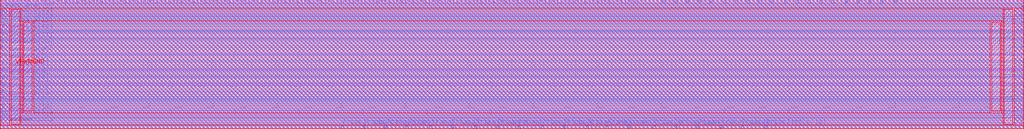
<source format=lef>
##
## LEF for PtnCells ;
## created by Innovus v15.20-p005_1 on Fri Jun 18 01:31:30 2021
##

VERSION 5.7 ;

BUSBITCHARS "[]" ;
DIVIDERCHAR "/" ;

MACRO S_term_single2
  CLASS BLOCK ;
  SIZE 240.1200 BY 30.2600 ;
  FOREIGN S_term_single2 0.0000 0.0000 ;
  ORIGIN 0 0 ;
  SYMMETRY X Y R90 ;
  PIN N1BEG[3]
    DIRECTION OUTPUT ;
    USE SIGNAL ;
    ANTENNAPARTIALMETALAREA 0.20995 LAYER li1  ;
    ANTENNAPARTIALMETALSIDEAREA 0.247 LAYER li1  ;
    ANTENNAPARTIALCUTAREA 0.0289 LAYER mcon  ;
    ANTENNAPARTIALMETALAREA 1.202 LAYER met1  ;
    ANTENNAPARTIALMETALSIDEAREA 5.9325 LAYER met1  ;
    ANTENNAPARTIALCUTAREA 0.0225 LAYER via  ;
    ANTENNAPARTIALMETALAREA 1.9795 LAYER met2  ;
    ANTENNAPARTIALMETALSIDEAREA 9.7265 LAYER met2  ;
    ANTENNAPARTIALCUTAREA 0.04 LAYER via2  ;
    ANTENNADIFFAREA 0.4455 LAYER met3  ;
    ANTENNAPARTIALMETALAREA 3.2928 LAYER met3  ;
    ANTENNAPARTIALMETALSIDEAREA 18.032 LAYER met3  ;
    PORT
      LAYER li1 ;
        RECT 13.8400 29.5400 14.2200 30.2600 ;
    END
  END N1BEG[3]
  PIN N1BEG[2]
    DIRECTION OUTPUT ;
    USE SIGNAL ;
    ANTENNAPARTIALMETALAREA 0.09435 LAYER li1  ;
    ANTENNAPARTIALMETALSIDEAREA 0.111 LAYER li1  ;
    ANTENNAPARTIALCUTAREA 0.0289 LAYER mcon  ;
    ANTENNAPARTIALMETALAREA 2.8428 LAYER met1  ;
    ANTENNAPARTIALMETALSIDEAREA 14.1365 LAYER met1  ;
    ANTENNAPARTIALCUTAREA 0.0225 LAYER via  ;
    ANTENNAPARTIALMETALAREA 0.1959 LAYER met2  ;
    ANTENNAPARTIALMETALSIDEAREA 0.8085 LAYER met2  ;
    ANTENNAPARTIALCUTAREA 0.04 LAYER via2  ;
    ANTENNAPARTIALMETALAREA 15.28 LAYER met3  ;
    ANTENNAPARTIALMETALSIDEAREA 81.96 LAYER met3  ;
    ANTENNAPARTIALCUTAREA 0.04 LAYER via3  ;
    ANTENNADIFFAREA 0.4455 LAYER met4  ;
    ANTENNAPARTIALMETALAREA 7.1856 LAYER met4  ;
    ANTENNAPARTIALMETALSIDEAREA 39.264 LAYER met4  ;
    PORT
      LAYER li1 ;
        RECT 12.4600 29.5400 12.8400 30.2600 ;
    END
  END N1BEG[2]
  PIN N1BEG[1]
    DIRECTION OUTPUT ;
    USE SIGNAL ;
    ANTENNAPARTIALMETALAREA 0.78795 LAYER li1  ;
    ANTENNAPARTIALMETALSIDEAREA 0.927 LAYER li1  ;
    ANTENNAPARTIALCUTAREA 0.0289 LAYER mcon  ;
    ANTENNAPARTIALMETALAREA 2.2632 LAYER met1  ;
    ANTENNAPARTIALMETALSIDEAREA 11.2385 LAYER met1  ;
    ANTENNAPARTIALCUTAREA 0.0225 LAYER via  ;
    ANTENNADIFFAREA 0.4455 LAYER met2  ;
    ANTENNAPARTIALMETALAREA 1.488 LAYER met2  ;
    ANTENNAPARTIALMETALSIDEAREA 7.322 LAYER met2  ;
    PORT
      LAYER li1 ;
        RECT 11.0800 29.5400 11.4600 30.2600 ;
    END
  END N1BEG[1]
  PIN N1BEG[0]
    DIRECTION OUTPUT ;
    USE SIGNAL ;
    ANTENNAPARTIALMETALAREA 0.32555 LAYER li1  ;
    ANTENNAPARTIALMETALSIDEAREA 0.383 LAYER li1  ;
    ANTENNAPARTIALCUTAREA 0.0289 LAYER mcon  ;
    ANTENNAPARTIALMETALAREA 19.0884 LAYER met1  ;
    ANTENNAPARTIALMETALSIDEAREA 95.3645 LAYER met1  ;
    ANTENNAPARTIALCUTAREA 0.0225 LAYER via  ;
    ANTENNADIFFAREA 0.4455 LAYER met2  ;
    ANTENNAPARTIALMETALAREA 1.978 LAYER met2  ;
    ANTENNAPARTIALMETALSIDEAREA 9.772 LAYER met2  ;
    PORT
      LAYER li1 ;
        RECT 10.1600 29.5400 10.5400 30.2600 ;
    END
  END N1BEG[0]
  PIN N2BEG[7]
    DIRECTION OUTPUT ;
    USE SIGNAL ;
    ANTENNAPARTIALMETALAREA 0.55675 LAYER li1  ;
    ANTENNAPARTIALMETALSIDEAREA 0.655 LAYER li1  ;
    ANTENNAPARTIALCUTAREA 0.0289 LAYER mcon  ;
    ANTENNAPARTIALMETALAREA 1.958 LAYER met1  ;
    ANTENNAPARTIALMETALSIDEAREA 9.7125 LAYER met1  ;
    ANTENNAPARTIALCUTAREA 0.0225 LAYER via  ;
    ANTENNAPARTIALMETALAREA 1.2669 LAYER met2  ;
    ANTENNAPARTIALMETALSIDEAREA 6.1635 LAYER met2  ;
    ANTENNAPARTIALCUTAREA 0.04 LAYER via2  ;
    ANTENNAPARTIALMETALAREA 4.057 LAYER met3  ;
    ANTENNAPARTIALMETALSIDEAREA 22.104 LAYER met3  ;
    ANTENNAPARTIALCUTAREA 0.04 LAYER via3  ;
    ANTENNADIFFAREA 0.4455 LAYER met4  ;
    ANTENNAPARTIALMETALAREA 0.6678 LAYER met4  ;
    ANTENNAPARTIALMETALSIDEAREA 4.032 LAYER met4  ;
    PORT
      LAYER li1 ;
        RECT 24.8800 29.5400 25.2600 30.2600 ;
    END
  END N2BEG[7]
  PIN N2BEG[6]
    DIRECTION OUTPUT ;
    USE SIGNAL ;
    ANTENNAPARTIALCUTAREA 0.0289 LAYER mcon  ;
    ANTENNAPARTIALMETALAREA 8.8656 LAYER met1  ;
    ANTENNAPARTIALMETALSIDEAREA 44.2505 LAYER met1  ;
    ANTENNAPARTIALCUTAREA 0.0225 LAYER via  ;
    ANTENNADIFFAREA 0.4455 LAYER met2  ;
    ANTENNAPARTIALMETALAREA 2.9496 LAYER met2  ;
    ANTENNAPARTIALMETALSIDEAREA 14.63 LAYER met2  ;
    PORT
      LAYER li1 ;
        RECT 23.5000 29.5400 23.8800 30.2600 ;
    END
  END N2BEG[6]
  PIN N2BEG[5]
    DIRECTION OUTPUT ;
    USE SIGNAL ;
    ANTENNAPARTIALMETALAREA 0.20995 LAYER li1  ;
    ANTENNAPARTIALMETALSIDEAREA 0.247 LAYER li1  ;
    ANTENNAPARTIALCUTAREA 0.0289 LAYER mcon  ;
    ANTENNAPARTIALMETALAREA 20.0208 LAYER met1  ;
    ANTENNAPARTIALMETALSIDEAREA 100.027 LAYER met1  ;
    ANTENNAPARTIALCUTAREA 0.0225 LAYER via  ;
    ANTENNADIFFAREA 0.4455 LAYER met2  ;
    ANTENNAPARTIALMETALAREA 2.5828 LAYER met2  ;
    ANTENNAPARTIALMETALSIDEAREA 12.796 LAYER met2  ;
    PORT
      LAYER li1 ;
        RECT 22.1200 29.5400 22.5000 30.2600 ;
    END
  END N2BEG[5]
  PIN N2BEG[4]
    DIRECTION OUTPUT ;
    USE SIGNAL ;
    ANTENNAPARTIALCUTAREA 0.0289 LAYER mcon  ;
    ANTENNAPARTIALMETALAREA 1.7648 LAYER met1  ;
    ANTENNAPARTIALMETALSIDEAREA 8.7465 LAYER met1  ;
    ANTENNAPARTIALCUTAREA 0.0225 LAYER via  ;
    ANTENNADIFFAREA 0.4455 LAYER met2  ;
    ANTENNAPARTIALMETALAREA 1.9304 LAYER met2  ;
    ANTENNAPARTIALMETALSIDEAREA 9.534 LAYER met2  ;
    PORT
      LAYER li1 ;
        RECT 20.7400 29.5400 21.1200 30.2600 ;
    END
  END N2BEG[4]
  PIN N2BEG[3]
    DIRECTION OUTPUT ;
    USE SIGNAL ;
    ANTENNAPARTIALMETALAREA 0.61455 LAYER li1  ;
    ANTENNAPARTIALMETALSIDEAREA 0.723 LAYER li1  ;
    ANTENNAPARTIALCUTAREA 0.0289 LAYER mcon  ;
    ANTENNAPARTIALMETALAREA 0.0832 LAYER met1  ;
    ANTENNAPARTIALMETALSIDEAREA 0.406 LAYER met1  ;
    ANTENNAPARTIALCUTAREA 0.0225 LAYER via  ;
    ANTENNAPARTIALMETALAREA 1.0485 LAYER met2  ;
    ANTENNAPARTIALMETALSIDEAREA 5.0715 LAYER met2  ;
    ANTENNAPARTIALCUTAREA 0.04 LAYER via2  ;
    ANTENNADIFFAREA 0.4455 LAYER met3  ;
    ANTENNAPARTIALMETALAREA 29.4648 LAYER met3  ;
    ANTENNAPARTIALMETALSIDEAREA 157.616 LAYER met3  ;
    PORT
      LAYER li1 ;
        RECT 19.3600 29.5400 19.7400 30.2600 ;
    END
  END N2BEG[3]
  PIN N2BEG[2]
    DIRECTION OUTPUT ;
    USE SIGNAL ;
    ANTENNAPARTIALMETALAREA 1.21295 LAYER li1  ;
    ANTENNAPARTIALMETALSIDEAREA 1.427 LAYER li1  ;
    ANTENNAPARTIALCUTAREA 0.0289 LAYER mcon  ;
    ANTENNAPARTIALMETALAREA 10.12 LAYER met1  ;
    ANTENNAPARTIALMETALSIDEAREA 50.5225 LAYER met1  ;
    ANTENNAPARTIALCUTAREA 0.0225 LAYER via  ;
    ANTENNADIFFAREA 0.4455 LAYER met2  ;
    ANTENNAPARTIALMETALAREA 3.3116 LAYER met2  ;
    ANTENNAPARTIALMETALSIDEAREA 16.086 LAYER met2  ;
    PORT
      LAYER li1 ;
        RECT 17.9800 29.5400 18.3600 30.2600 ;
    END
  END N2BEG[2]
  PIN N2BEG[1]
    DIRECTION OUTPUT ;
    USE SIGNAL ;
    ANTENNAPARTIALMETALAREA 1.13475 LAYER li1  ;
    ANTENNAPARTIALMETALSIDEAREA 1.335 LAYER li1  ;
    ANTENNAPARTIALCUTAREA 0.0289 LAYER mcon  ;
    ANTENNAPARTIALMETALAREA 0.0832 LAYER met1  ;
    ANTENNAPARTIALMETALSIDEAREA 0.406 LAYER met1  ;
    ANTENNAPARTIALCUTAREA 0.0225 LAYER via  ;
    ANTENNAPARTIALMETALAREA 0.2785 LAYER met2  ;
    ANTENNAPARTIALMETALSIDEAREA 1.2215 LAYER met2  ;
    ANTENNAPARTIALCUTAREA 0.04 LAYER via2  ;
    ANTENNAPARTIALMETALAREA 21.415 LAYER met3  ;
    ANTENNAPARTIALMETALSIDEAREA 114.68 LAYER met3  ;
    ANTENNAPARTIALCUTAREA 0.04 LAYER via3  ;
    ANTENNADIFFAREA 0.4455 LAYER met4  ;
    ANTENNAPARTIALMETALAREA 0.7398 LAYER met4  ;
    ANTENNAPARTIALMETALSIDEAREA 4.416 LAYER met4  ;
    PORT
      LAYER li1 ;
        RECT 16.6000 29.5400 16.9800 30.2600 ;
    END
  END N2BEG[1]
  PIN N2BEG[0]
    DIRECTION OUTPUT ;
    USE SIGNAL ;
    ANTENNAPARTIALMETALAREA 0.44115 LAYER li1  ;
    ANTENNAPARTIALMETALSIDEAREA 0.519 LAYER li1  ;
    ANTENNAPARTIALCUTAREA 0.0289 LAYER mcon  ;
    ANTENNAPARTIALMETALAREA 1.7816 LAYER met1  ;
    ANTENNAPARTIALMETALSIDEAREA 8.8305 LAYER met1  ;
    ANTENNAPARTIALCUTAREA 0.0225 LAYER via  ;
    ANTENNADIFFAREA 0.4455 LAYER met2  ;
    ANTENNAPARTIALMETALAREA 1.576 LAYER met2  ;
    ANTENNAPARTIALMETALSIDEAREA 7.644 LAYER met2  ;
    PORT
      LAYER li1 ;
        RECT 15.2200 29.5400 15.6000 30.2600 ;
    END
  END N2BEG[0]
  PIN N2BEGb[7]
    DIRECTION OUTPUT ;
    USE SIGNAL ;
    ANTENNAPARTIALMETALAREA 0.67235 LAYER li1  ;
    ANTENNAPARTIALMETALSIDEAREA 0.791 LAYER li1  ;
    ANTENNAPARTIALCUTAREA 0.0289 LAYER mcon  ;
    ANTENNAPARTIALMETALAREA 0.9276 LAYER met1  ;
    ANTENNAPARTIALMETALSIDEAREA 4.5605 LAYER met1  ;
    ANTENNAPARTIALCUTAREA 0.0225 LAYER via  ;
    ANTENNADIFFAREA 0.4455 LAYER met2  ;
    ANTENNAPARTIALMETALAREA 2.276 LAYER met2  ;
    ANTENNAPARTIALMETALSIDEAREA 11.144 LAYER met2  ;
    PORT
      LAYER li1 ;
        RECT 35.4600 29.5400 35.8400 30.2600 ;
    END
  END N2BEGb[7]
  PIN N2BEGb[6]
    DIRECTION OUTPUT ;
    USE SIGNAL ;
    ANTENNAPARTIALMETALAREA 0.49895 LAYER li1  ;
    ANTENNAPARTIALMETALSIDEAREA 0.587 LAYER li1  ;
    ANTENNAPARTIALCUTAREA 0.0289 LAYER mcon  ;
    ANTENNAPARTIALMETALAREA 3.8088 LAYER met1  ;
    ANTENNAPARTIALMETALSIDEAREA 18.9665 LAYER met1  ;
    ANTENNAPARTIALCUTAREA 0.0225 LAYER via  ;
    ANTENNAPARTIALMETALAREA 2.0411 LAYER met2  ;
    ANTENNAPARTIALMETALSIDEAREA 10.0345 LAYER met2  ;
    ANTENNAPARTIALCUTAREA 0.04 LAYER via2  ;
    ANTENNAPARTIALMETALAREA 17.002 LAYER met3  ;
    ANTENNAPARTIALMETALSIDEAREA 91.144 LAYER met3  ;
    ANTENNAPARTIALCUTAREA 0.04 LAYER via3  ;
    ANTENNADIFFAREA 0.4455 LAYER met4  ;
    ANTENNAPARTIALMETALAREA 0.9468 LAYER met4  ;
    ANTENNAPARTIALMETALSIDEAREA 5.52 LAYER met4  ;
    PORT
      LAYER li1 ;
        RECT 34.0800 29.5400 34.4600 30.2600 ;
    END
  END N2BEGb[6]
  PIN N2BEGb[5]
    DIRECTION OUTPUT ;
    USE SIGNAL ;
    ANTENNAPARTIALMETALAREA 0.67235 LAYER li1  ;
    ANTENNAPARTIALMETALSIDEAREA 0.791 LAYER li1  ;
    ANTENNAPARTIALCUTAREA 0.0289 LAYER mcon  ;
    ANTENNAPARTIALMETALAREA 0.0832 LAYER met1  ;
    ANTENNAPARTIALMETALSIDEAREA 0.406 LAYER met1  ;
    ANTENNAPARTIALCUTAREA 0.0225 LAYER via  ;
    ANTENNAPARTIALMETALAREA 1.8129 LAYER met2  ;
    ANTENNAPARTIALMETALSIDEAREA 8.8935 LAYER met2  ;
    ANTENNAPARTIALCUTAREA 0.04 LAYER via2  ;
    ANTENNAPARTIALMETALAREA 18.223 LAYER met3  ;
    ANTENNAPARTIALMETALSIDEAREA 97.656 LAYER met3  ;
    ANTENNAPARTIALCUTAREA 0.04 LAYER via3  ;
    ANTENNADIFFAREA 0.4455 LAYER met4  ;
    ANTENNAPARTIALMETALAREA 0.5328 LAYER met4  ;
    ANTENNAPARTIALMETALSIDEAREA 3.312 LAYER met4  ;
    PORT
      LAYER li1 ;
        RECT 33.1600 29.5400 33.5400 30.2600 ;
    END
  END N2BEGb[5]
  PIN N2BEGb[4]
    DIRECTION OUTPUT ;
    USE SIGNAL ;
    ANTENNAPARTIALMETALAREA 0.09435 LAYER li1  ;
    ANTENNAPARTIALMETALSIDEAREA 0.111 LAYER li1  ;
    ANTENNAPARTIALCUTAREA 0.0289 LAYER mcon  ;
    ANTENNAPARTIALMETALAREA 0.7512 LAYER met1  ;
    ANTENNAPARTIALMETALSIDEAREA 3.6785 LAYER met1  ;
    ANTENNAPARTIALCUTAREA 0.0225 LAYER via  ;
    ANTENNAPARTIALMETALAREA 1.3061 LAYER met2  ;
    ANTENNAPARTIALMETALSIDEAREA 6.3595 LAYER met2  ;
    ANTENNAPARTIALCUTAREA 0.04 LAYER via2  ;
    ANTENNAPARTIALMETALAREA 19.3978 LAYER met3  ;
    ANTENNAPARTIALMETALSIDEAREA 104.392 LAYER met3  ;
    ANTENNAPARTIALCUTAREA 0.04 LAYER via3  ;
    ANTENNADIFFAREA 0.4455 LAYER met4  ;
    ANTENNAPARTIALMETALAREA 3.7008 LAYER met4  ;
    ANTENNAPARTIALMETALSIDEAREA 20.208 LAYER met4  ;
    PORT
      LAYER li1 ;
        RECT 31.7800 29.5400 32.1600 30.2600 ;
    END
  END N2BEGb[4]
  PIN N2BEGb[3]
    DIRECTION OUTPUT ;
    USE SIGNAL ;
    ANTENNAPARTIALMETALAREA 0.67235 LAYER li1  ;
    ANTENNAPARTIALMETALSIDEAREA 0.791 LAYER li1  ;
    ANTENNAPARTIALCUTAREA 0.0289 LAYER mcon  ;
    ANTENNAPARTIALMETALAREA 0.0832 LAYER met1  ;
    ANTENNAPARTIALMETALSIDEAREA 0.406 LAYER met1  ;
    ANTENNAPARTIALCUTAREA 0.0225 LAYER via  ;
    ANTENNADIFFAREA 0.4455 LAYER met2  ;
    ANTENNAPARTIALMETALAREA 2.7256 LAYER met2  ;
    ANTENNAPARTIALMETALSIDEAREA 13.51 LAYER met2  ;
    PORT
      LAYER li1 ;
        RECT 30.4000 29.5400 30.7800 30.2600 ;
    END
  END N2BEGb[3]
  PIN N2BEGb[2]
    DIRECTION OUTPUT ;
    USE SIGNAL ;
    ANTENNAPARTIALMETALAREA 0.51935 LAYER li1  ;
    ANTENNAPARTIALMETALSIDEAREA 0.611 LAYER li1  ;
    ANTENNAPARTIALCUTAREA 0.0289 LAYER mcon  ;
    ANTENNAPARTIALMETALAREA 16.6552 LAYER met1  ;
    ANTENNAPARTIALMETALSIDEAREA 83.1985 LAYER met1  ;
    ANTENNAPARTIALCUTAREA 0.0225 LAYER via  ;
    ANTENNADIFFAREA 0.4455 LAYER met2  ;
    ANTENNAPARTIALMETALAREA 1.5188 LAYER met2  ;
    ANTENNAPARTIALMETALSIDEAREA 7.476 LAYER met2  ;
    PORT
      LAYER li1 ;
        RECT 29.0200 29.5400 29.4000 30.2600 ;
    END
  END N2BEGb[2]
  PIN N2BEGb[1]
    DIRECTION OUTPUT ;
    USE SIGNAL ;
    ANTENNAPARTIALMETALAREA 0.44115 LAYER li1  ;
    ANTENNAPARTIALMETALSIDEAREA 0.519 LAYER li1  ;
    ANTENNAPARTIALCUTAREA 0.0289 LAYER mcon  ;
    ANTENNAPARTIALMETALAREA 0.3004 LAYER met1  ;
    ANTENNAPARTIALMETALSIDEAREA 1.4245 LAYER met1  ;
    ANTENNAPARTIALCUTAREA 0.0225 LAYER via  ;
    ANTENNAPARTIALMETALAREA 2.3869 LAYER met2  ;
    ANTENNAPARTIALMETALSIDEAREA 11.7635 LAYER met2  ;
    ANTENNAPARTIALCUTAREA 0.04 LAYER via2  ;
    ANTENNAPARTIALMETALAREA 8.725 LAYER met3  ;
    ANTENNAPARTIALMETALSIDEAREA 47 LAYER met3  ;
    ANTENNAPARTIALCUTAREA 0.04 LAYER via3  ;
    ANTENNADIFFAREA 0.4455 LAYER met4  ;
    ANTENNAPARTIALMETALAREA 6.8664 LAYER met4  ;
    ANTENNAPARTIALMETALSIDEAREA 38.032 LAYER met4  ;
    PORT
      LAYER li1 ;
        RECT 27.6400 29.5400 28.0200 30.2600 ;
    END
  END N2BEGb[1]
  PIN N2BEGb[0]
    DIRECTION OUTPUT ;
    USE SIGNAL ;
    ANTENNAPARTIALMETALAREA 0.78795 LAYER li1  ;
    ANTENNAPARTIALMETALSIDEAREA 0.927 LAYER li1  ;
    ANTENNAPARTIALCUTAREA 0.0289 LAYER mcon  ;
    ANTENNAPARTIALMETALAREA 14.5944 LAYER met1  ;
    ANTENNAPARTIALMETALSIDEAREA 72.8945 LAYER met1  ;
    ANTENNAPARTIALCUTAREA 0.0225 LAYER via  ;
    ANTENNADIFFAREA 0.4455 LAYER met2  ;
    ANTENNAPARTIALMETALAREA 2.0996 LAYER met2  ;
    ANTENNAPARTIALMETALSIDEAREA 10.262 LAYER met2  ;
    PORT
      LAYER li1 ;
        RECT 26.2600 29.5400 26.6400 30.2600 ;
    END
  END N2BEGb[0]
  PIN N4BEG[15]
    DIRECTION OUTPUT ;
    USE SIGNAL ;
    ANTENNAPARTIALMETALAREA 1.42375 LAYER li1  ;
    ANTENNAPARTIALMETALSIDEAREA 1.675 LAYER li1  ;
    ANTENNAPARTIALCUTAREA 0.0289 LAYER mcon  ;
    ANTENNAPARTIALMETALAREA 0.0832 LAYER met1  ;
    ANTENNAPARTIALMETALSIDEAREA 0.406 LAYER met1  ;
    ANTENNAPARTIALCUTAREA 0.0225 LAYER via  ;
    ANTENNADIFFAREA 0.4455 LAYER met2  ;
    ANTENNAPARTIALMETALAREA 5.1656 LAYER met2  ;
    ANTENNAPARTIALMETALSIDEAREA 25.592 LAYER met2  ;
    PORT
      LAYER li1 ;
        RECT 57.0800 29.5400 57.4600 30.2600 ;
    END
  END N4BEG[15]
  PIN N4BEG[14]
    DIRECTION OUTPUT ;
    USE SIGNAL ;
    ANTENNAPARTIALMETALAREA 0.11815 LAYER li1  ;
    ANTENNAPARTIALMETALSIDEAREA 0.139 LAYER li1  ;
    ANTENNAPARTIALCUTAREA 0.0289 LAYER mcon  ;
    ANTENNAPARTIALMETALAREA 15.6584 LAYER met1  ;
    ANTENNAPARTIALMETALSIDEAREA 78.2145 LAYER met1  ;
    ANTENNAPARTIALCUTAREA 0.0225 LAYER via  ;
    ANTENNADIFFAREA 0.4455 LAYER met2  ;
    ANTENNAPARTIALMETALAREA 1.7876 LAYER met2  ;
    ANTENNAPARTIALMETALSIDEAREA 8.82 LAYER met2  ;
    PORT
      LAYER li1 ;
        RECT 56.1600 29.5400 56.5400 30.2600 ;
    END
  END N4BEG[14]
  PIN N4BEG[13]
    DIRECTION OUTPUT ;
    USE SIGNAL ;
    ANTENNAPARTIALMETALAREA 1.42375 LAYER li1  ;
    ANTENNAPARTIALMETALSIDEAREA 1.675 LAYER li1  ;
    ANTENNAPARTIALCUTAREA 0.0289 LAYER mcon  ;
    ANTENNAPARTIALMETALAREA 0.0832 LAYER met1  ;
    ANTENNAPARTIALMETALSIDEAREA 0.406 LAYER met1  ;
    ANTENNAPARTIALCUTAREA 0.0225 LAYER via  ;
    ANTENNAPARTIALMETALAREA 0.5681 LAYER met2  ;
    ANTENNAPARTIALMETALSIDEAREA 2.5515 LAYER met2  ;
    ANTENNAPARTIALCUTAREA 0.04 LAYER via2  ;
    ANTENNAPARTIALMETALAREA 1.09 LAYER met3  ;
    ANTENNAPARTIALMETALSIDEAREA 6.28 LAYER met3  ;
    ANTENNAPARTIALCUTAREA 0.04 LAYER via3  ;
    ANTENNADIFFAREA 0.4455 LAYER met4  ;
    ANTENNAPARTIALMETALAREA 1.2168 LAYER met4  ;
    ANTENNAPARTIALMETALSIDEAREA 6.96 LAYER met4  ;
    PORT
      LAYER li1 ;
        RECT 54.7800 29.5400 55.1600 30.2600 ;
    END
  END N4BEG[13]
  PIN N4BEG[12]
    DIRECTION OUTPUT ;
    USE SIGNAL ;
    ANTENNAPARTIALMETALAREA 0.73015 LAYER li1  ;
    ANTENNAPARTIALMETALSIDEAREA 0.859 LAYER li1  ;
    ANTENNAPARTIALCUTAREA 0.0289 LAYER mcon  ;
    ANTENNAPARTIALMETALAREA 1.5072 LAYER met1  ;
    ANTENNAPARTIALMETALSIDEAREA 7.4585 LAYER met1  ;
    ANTENNAPARTIALCUTAREA 0.0225 LAYER via  ;
    ANTENNAPARTIALMETALAREA 1.0387 LAYER met2  ;
    ANTENNAPARTIALMETALSIDEAREA 5.0225 LAYER met2  ;
    ANTENNAPARTIALCUTAREA 0.04 LAYER via2  ;
    ANTENNAPARTIALMETALAREA 4.126 LAYER met3  ;
    ANTENNAPARTIALMETALSIDEAREA 22.472 LAYER met3  ;
    ANTENNAPARTIALCUTAREA 0.04 LAYER via3  ;
    ANTENNADIFFAREA 0.4455 LAYER met4  ;
    ANTENNAPARTIALMETALAREA 1.4796 LAYER met4  ;
    ANTENNAPARTIALMETALSIDEAREA 8.832 LAYER met4  ;
    PORT
      LAYER li1 ;
        RECT 53.4000 29.5400 53.7800 30.2600 ;
    END
  END N4BEG[12]
  PIN N4BEG[11]
    DIRECTION OUTPUT ;
    USE SIGNAL ;
    ANTENNAPARTIALMETALAREA 0.96135 LAYER li1  ;
    ANTENNAPARTIALMETALSIDEAREA 1.131 LAYER li1  ;
    ANTENNAPARTIALCUTAREA 0.0289 LAYER mcon  ;
    ANTENNAPARTIALMETALAREA 2.1036 LAYER met1  ;
    ANTENNAPARTIALMETALSIDEAREA 10.4405 LAYER met1  ;
    ANTENNAPARTIALCUTAREA 0.0225 LAYER via  ;
    ANTENNAPARTIALMETALAREA 2.5563 LAYER met2  ;
    ANTENNAPARTIALMETALSIDEAREA 12.6105 LAYER met2  ;
    ANTENNAPARTIALCUTAREA 0.04 LAYER via2  ;
    ANTENNAPARTIALMETALAREA 6.997 LAYER met3  ;
    ANTENNAPARTIALMETALSIDEAREA 37.784 LAYER met3  ;
    ANTENNAPARTIALCUTAREA 0.04 LAYER via3  ;
    ANTENNADIFFAREA 0.4455 LAYER met4  ;
    ANTENNAPARTIALMETALAREA 1.2246 LAYER met4  ;
    ANTENNAPARTIALMETALSIDEAREA 7.472 LAYER met4  ;
    PORT
      LAYER li1 ;
        RECT 52.0200 29.5400 52.4000 30.2600 ;
    END
  END N4BEG[11]
  PIN N4BEG[10]
    DIRECTION OUTPUT ;
    USE SIGNAL ;
    ANTENNAPARTIALMETALAREA 0.73015 LAYER li1  ;
    ANTENNAPARTIALMETALSIDEAREA 0.859 LAYER li1  ;
    ANTENNAPARTIALCUTAREA 0.0289 LAYER mcon  ;
    ANTENNAPARTIALMETALAREA 0.3004 LAYER met1  ;
    ANTENNAPARTIALMETALSIDEAREA 1.4245 LAYER met1  ;
    ANTENNAPARTIALCUTAREA 0.0225 LAYER via  ;
    ANTENNADIFFAREA 0.4455 LAYER met2  ;
    ANTENNAPARTIALMETALAREA 4.4656 LAYER met2  ;
    ANTENNAPARTIALMETALSIDEAREA 22.092 LAYER met2  ;
    PORT
      LAYER li1 ;
        RECT 50.6400 29.5400 51.0200 30.2600 ;
    END
  END N4BEG[10]
  PIN N4BEG[9]
    DIRECTION OUTPUT ;
    USE SIGNAL ;
    ANTENNAPARTIALMETALAREA 0.09435 LAYER li1  ;
    ANTENNAPARTIALMETALSIDEAREA 0.111 LAYER li1  ;
    ANTENNAPARTIALCUTAREA 0.0289 LAYER mcon  ;
    ANTENNAPARTIALMETALAREA 1.3308 LAYER met1  ;
    ANTENNAPARTIALMETALSIDEAREA 6.5765 LAYER met1  ;
    ANTENNAPARTIALCUTAREA 0.0225 LAYER via  ;
    ANTENNAPARTIALMETALAREA 2.8272 LAYER met2  ;
    ANTENNAPARTIALMETALSIDEAREA 13.965 LAYER met2  ;
    ANTENNAPARTIALCUTAREA 0.04 LAYER via2  ;
    ANTENNADIFFAREA 0.4455 LAYER met3  ;
    ANTENNAPARTIALMETALAREA 12.1248 LAYER met3  ;
    ANTENNAPARTIALMETALSIDEAREA 65.136 LAYER met3  ;
    PORT
      LAYER li1 ;
        RECT 49.2600 29.5400 49.6400 30.2600 ;
    END
  END N4BEG[9]
  PIN N4BEG[8]
    DIRECTION OUTPUT ;
    USE SIGNAL ;
    ANTENNAPARTIALMETALAREA 0.55675 LAYER li1  ;
    ANTENNAPARTIALMETALSIDEAREA 0.655 LAYER li1  ;
    ANTENNAPARTIALCUTAREA 0.0289 LAYER mcon  ;
    ANTENNAPARTIALMETALAREA 0.4936 LAYER met1  ;
    ANTENNAPARTIALMETALSIDEAREA 2.3905 LAYER met1  ;
    ANTENNAPARTIALCUTAREA 0.0225 LAYER via  ;
    ANTENNADIFFAREA 0.4455 LAYER met2  ;
    ANTENNAPARTIALMETALAREA 4.4796 LAYER met2  ;
    ANTENNAPARTIALMETALSIDEAREA 22.162 LAYER met2  ;
    PORT
      LAYER li1 ;
        RECT 47.8800 29.5400 48.2600 30.2600 ;
    END
  END N4BEG[8]
  PIN N4BEG[7]
    DIRECTION OUTPUT ;
    USE SIGNAL ;
    ANTENNAPARTIALMETALAREA 0.73015 LAYER li1  ;
    ANTENNAPARTIALMETALSIDEAREA 0.859 LAYER li1  ;
    ANTENNAPARTIALCUTAREA 0.0289 LAYER mcon  ;
    ANTENNAPARTIALMETALAREA 0.4936 LAYER met1  ;
    ANTENNAPARTIALMETALSIDEAREA 2.3905 LAYER met1  ;
    ANTENNAPARTIALCUTAREA 0.0225 LAYER via  ;
    ANTENNADIFFAREA 0.4455 LAYER met2  ;
    ANTENNAPARTIALMETALAREA 4.6586 LAYER met2  ;
    ANTENNAPARTIALMETALSIDEAREA 22.939 LAYER met2  ;
    PORT
      LAYER li1 ;
        RECT 46.5000 29.5400 46.8800 30.2600 ;
    END
  END N4BEG[7]
  PIN N4BEG[6]
    DIRECTION OUTPUT ;
    USE SIGNAL ;
    ANTENNAPARTIALMETALAREA 1.30815 LAYER li1  ;
    ANTENNAPARTIALMETALSIDEAREA 1.539 LAYER li1  ;
    ANTENNAPARTIALCUTAREA 0.0289 LAYER mcon  ;
    ANTENNAPARTIALMETALAREA 4.1 LAYER met1  ;
    ANTENNAPARTIALMETALSIDEAREA 20.4225 LAYER met1  ;
    ANTENNAPARTIALCUTAREA 0.0225 LAYER via  ;
    ANTENNAPARTIALMETALAREA 0.3065 LAYER met2  ;
    ANTENNAPARTIALMETALSIDEAREA 1.3615 LAYER met2  ;
    ANTENNAPARTIALCUTAREA 0.04 LAYER via2  ;
    ANTENNAPARTIALMETALAREA 0.316 LAYER met3  ;
    ANTENNAPARTIALMETALSIDEAREA 2.152 LAYER met3  ;
    ANTENNAPARTIALCUTAREA 0.04 LAYER via3  ;
    ANTENNADIFFAREA 0.4455 LAYER met4  ;
    ANTENNAPARTIALMETALAREA 2.5308 LAYER met4  ;
    ANTENNAPARTIALMETALSIDEAREA 13.968 LAYER met4  ;
    PORT
      LAYER li1 ;
        RECT 45.1200 29.5400 45.5000 30.2600 ;
    END
  END N4BEG[6]
  PIN N4BEG[5]
    DIRECTION OUTPUT ;
    USE SIGNAL ;
    ANTENNAPARTIALMETALAREA 1.42375 LAYER li1  ;
    ANTENNAPARTIALMETALSIDEAREA 1.675 LAYER li1  ;
    ANTENNAPARTIALCUTAREA 0.0289 LAYER mcon  ;
    ANTENNAPARTIALMETALAREA 1.524 LAYER met1  ;
    ANTENNAPARTIALMETALSIDEAREA 7.5425 LAYER met1  ;
    ANTENNAPARTIALCUTAREA 0.0225 LAYER via  ;
    ANTENNAPARTIALMETALAREA 1.9627 LAYER met2  ;
    ANTENNAPARTIALMETALSIDEAREA 9.6425 LAYER met2  ;
    ANTENNAPARTIALCUTAREA 0.04 LAYER via2  ;
    ANTENNADIFFAREA 0.4455 LAYER met3  ;
    ANTENNAPARTIALMETALAREA 13.5048 LAYER met3  ;
    ANTENNAPARTIALMETALSIDEAREA 72.496 LAYER met3  ;
    PORT
      LAYER li1 ;
        RECT 43.7400 29.5400 44.1200 30.2600 ;
    END
  END N4BEG[5]
  PIN N4BEG[4]
    DIRECTION OUTPUT ;
    USE SIGNAL ;
    ANTENNAPARTIALMETALAREA 1.42375 LAYER li1  ;
    ANTENNAPARTIALMETALSIDEAREA 1.675 LAYER li1  ;
    ANTENNAPARTIALCUTAREA 0.0289 LAYER mcon  ;
    ANTENNAPARTIALMETALAREA 0.0832 LAYER met1  ;
    ANTENNAPARTIALMETALSIDEAREA 0.406 LAYER met1  ;
    ANTENNAPARTIALCUTAREA 0.0225 LAYER via  ;
    ANTENNADIFFAREA 0.4455 LAYER met2  ;
    ANTENNAPARTIALMETALAREA 2.6904 LAYER met2  ;
    ANTENNAPARTIALMETALSIDEAREA 13.216 LAYER met2  ;
    PORT
      LAYER li1 ;
        RECT 42.3600 29.5400 42.7400 30.2600 ;
    END
  END N4BEG[4]
  PIN N4BEG[3]
    DIRECTION OUTPUT ;
    USE SIGNAL ;
    ANTENNAPARTIALMETALAREA 1.30815 LAYER li1  ;
    ANTENNAPARTIALMETALSIDEAREA 1.539 LAYER li1  ;
    ANTENNAPARTIALCUTAREA 0.0289 LAYER mcon  ;
    ANTENNAPARTIALMETALAREA 0.236 LAYER met1  ;
    ANTENNAPARTIALMETALSIDEAREA 1.1025 LAYER met1  ;
    ANTENNAPARTIALCUTAREA 0.0225 LAYER via  ;
    ANTENNADIFFAREA 0.4455 LAYER met2  ;
    ANTENNAPARTIALMETALAREA 3.1664 LAYER met2  ;
    ANTENNAPARTIALMETALSIDEAREA 15.596 LAYER met2  ;
    PORT
      LAYER li1 ;
        RECT 40.9800 29.5400 41.3600 30.2600 ;
    END
  END N4BEG[3]
  PIN N4BEG[2]
    DIRECTION OUTPUT ;
    USE SIGNAL ;
    ANTENNAPARTIALCUTAREA 0.0289 LAYER mcon  ;
    ANTENNAPARTIALMETALAREA 7.5272 LAYER met1  ;
    ANTENNAPARTIALMETALSIDEAREA 37.5585 LAYER met1  ;
    ANTENNAPARTIALCUTAREA 0.0225 LAYER via  ;
    ANTENNADIFFAREA 0.4455 LAYER met2  ;
    ANTENNAPARTIALMETALAREA 2.9776 LAYER met2  ;
    ANTENNAPARTIALMETALSIDEAREA 14.77 LAYER met2  ;
    PORT
      LAYER li1 ;
        RECT 39.6000 29.5400 39.9800 30.2600 ;
    END
  END N4BEG[2]
  PIN N4BEG[1]
    DIRECTION OUTPUT ;
    USE SIGNAL ;
    ANTENNAPARTIALMETALAREA 0.61455 LAYER li1  ;
    ANTENNAPARTIALMETALSIDEAREA 0.723 LAYER li1  ;
    ANTENNAPARTIALCUTAREA 0.0289 LAYER mcon  ;
    ANTENNAPARTIALMETALAREA 7.8492 LAYER met1  ;
    ANTENNAPARTIALMETALSIDEAREA 39.1685 LAYER met1  ;
    ANTENNAPARTIALCUTAREA 0.0225 LAYER via  ;
    ANTENNADIFFAREA 0.4455 LAYER met2  ;
    ANTENNAPARTIALMETALAREA 1.4404 LAYER met2  ;
    ANTENNAPARTIALMETALSIDEAREA 7.084 LAYER met2  ;
    PORT
      LAYER li1 ;
        RECT 38.2200 29.5400 38.6000 30.2600 ;
    END
  END N4BEG[1]
  PIN N4BEG[0]
    DIRECTION OUTPUT ;
    USE SIGNAL ;
    ANTENNAPARTIALMETALAREA 0.09435 LAYER li1  ;
    ANTENNAPARTIALMETALSIDEAREA 0.111 LAYER li1  ;
    ANTENNAPARTIALCUTAREA 0.0289 LAYER mcon  ;
    ANTENNAPARTIALMETALAREA 0.4292 LAYER met1  ;
    ANTENNAPARTIALMETALSIDEAREA 2.0685 LAYER met1  ;
    ANTENNAPARTIALCUTAREA 0.0225 LAYER via  ;
    ANTENNAPARTIALMETALAREA 1.9893 LAYER met2  ;
    ANTENNAPARTIALMETALSIDEAREA 9.7755 LAYER met2  ;
    ANTENNAPARTIALCUTAREA 0.04 LAYER via2  ;
    ANTENNADIFFAREA 0.4455 LAYER met3  ;
    ANTENNAPARTIALMETALAREA 21.0678 LAYER met3  ;
    ANTENNAPARTIALMETALSIDEAREA 112.832 LAYER met3  ;
    PORT
      LAYER li1 ;
        RECT 36.8400 29.5400 37.2200 30.2600 ;
    END
  END N4BEG[0]
  PIN NN4BEG[15]
    DIRECTION OUTPUT ;
    USE SIGNAL ;
    ANTENNAPARTIALMETALAREA 1.30815 LAYER li1  ;
    ANTENNAPARTIALMETALSIDEAREA 1.539 LAYER li1  ;
    ANTENNAPARTIALCUTAREA 0.0289 LAYER mcon  ;
    ANTENNAPARTIALMETALAREA 0.0832 LAYER met1  ;
    ANTENNAPARTIALMETALSIDEAREA 0.406 LAYER met1  ;
    ANTENNAPARTIALCUTAREA 0.0225 LAYER via  ;
    ANTENNADIFFAREA 0.4455 LAYER met2  ;
    ANTENNAPARTIALMETALAREA 1.8828 LAYER met2  ;
    ANTENNAPARTIALMETALSIDEAREA 9.296 LAYER met2  ;
    PORT
      LAYER li1 ;
        RECT 79.1600 29.5400 79.5400 30.2600 ;
    END
  END NN4BEG[15]
  PIN NN4BEG[14]
    DIRECTION OUTPUT ;
    USE SIGNAL ;
    ANTENNAPARTIALMETALAREA 1.07695 LAYER li1  ;
    ANTENNAPARTIALMETALSIDEAREA 1.267 LAYER li1  ;
    ANTENNAPARTIALCUTAREA 0.0289 LAYER mcon  ;
    ANTENNAPARTIALMETALAREA 1.1376 LAYER met1  ;
    ANTENNAPARTIALMETALSIDEAREA 5.6105 LAYER met1  ;
    ANTENNAPARTIALCUTAREA 0.0225 LAYER via  ;
    ANTENNADIFFAREA 0.4455 LAYER met2  ;
    ANTENNAPARTIALMETALAREA 0.9308 LAYER met2  ;
    ANTENNAPARTIALMETALSIDEAREA 4.536 LAYER met2  ;
    PORT
      LAYER li1 ;
        RECT 77.7800 29.5400 78.1600 30.2600 ;
    END
  END NN4BEG[14]
  PIN NN4BEG[13]
    DIRECTION OUTPUT ;
    USE SIGNAL ;
    ANTENNAPARTIALMETALAREA 0.73015 LAYER li1  ;
    ANTENNAPARTIALMETALSIDEAREA 0.859 LAYER li1  ;
    ANTENNAPARTIALCUTAREA 0.0289 LAYER mcon  ;
    ANTENNAPARTIALMETALAREA 12.7216 LAYER met1  ;
    ANTENNAPARTIALMETALSIDEAREA 63.4935 LAYER met1  ;
    ANTENNAPARTIALCUTAREA 0.0225 LAYER via  ;
    ANTENNADIFFAREA 0.4455 LAYER met2  ;
    ANTENNAPARTIALMETALAREA 2.1068 LAYER met2  ;
    ANTENNAPARTIALMETALSIDEAREA 10.416 LAYER met2  ;
    PORT
      LAYER li1 ;
        RECT 76.4000 29.5400 76.7800 30.2600 ;
    END
  END NN4BEG[13]
  PIN NN4BEG[12]
    DIRECTION OUTPUT ;
    USE SIGNAL ;
    ANTENNAPARTIALMETALAREA 1.42375 LAYER li1  ;
    ANTENNAPARTIALMETALSIDEAREA 1.675 LAYER li1  ;
    ANTENNAPARTIALCUTAREA 0.0289 LAYER mcon  ;
    ANTENNAPARTIALMETALAREA 0.0832 LAYER met1  ;
    ANTENNAPARTIALMETALSIDEAREA 0.406 LAYER met1  ;
    ANTENNAPARTIALCUTAREA 0.0225 LAYER via  ;
    ANTENNADIFFAREA 0.4455 LAYER met2  ;
    ANTENNAPARTIALMETALAREA 0.6452 LAYER met2  ;
    ANTENNAPARTIALMETALSIDEAREA 3.108 LAYER met2  ;
    PORT
      LAYER li1 ;
        RECT 75.0200 29.5400 75.4000 30.2600 ;
    END
  END NN4BEG[12]
  PIN NN4BEG[11]
    DIRECTION OUTPUT ;
    USE SIGNAL ;
    ANTENNAPARTIALMETALAREA 0.67235 LAYER li1  ;
    ANTENNAPARTIALMETALSIDEAREA 0.791 LAYER li1  ;
    ANTENNAPARTIALCUTAREA 0.0289 LAYER mcon  ;
    ANTENNAPARTIALMETALAREA 2.6832 LAYER met1  ;
    ANTENNAPARTIALMETALSIDEAREA 13.3385 LAYER met1  ;
    ANTENNAPARTIALCUTAREA 0.0225 LAYER via  ;
    ANTENNADIFFAREA 0.4455 LAYER met2  ;
    ANTENNAPARTIALMETALAREA 2.5996 LAYER met2  ;
    ANTENNAPARTIALMETALSIDEAREA 12.88 LAYER met2  ;
    PORT
      LAYER li1 ;
        RECT 73.6400 29.5400 74.0200 30.2600 ;
    END
  END NN4BEG[11]
  PIN NN4BEG[10]
    DIRECTION OUTPUT ;
    USE SIGNAL ;
    ANTENNAPARTIALMETALAREA 0.11815 LAYER li1  ;
    ANTENNAPARTIALMETALSIDEAREA 0.139 LAYER li1  ;
    ANTENNAPARTIALCUTAREA 0.0289 LAYER mcon  ;
    ANTENNAPARTIALMETALAREA 3.134 LAYER met1  ;
    ANTENNAPARTIALMETALSIDEAREA 15.5925 LAYER met1  ;
    ANTENNAPARTIALCUTAREA 0.0225 LAYER via  ;
    ANTENNADIFFAREA 0.4455 LAYER met2  ;
    ANTENNAPARTIALMETALAREA 4.799 LAYER met2  ;
    ANTENNAPARTIALMETALSIDEAREA 23.877 LAYER met2  ;
    PORT
      LAYER li1 ;
        RECT 72.2600 29.5400 72.6400 30.2600 ;
    END
  END NN4BEG[10]
  PIN NN4BEG[9]
    DIRECTION OUTPUT ;
    USE SIGNAL ;
    ANTENNAPARTIALMETALAREA 1.07695 LAYER li1  ;
    ANTENNAPARTIALMETALSIDEAREA 1.267 LAYER li1  ;
    ANTENNAPARTIALCUTAREA 0.0289 LAYER mcon  ;
    ANTENNAPARTIALMETALAREA 0.0832 LAYER met1  ;
    ANTENNAPARTIALMETALSIDEAREA 0.406 LAYER met1  ;
    ANTENNAPARTIALCUTAREA 0.0225 LAYER via  ;
    ANTENNADIFFAREA 0.4455 LAYER met2  ;
    ANTENNAPARTIALMETALAREA 3.5752 LAYER met2  ;
    ANTENNAPARTIALMETALSIDEAREA 17.64 LAYER met2  ;
    PORT
      LAYER li1 ;
        RECT 70.8800 29.5400 71.2600 30.2600 ;
    END
  END NN4BEG[9]
  PIN NN4BEG[8]
    DIRECTION OUTPUT ;
    USE SIGNAL ;
    ANTENNAPARTIALMETALAREA 0.26775 LAYER li1  ;
    ANTENNAPARTIALMETALSIDEAREA 0.315 LAYER li1  ;
    ANTENNAPARTIALCUTAREA 0.0289 LAYER mcon  ;
    ANTENNAPARTIALMETALAREA 4.7004 LAYER met1  ;
    ANTENNAPARTIALMETALSIDEAREA 23.3135 LAYER met1  ;
    ANTENNAPARTIALCUTAREA 0.0225 LAYER via  ;
    ANTENNADIFFAREA 0.4455 LAYER met2  ;
    ANTENNAPARTIALMETALAREA 0.6928 LAYER met2  ;
    ANTENNAPARTIALMETALSIDEAREA 3.346 LAYER met2  ;
    PORT
      LAYER li1 ;
        RECT 69.5000 29.5400 69.8800 30.2600 ;
    END
  END NN4BEG[8]
  PIN NN4BEG[7]
    DIRECTION OUTPUT ;
    USE SIGNAL ;
    ANTENNAPARTIALMETALAREA 1.07695 LAYER li1  ;
    ANTENNAPARTIALMETALSIDEAREA 1.267 LAYER li1  ;
    ANTENNAPARTIALCUTAREA 0.0289 LAYER mcon  ;
    ANTENNAPARTIALMETALAREA 0.0832 LAYER met1  ;
    ANTENNAPARTIALMETALSIDEAREA 0.406 LAYER met1  ;
    ANTENNAPARTIALCUTAREA 0.0225 LAYER via  ;
    ANTENNAPARTIALMETALAREA 3.3151 LAYER met2  ;
    ANTENNAPARTIALMETALSIDEAREA 16.4045 LAYER met2  ;
    ANTENNAPARTIALCUTAREA 0.04 LAYER via2  ;
    ANTENNADIFFAREA 0.4455 LAYER met3  ;
    ANTENNAPARTIALMETALAREA 16.6788 LAYER met3  ;
    ANTENNAPARTIALMETALSIDEAREA 89.424 LAYER met3  ;
    PORT
      LAYER li1 ;
        RECT 68.1200 29.5400 68.5000 30.2600 ;
    END
  END NN4BEG[7]
  PIN NN4BEG[6]
    DIRECTION OUTPUT ;
    USE SIGNAL ;
    ANTENNAPARTIALMETALAREA 1.42375 LAYER li1  ;
    ANTENNAPARTIALMETALSIDEAREA 1.675 LAYER li1  ;
    ANTENNAPARTIALCUTAREA 0.0289 LAYER mcon  ;
    ANTENNAPARTIALMETALAREA 0.9444 LAYER met1  ;
    ANTENNAPARTIALMETALSIDEAREA 4.6445 LAYER met1  ;
    ANTENNAPARTIALCUTAREA 0.0225 LAYER via  ;
    ANTENNADIFFAREA 0.4455 LAYER met2  ;
    ANTENNAPARTIALMETALAREA 1.026 LAYER met2  ;
    ANTENNAPARTIALMETALSIDEAREA 5.012 LAYER met2  ;
    PORT
      LAYER li1 ;
        RECT 66.7400 29.5400 67.1200 30.2600 ;
    END
  END NN4BEG[6]
  PIN NN4BEG[5]
    DIRECTION OUTPUT ;
    USE SIGNAL ;
    ANTENNAPARTIALMETALAREA 0.38335 LAYER li1  ;
    ANTENNAPARTIALMETALSIDEAREA 0.451 LAYER li1  ;
    ANTENNAPARTIALCUTAREA 0.0289 LAYER mcon  ;
    ANTENNAPARTIALMETALAREA 1.6528 LAYER met1  ;
    ANTENNAPARTIALMETALSIDEAREA 8.1865 LAYER met1  ;
    ANTENNAPARTIALCUTAREA 0.0225 LAYER via  ;
    ANTENNADIFFAREA 0.4455 LAYER met2  ;
    ANTENNAPARTIALMETALAREA 3.9924 LAYER met2  ;
    ANTENNAPARTIALMETALSIDEAREA 19.726 LAYER met2  ;
    PORT
      LAYER li1 ;
        RECT 65.3600 29.5400 65.7400 30.2600 ;
    END
  END NN4BEG[5]
  PIN NN4BEG[4]
    DIRECTION OUTPUT ;
    USE SIGNAL ;
    ANTENNAPARTIALMETALAREA 1.19255 LAYER li1  ;
    ANTENNAPARTIALMETALSIDEAREA 1.403 LAYER li1  ;
    ANTENNAPARTIALCUTAREA 0.0289 LAYER mcon  ;
    ANTENNAPARTIALMETALAREA 11.7636 LAYER met1  ;
    ANTENNAPARTIALMETALSIDEAREA 58.7405 LAYER met1  ;
    ANTENNAPARTIALCUTAREA 0.0225 LAYER via  ;
    ANTENNADIFFAREA 0.4455 LAYER met2  ;
    ANTENNAPARTIALMETALAREA 1.2024 LAYER met2  ;
    ANTENNAPARTIALMETALSIDEAREA 5.894 LAYER met2  ;
    PORT
      LAYER li1 ;
        RECT 63.9800 29.5400 64.3600 30.2600 ;
    END
  END NN4BEG[4]
  PIN NN4BEG[3]
    DIRECTION OUTPUT ;
    USE SIGNAL ;
    ANTENNAPARTIALMETALAREA 0.84575 LAYER li1  ;
    ANTENNAPARTIALMETALSIDEAREA 0.995 LAYER li1  ;
    ANTENNAPARTIALCUTAREA 0.0289 LAYER mcon  ;
    ANTENNAPARTIALMETALAREA 3.2744 LAYER met1  ;
    ANTENNAPARTIALMETALSIDEAREA 16.2575 LAYER met1  ;
    ANTENNAPARTIALCUTAREA 0.0225 LAYER via  ;
    ANTENNADIFFAREA 0.4455 LAYER met2  ;
    ANTENNAPARTIALMETALAREA 0.9168 LAYER met2  ;
    ANTENNAPARTIALMETALSIDEAREA 4.466 LAYER met2  ;
    PORT
      LAYER li1 ;
        RECT 62.6000 29.5400 62.9800 30.2600 ;
    END
  END NN4BEG[3]
  PIN NN4BEG[2]
    DIRECTION OUTPUT ;
    USE SIGNAL ;
    ANTENNAPARTIALMETALAREA 0.49895 LAYER li1  ;
    ANTENNAPARTIALMETALSIDEAREA 0.587 LAYER li1  ;
    ANTENNAPARTIALCUTAREA 0.0289 LAYER mcon  ;
    ANTENNAPARTIALMETALAREA 3.456 LAYER met1  ;
    ANTENNAPARTIALMETALSIDEAREA 17.2025 LAYER met1  ;
    ANTENNAPARTIALCUTAREA 0.0225 LAYER via  ;
    ANTENNADIFFAREA 0.4455 LAYER met2  ;
    ANTENNAPARTIALMETALAREA 2.6822 LAYER met2  ;
    ANTENNAPARTIALMETALSIDEAREA 13.293 LAYER met2  ;
    PORT
      LAYER li1 ;
        RECT 61.2200 29.5400 61.6000 30.2600 ;
    END
  END NN4BEG[2]
  PIN NN4BEG[1]
    DIRECTION OUTPUT ;
    USE SIGNAL ;
    ANTENNAPARTIALMETALAREA 1.42375 LAYER li1  ;
    ANTENNAPARTIALMETALSIDEAREA 1.675 LAYER li1  ;
    ANTENNAPARTIALCUTAREA 0.0289 LAYER mcon  ;
    ANTENNAPARTIALMETALAREA 0.236 LAYER met1  ;
    ANTENNAPARTIALMETALSIDEAREA 1.1025 LAYER met1  ;
    ANTENNAPARTIALCUTAREA 0.0225 LAYER via  ;
    ANTENNAPARTIALMETALAREA 0.5529 LAYER met2  ;
    ANTENNAPARTIALMETALSIDEAREA 2.5935 LAYER met2  ;
    ANTENNAPARTIALCUTAREA 0.04 LAYER via2  ;
    ANTENNAPARTIALMETALAREA 5.941 LAYER met3  ;
    ANTENNAPARTIALMETALSIDEAREA 32.152 LAYER met3  ;
    ANTENNAPARTIALCUTAREA 0.04 LAYER via3  ;
    ANTENNADIFFAREA 0.4455 LAYER met4  ;
    ANTENNAPARTIALMETALAREA 1.0656 LAYER met4  ;
    ANTENNAPARTIALMETALSIDEAREA 6.624 LAYER met4  ;
    PORT
      LAYER li1 ;
        RECT 59.8400 29.5400 60.2200 30.2600 ;
    END
  END NN4BEG[1]
  PIN NN4BEG[0]
    DIRECTION OUTPUT ;
    USE SIGNAL ;
    ANTENNAPARTIALMETALAREA 0.63495 LAYER li1  ;
    ANTENNAPARTIALMETALSIDEAREA 0.747 LAYER li1  ;
    ANTENNAPARTIALCUTAREA 0.0289 LAYER mcon  ;
    ANTENNAPARTIALMETALAREA 13.5668 LAYER met1  ;
    ANTENNAPARTIALMETALSIDEAREA 67.7565 LAYER met1  ;
    ANTENNAPARTIALCUTAREA 0.0225 LAYER via  ;
    ANTENNADIFFAREA 0.4455 LAYER met2  ;
    ANTENNAPARTIALMETALAREA 2.692 LAYER met2  ;
    ANTENNAPARTIALMETALSIDEAREA 13.342 LAYER met2  ;
    PORT
      LAYER li1 ;
        RECT 58.4600 29.5400 58.8400 30.2600 ;
    END
  END NN4BEG[0]
  PIN S1END[3]
    DIRECTION INPUT ;
    USE SIGNAL ;
    ANTENNAPARTIALMETALAREA 0.84575 LAYER li1  ;
    ANTENNAPARTIALMETALSIDEAREA 0.995 LAYER li1  ;
    ANTENNAPARTIALCUTAREA 0.0289 LAYER mcon  ;
    ANTENNAPARTIALMETALAREA 10.1176 LAYER met1  ;
    ANTENNAPARTIALMETALSIDEAREA 50.4735 LAYER met1  ;
    ANTENNAPARTIALCUTAREA 0.0225 LAYER via  ;
    ANTENNAPARTIALMETALAREA 1.726 LAYER met2  ;
    ANTENNAPARTIALMETALSIDEAREA 8.512 LAYER met2  ;
    ANTENNAMODEL OXIDE1 ;
    ANTENNAGATEAREA 0.159 LAYER met2  ;
    ANTENNAMAXAREACAR 13.1657 LAYER met2  ;
    ANTENNAMAXSIDEAREACAR 61.3805 LAYER met2  ;
    ANTENNAMAXCUTCAR 0.32327 LAYER via2  ;
    PORT
      LAYER li1 ;
        RECT 84.2200 29.5400 84.6000 30.2600 ;
    END
  END S1END[3]
  PIN S1END[2]
    DIRECTION INPUT ;
    USE SIGNAL ;
    ANTENNAPARTIALMETALAREA 0.96135 LAYER li1  ;
    ANTENNAPARTIALMETALSIDEAREA 1.131 LAYER li1  ;
    ANTENNAPARTIALCUTAREA 0.0289 LAYER mcon  ;
    ANTENNAPARTIALMETALAREA 2.0392 LAYER met1  ;
    ANTENNAPARTIALMETALSIDEAREA 10.1185 LAYER met1  ;
    ANTENNAPARTIALCUTAREA 0.0225 LAYER via  ;
    ANTENNAPARTIALMETALAREA 1.3928 LAYER met2  ;
    ANTENNAPARTIALMETALSIDEAREA 6.846 LAYER met2  ;
    ANTENNAMODEL OXIDE1 ;
    ANTENNAGATEAREA 0.159 LAYER met2  ;
    ANTENNAMAXAREACAR 18.7921 LAYER met2  ;
    ANTENNAMAXSIDEAREACAR 83.217 LAYER met2  ;
    ANTENNAMAXCUTCAR 0.32327 LAYER via2  ;
    PORT
      LAYER li1 ;
        RECT 82.8400 29.5400 83.2200 30.2600 ;
    END
  END S1END[2]
  PIN S1END[1]
    DIRECTION INPUT ;
    USE SIGNAL ;
    ANTENNAPARTIALMETALAREA 1.30815 LAYER li1  ;
    ANTENNAPARTIALMETALSIDEAREA 1.539 LAYER li1  ;
    ANTENNAPARTIALCUTAREA 0.0289 LAYER mcon  ;
    ANTENNAPARTIALMETALAREA 0.3648 LAYER met1  ;
    ANTENNAPARTIALMETALSIDEAREA 1.7465 LAYER met1  ;
    ANTENNAPARTIALCUTAREA 0.0225 LAYER via  ;
    ANTENNAPARTIALMETALAREA 6.8076 LAYER met2  ;
    ANTENNAPARTIALMETALSIDEAREA 33.684 LAYER met2  ;
    ANTENNAMODEL OXIDE1 ;
    ANTENNAGATEAREA 0.159 LAYER met2  ;
    ANTENNAMAXAREACAR 44.7204 LAYER met2  ;
    ANTENNAMAXSIDEAREACAR 217.67 LAYER met2  ;
    ANTENNAMAXCUTCAR 0.32327 LAYER via2  ;
    PORT
      LAYER li1 ;
        RECT 81.4600 29.5400 81.8400 30.2600 ;
    END
  END S1END[1]
  PIN S1END[0]
    DIRECTION INPUT ;
    USE SIGNAL ;
    ANTENNAPARTIALMETALAREA 0.96135 LAYER li1  ;
    ANTENNAPARTIALMETALSIDEAREA 1.131 LAYER li1  ;
    ANTENNAPARTIALCUTAREA 0.0289 LAYER mcon  ;
    ANTENNAPARTIALMETALAREA 0.3004 LAYER met1  ;
    ANTENNAPARTIALMETALSIDEAREA 1.4245 LAYER met1  ;
    ANTENNAPARTIALCUTAREA 0.0225 LAYER via  ;
    ANTENNAPARTIALMETALAREA 4.4108 LAYER met2  ;
    ANTENNAPARTIALMETALSIDEAREA 21.7 LAYER met2  ;
    ANTENNAMODEL OXIDE1 ;
    ANTENNAGATEAREA 0.159 LAYER met2  ;
    ANTENNAMAXAREACAR 30.4563 LAYER met2  ;
    ANTENNAMAXSIDEAREACAR 146.349 LAYER met2  ;
    ANTENNAMAXCUTCAR 0.32327 LAYER via2  ;
    PORT
      LAYER li1 ;
        RECT 80.0800 29.5400 80.4600 30.2600 ;
    END
  END S1END[0]
  PIN S2MID[7]
    DIRECTION INPUT ;
    USE SIGNAL ;
    ANTENNAPARTIALMETALAREA 0.38335 LAYER li1  ;
    ANTENNAPARTIALMETALSIDEAREA 0.451 LAYER li1  ;
    ANTENNAPARTIALCUTAREA 0.0289 LAYER mcon  ;
    ANTENNAPARTIALMETALAREA 3.134 LAYER met1  ;
    ANTENNAPARTIALMETALSIDEAREA 15.5925 LAYER met1  ;
    ANTENNAPARTIALCUTAREA 0.0225 LAYER via  ;
    ANTENNAPARTIALMETALAREA 1.7134 LAYER met2  ;
    ANTENNAPARTIALMETALSIDEAREA 8.449 LAYER met2  ;
    ANTENNAMODEL OXIDE1 ;
    ANTENNAGATEAREA 0.159 LAYER met2  ;
    ANTENNAMAXAREACAR 12.1255 LAYER met2  ;
    ANTENNAMAXSIDEAREACAR 56.6038 LAYER met2  ;
    ANTENNAMAXCUTCAR 0.32327 LAYER via2  ;
    PORT
      LAYER li1 ;
        RECT 105.8400 29.5400 106.2200 30.2600 ;
    END
  END S2MID[7]
  PIN S2MID[6]
    DIRECTION INPUT ;
    USE SIGNAL ;
    ANTENNAPARTIALMETALAREA 0.34595 LAYER li1  ;
    ANTENNAPARTIALMETALSIDEAREA 0.407 LAYER li1  ;
    ANTENNAPARTIALCUTAREA 0.0289 LAYER mcon  ;
    ANTENNAPARTIALMETALAREA 3.9068 LAYER met1  ;
    ANTENNAPARTIALMETALSIDEAREA 19.4565 LAYER met1  ;
    ANTENNAPARTIALCUTAREA 0.0225 LAYER via  ;
    ANTENNAPARTIALMETALAREA 3.0322 LAYER met2  ;
    ANTENNAPARTIALMETALSIDEAREA 15.043 LAYER met2  ;
    ANTENNAMODEL OXIDE1 ;
    ANTENNAGATEAREA 0.159 LAYER met2  ;
    ANTENNAMAXAREACAR 20.9758 LAYER met2  ;
    ANTENNAMAXSIDEAREACAR 100.431 LAYER met2  ;
    ANTENNAMAXCUTCAR 0.32327 LAYER via2  ;
    PORT
      LAYER li1 ;
        RECT 104.4600 29.5400 104.8400 30.2600 ;
    END
  END S2MID[6]
  PIN S2MID[5]
    DIRECTION INPUT ;
    USE SIGNAL ;
    ANTENNAPARTIALMETALAREA 1.07695 LAYER li1  ;
    ANTENNAPARTIALMETALSIDEAREA 1.267 LAYER li1  ;
    ANTENNAPARTIALCUTAREA 0.0289 LAYER mcon  ;
    ANTENNAPARTIALMETALAREA 0.0832 LAYER met1  ;
    ANTENNAPARTIALMETALSIDEAREA 0.406 LAYER met1  ;
    ANTENNAPARTIALCUTAREA 0.0225 LAYER via  ;
    ANTENNAPARTIALMETALAREA 2.2496 LAYER met2  ;
    ANTENNAPARTIALMETALSIDEAREA 11.13 LAYER met2  ;
    ANTENNAMODEL OXIDE1 ;
    ANTENNAGATEAREA 0.159 LAYER met2  ;
    ANTENNAMAXAREACAR 18.1469 LAYER met2  ;
    ANTENNAMAXSIDEAREACAR 81.3805 LAYER met2  ;
    ANTENNAMAXCUTCAR 0.32327 LAYER via2  ;
    PORT
      LAYER li1 ;
        RECT 103.0800 29.5400 103.4600 30.2600 ;
    END
  END S2MID[5]
  PIN S2MID[4]
    DIRECTION INPUT ;
    USE SIGNAL ;
    ANTENNAPARTIALMETALAREA 0.67235 LAYER li1  ;
    ANTENNAPARTIALMETALSIDEAREA 0.791 LAYER li1  ;
    ANTENNAPARTIALCUTAREA 0.0289 LAYER mcon  ;
    ANTENNAPARTIALMETALAREA 1.3952 LAYER met1  ;
    ANTENNAPARTIALMETALSIDEAREA 6.8985 LAYER met1  ;
    ANTENNAPARTIALCUTAREA 0.0225 LAYER via  ;
    ANTENNAPARTIALMETALAREA 2.8374 LAYER met2  ;
    ANTENNAPARTIALMETALSIDEAREA 13.951 LAYER met2  ;
    ANTENNAMODEL OXIDE1 ;
    ANTENNAGATEAREA 0.159 LAYER met2  ;
    ANTENNAMAXAREACAR 20.4814 LAYER met2  ;
    ANTENNAMAXSIDEAREACAR 97.217 LAYER met2  ;
    ANTENNAMAXCUTCAR 0.32327 LAYER via2  ;
    PORT
      LAYER li1 ;
        RECT 102.1600 29.5400 102.5400 30.2600 ;
    END
  END S2MID[4]
  PIN S2MID[3]
    DIRECTION INPUT ;
    USE SIGNAL ;
    ANTENNAPARTIALMETALAREA 0.15215 LAYER li1  ;
    ANTENNAPARTIALMETALSIDEAREA 0.179 LAYER li1  ;
    ANTENNAPARTIALCUTAREA 0.0289 LAYER mcon  ;
    ANTENNAPARTIALMETALAREA 2.9408 LAYER met1  ;
    ANTENNAPARTIALMETALSIDEAREA 14.6265 LAYER met1  ;
    ANTENNAPARTIALCUTAREA 0.0225 LAYER via  ;
    ANTENNAPARTIALMETALAREA 1.7876 LAYER met2  ;
    ANTENNAPARTIALMETALSIDEAREA 8.82 LAYER met2  ;
    ANTENNAMODEL OXIDE1 ;
    ANTENNAGATEAREA 0.159 LAYER met2  ;
    ANTENNAMAXAREACAR 14.367 LAYER met2  ;
    ANTENNAMAXSIDEAREACAR 61.0252 LAYER met2  ;
    ANTENNAMAXCUTCAR 0.32327 LAYER via2  ;
    PORT
      LAYER li1 ;
        RECT 100.7800 29.5400 101.1600 30.2600 ;
    END
  END S2MID[3]
  PIN S2MID[2]
    DIRECTION INPUT ;
    USE SIGNAL ;
    ANTENNAPARTIALMETALAREA 1.07695 LAYER li1  ;
    ANTENNAPARTIALMETALSIDEAREA 1.267 LAYER li1  ;
    ANTENNAPARTIALCUTAREA 0.0289 LAYER mcon  ;
    ANTENNAPARTIALMETALAREA 0.236 LAYER met1  ;
    ANTENNAPARTIALMETALSIDEAREA 1.1025 LAYER met1  ;
    ANTENNAPARTIALCUTAREA 0.0225 LAYER via  ;
    ANTENNAPARTIALMETALAREA 1.6925 LAYER met2  ;
    ANTENNAPARTIALMETALSIDEAREA 8.2915 LAYER met2  ;
    ANTENNAPARTIALCUTAREA 0.04 LAYER via2  ;
    ANTENNAPARTIALMETALAREA 0.814 LAYER met3  ;
    ANTENNAPARTIALMETALSIDEAREA 4.808 LAYER met3  ;
    ANTENNAPARTIALCUTAREA 0.04 LAYER via3  ;
    ANTENNAPARTIALMETALAREA 2.6082 LAYER met4  ;
    ANTENNAPARTIALMETALSIDEAREA 15.792 LAYER met4  ;
    ANTENNAMODEL OXIDE1 ;
    ANTENNAGATEAREA 0.159 LAYER met4  ;
    ANTENNAMAXAREACAR 31.2921 LAYER met4  ;
    ANTENNAMAXSIDEAREACAR 170.786 LAYER met4  ;
    ANTENNAMAXCUTCAR 0.826415 LAYER via4  ;
    PORT
      LAYER li1 ;
        RECT 99.4000 29.5400 99.7800 30.2600 ;
    END
  END S2MID[2]
  PIN S2MID[1]
    DIRECTION INPUT ;
    USE SIGNAL ;
    ANTENNAPARTIALMETALAREA 1.07695 LAYER li1  ;
    ANTENNAPARTIALMETALSIDEAREA 1.267 LAYER li1  ;
    ANTENNAPARTIALCUTAREA 0.0289 LAYER mcon  ;
    ANTENNAPARTIALMETALAREA 0.0832 LAYER met1  ;
    ANTENNAPARTIALMETALSIDEAREA 0.406 LAYER met1  ;
    ANTENNAPARTIALCUTAREA 0.0225 LAYER via  ;
    ANTENNAPARTIALMETALAREA 1.8212 LAYER met2  ;
    ANTENNAPARTIALMETALSIDEAREA 8.988 LAYER met2  ;
    ANTENNAMODEL OXIDE1 ;
    ANTENNAGATEAREA 0.159 LAYER met2  ;
    ANTENNAMAXAREACAR 25.4085 LAYER met2  ;
    ANTENNAMAXSIDEAREACAR 116.789 LAYER met2  ;
    ANTENNAMAXCUTCAR 0.32327 LAYER via2  ;
    PORT
      LAYER li1 ;
        RECT 98.0200 29.5400 98.4000 30.2600 ;
    END
  END S2MID[1]
  PIN S2MID[0]
    DIRECTION INPUT ;
    USE SIGNAL ;
    ANTENNAPARTIALMETALAREA 1.03955 LAYER li1  ;
    ANTENNAPARTIALMETALSIDEAREA 1.223 LAYER li1  ;
    ANTENNAPARTIALCUTAREA 0.0289 LAYER mcon  ;
    ANTENNAPARTIALMETALAREA 0.0832 LAYER met1  ;
    ANTENNAPARTIALMETALSIDEAREA 0.406 LAYER met1  ;
    ANTENNAPARTIALCUTAREA 0.0225 LAYER via  ;
    ANTENNAPARTIALMETALAREA 2.3288 LAYER met2  ;
    ANTENNAPARTIALMETALSIDEAREA 11.172 LAYER met2  ;
    ANTENNAMODEL OXIDE1 ;
    ANTENNAGATEAREA 0.159 LAYER met2  ;
    ANTENNAMAXAREACAR 17.767 LAYER met2  ;
    ANTENNAMAXSIDEAREACAR 82.1604 LAYER met2  ;
    ANTENNAMAXCUTCAR 0.32327 LAYER via2  ;
    PORT
      LAYER li1 ;
        RECT 96.6400 29.5400 97.0200 30.2600 ;
    END
  END S2MID[0]
  PIN S2END[7]
    DIRECTION INPUT ;
    USE SIGNAL ;
    ANTENNAPARTIALCUTAREA 0.0289 LAYER mcon  ;
    ANTENNAPARTIALMETALAREA 9.4452 LAYER met1  ;
    ANTENNAPARTIALMETALSIDEAREA 47.1485 LAYER met1  ;
    ANTENNAPARTIALCUTAREA 0.0225 LAYER via  ;
    ANTENNAPARTIALMETALAREA 2.8684 LAYER met2  ;
    ANTENNAPARTIALMETALSIDEAREA 14.224 LAYER met2  ;
    ANTENNAMODEL OXIDE1 ;
    ANTENNAGATEAREA 0.159 LAYER met2  ;
    ANTENNAMAXAREACAR 19.3896 LAYER met2  ;
    ANTENNAMAXSIDEAREACAR 92.9245 LAYER met2  ;
    ANTENNAMAXCUTCAR 0.32327 LAYER via2  ;
    PORT
      LAYER li1 ;
        RECT 95.2600 29.5400 95.6400 30.2600 ;
    END
  END S2END[7]
  PIN S2END[6]
    DIRECTION INPUT ;
    USE SIGNAL ;
    ANTENNAPARTIALMETALAREA 0.49895 LAYER li1  ;
    ANTENNAPARTIALMETALSIDEAREA 0.587 LAYER li1  ;
    ANTENNAPARTIALCUTAREA 0.0289 LAYER mcon  ;
    ANTENNAPARTIALMETALAREA 2.2968 LAYER met1  ;
    ANTENNAPARTIALMETALSIDEAREA 11.4065 LAYER met1  ;
    ANTENNAPARTIALCUTAREA 0.0225 LAYER via  ;
    ANTENNAPARTIALMETALAREA 3.1258 LAYER met2  ;
    ANTENNAPARTIALMETALSIDEAREA 15.393 LAYER met2  ;
    ANTENNAMODEL OXIDE1 ;
    ANTENNAGATEAREA 0.159 LAYER met2  ;
    ANTENNAMAXAREACAR 22.7192 LAYER met2  ;
    ANTENNAMAXSIDEAREACAR 103.991 LAYER met2  ;
    ANTENNAMAXCUTCAR 0.32327 LAYER via2  ;
    PORT
      LAYER li1 ;
        RECT 93.8800 29.5400 94.2600 30.2600 ;
    END
  END S2END[6]
  PIN S2END[5]
    DIRECTION INPUT ;
    USE SIGNAL ;
    ANTENNAPARTIALCUTAREA 0.0289 LAYER mcon  ;
    ANTENNAPARTIALMETALAREA 3.568 LAYER met1  ;
    ANTENNAPARTIALMETALSIDEAREA 17.7625 LAYER met1  ;
    ANTENNAPARTIALCUTAREA 0.0225 LAYER via  ;
    ANTENNAPARTIALMETALAREA 3.5374 LAYER met2  ;
    ANTENNAPARTIALMETALSIDEAREA 17.451 LAYER met2  ;
    ANTENNAMODEL OXIDE1 ;
    ANTENNAGATEAREA 0.159 LAYER met2  ;
    ANTENNAMAXAREACAR 25.3682 LAYER met2  ;
    ANTENNAMAXSIDEAREACAR 121.651 LAYER met2  ;
    ANTENNAMAXCUTCAR 0.32327 LAYER via2  ;
    PORT
      LAYER li1 ;
        RECT 92.5000 29.5400 92.8800 30.2600 ;
    END
  END S2END[5]
  PIN S2END[4]
    DIRECTION INPUT ;
    USE SIGNAL ;
    ANTENNAPARTIALMETALAREA 1.07695 LAYER li1  ;
    ANTENNAPARTIALMETALSIDEAREA 1.267 LAYER li1  ;
    ANTENNAPARTIALCUTAREA 0.0289 LAYER mcon  ;
    ANTENNAPARTIALMETALAREA 0.0832 LAYER met1  ;
    ANTENNAPARTIALMETALSIDEAREA 0.406 LAYER met1  ;
    ANTENNAPARTIALCUTAREA 0.0225 LAYER via  ;
    ANTENNAPARTIALMETALAREA 2.1208 LAYER met2  ;
    ANTENNAPARTIALMETALSIDEAREA 10.486 LAYER met2  ;
    ANTENNAMODEL OXIDE1 ;
    ANTENNAGATEAREA 0.159 LAYER met2  ;
    ANTENNAMAXAREACAR 18.8701 LAYER met2  ;
    ANTENNAMAXSIDEAREACAR 86.8774 LAYER met2  ;
    ANTENNAMAXCUTCAR 0.32327 LAYER via2  ;
    PORT
      LAYER li1 ;
        RECT 91.1200 29.5400 91.5000 30.2600 ;
    END
  END S2END[4]
  PIN S2END[3]
    DIRECTION INPUT ;
    USE SIGNAL ;
    ANTENNAPARTIALMETALAREA 1.30815 LAYER li1  ;
    ANTENNAPARTIALMETALSIDEAREA 1.539 LAYER li1  ;
    ANTENNAPARTIALCUTAREA 0.0289 LAYER mcon  ;
    ANTENNAPARTIALMETALAREA 11.3128 LAYER met1  ;
    ANTENNAPARTIALMETALSIDEAREA 56.4865 LAYER met1  ;
    ANTENNAPARTIALCUTAREA 0.0225 LAYER via  ;
    ANTENNAPARTIALMETALAREA 1.3452 LAYER met2  ;
    ANTENNAPARTIALMETALSIDEAREA 6.608 LAYER met2  ;
    ANTENNAMODEL OXIDE1 ;
    ANTENNAGATEAREA 0.159 LAYER met2  ;
    ANTENNAMAXAREACAR 9.80975 LAYER met2  ;
    ANTENNAMAXSIDEAREACAR 45.0252 LAYER met2  ;
    ANTENNAMAXCUTCAR 0.32327 LAYER via2  ;
    PORT
      LAYER li1 ;
        RECT 89.7400 29.5400 90.1200 30.2600 ;
    END
  END S2END[3]
  PIN S2END[2]
    DIRECTION INPUT ;
    USE SIGNAL ;
    ANTENNAPARTIALCUTAREA 0.0289 LAYER mcon  ;
    ANTENNAPARTIALMETALAREA 1.9792 LAYER met1  ;
    ANTENNAPARTIALMETALSIDEAREA 9.849 LAYER met1  ;
    ANTENNAPARTIALCUTAREA 0.0225 LAYER via  ;
    ANTENNAPARTIALMETALAREA 4.082 LAYER met2  ;
    ANTENNAPARTIALMETALSIDEAREA 20.174 LAYER met2  ;
    ANTENNAMODEL OXIDE1 ;
    ANTENNAGATEAREA 0.159 LAYER met2  ;
    ANTENNAMAXAREACAR 30.0085 LAYER met2  ;
    ANTENNAMAXSIDEAREACAR 144.852 LAYER met2  ;
    ANTENNAMAXCUTCAR 0.32327 LAYER via2  ;
    PORT
      LAYER li1 ;
        RECT 88.3600 29.5400 88.7400 30.2600 ;
    END
  END S2END[2]
  PIN S2END[1]
    DIRECTION INPUT ;
    USE SIGNAL ;
    ANTENNAPARTIALMETALAREA 0.49895 LAYER li1  ;
    ANTENNAPARTIALMETALSIDEAREA 0.587 LAYER li1  ;
    ANTENNAPARTIALCUTAREA 0.0289 LAYER mcon  ;
    ANTENNAPARTIALMETALAREA 6.7044 LAYER met1  ;
    ANTENNAPARTIALMETALSIDEAREA 33.4075 LAYER met1  ;
    ANTENNAPARTIALCUTAREA 0.0225 LAYER via  ;
    ANTENNAPARTIALMETALAREA 2.1208 LAYER met2  ;
    ANTENNAPARTIALMETALSIDEAREA 10.486 LAYER met2  ;
    ANTENNAMODEL OXIDE1 ;
    ANTENNAGATEAREA 0.159 LAYER met2  ;
    ANTENNAMAXAREACAR 15.2437 LAYER met2  ;
    ANTENNAMAXSIDEAREACAR 71.7704 LAYER met2  ;
    ANTENNAMAXCUTCAR 0.32327 LAYER via2  ;
    PORT
      LAYER li1 ;
        RECT 86.9800 29.5400 87.3600 30.2600 ;
    END
  END S2END[1]
  PIN S2END[0]
    DIRECTION INPUT ;
    USE SIGNAL ;
    ANTENNAPARTIALMETALAREA 1.30815 LAYER li1  ;
    ANTENNAPARTIALMETALSIDEAREA 1.539 LAYER li1  ;
    ANTENNAPARTIALCUTAREA 0.0289 LAYER mcon  ;
    ANTENNAPARTIALMETALAREA 0.236 LAYER met1  ;
    ANTENNAPARTIALMETALSIDEAREA 1.1025 LAYER met1  ;
    ANTENNAPARTIALCUTAREA 0.0225 LAYER via  ;
    ANTENNAPARTIALMETALAREA 1.614 LAYER met2  ;
    ANTENNAPARTIALMETALSIDEAREA 7.952 LAYER met2  ;
    ANTENNAMODEL OXIDE1 ;
    ANTENNAGATEAREA 0.159 LAYER met2  ;
    ANTENNAMAXAREACAR 25.2563 LAYER met2  ;
    ANTENNAMAXSIDEAREACAR 117.418 LAYER met2  ;
    ANTENNAMAXCUTCAR 0.32327 LAYER via2  ;
    PORT
      LAYER li1 ;
        RECT 85.6000 29.5400 85.9800 30.2600 ;
    END
  END S2END[0]
  PIN SS4END[15]
    DIRECTION INPUT ;
    USE SIGNAL ;
    ANTENNAPARTIALMETALAREA 1.19255 LAYER li1  ;
    ANTENNAPARTIALMETALSIDEAREA 1.403 LAYER li1  ;
    ANTENNAPARTIALCUTAREA 0.0289 LAYER mcon  ;
    ANTENNAPARTIALMETALAREA 2.2968 LAYER met1  ;
    ANTENNAPARTIALMETALSIDEAREA 11.4065 LAYER met1  ;
    ANTENNAPARTIALCUTAREA 0.0225 LAYER via  ;
    ANTENNAPARTIALMETALAREA 2.202 LAYER met2  ;
    ANTENNAPARTIALMETALSIDEAREA 10.892 LAYER met2  ;
    ANTENNAMODEL OXIDE1 ;
    ANTENNAGATEAREA 0.159 LAYER met2  ;
    ANTENNAMAXAREACAR 16.9695 LAYER met2  ;
    ANTENNAMAXSIDEAREACAR 80.3994 LAYER met2  ;
    ANTENNAMAXCUTCAR 0.32327 LAYER via2  ;
    PORT
      LAYER li1 ;
        RECT 149.0800 29.5400 149.4600 30.2600 ;
    END
  END SS4END[15]
  PIN SS4END[14]
    DIRECTION INPUT ;
    USE SIGNAL ;
    ANTENNAPARTIALMETALAREA 0.15215 LAYER li1  ;
    ANTENNAPARTIALMETALSIDEAREA 0.179 LAYER li1  ;
    ANTENNAPARTIALCUTAREA 0.0289 LAYER mcon  ;
    ANTENNAPARTIALMETALAREA 2.0392 LAYER met1  ;
    ANTENNAPARTIALMETALSIDEAREA 10.1185 LAYER met1  ;
    ANTENNAPARTIALCUTAREA 0.0225 LAYER via  ;
    ANTENNAPARTIALMETALAREA 3.249 LAYER met2  ;
    ANTENNAPARTIALMETALSIDEAREA 16.009 LAYER met2  ;
    ANTENNAMODEL OXIDE1 ;
    ANTENNAGATEAREA 0.159 LAYER met2  ;
    ANTENNAMAXAREACAR 29.3129 LAYER met2  ;
    ANTENNAMAXSIDEAREACAR 141.374 LAYER met2  ;
    ANTENNAMAXCUTCAR 0.32327 LAYER via2  ;
    PORT
      LAYER li1 ;
        RECT 148.1600 29.5400 148.5400 30.2600 ;
    END
  END SS4END[14]
  PIN SS4END[13]
    DIRECTION INPUT ;
    USE SIGNAL ;
    ANTENNAPARTIALMETALAREA 1.01915 LAYER li1  ;
    ANTENNAPARTIALMETALSIDEAREA 1.199 LAYER li1  ;
    ANTENNAPARTIALCUTAREA 0.0289 LAYER mcon  ;
    ANTENNAPARTIALMETALAREA 0.6224 LAYER met1  ;
    ANTENNAPARTIALMETALSIDEAREA 3.0345 LAYER met1  ;
    ANTENNAPARTIALCUTAREA 0.0225 LAYER via  ;
    ANTENNAPARTIALMETALAREA 2.6165 LAYER met2  ;
    ANTENNAPARTIALMETALSIDEAREA 12.9115 LAYER met2  ;
    ANTENNAPARTIALCUTAREA 0.04 LAYER via2  ;
    ANTENNAPARTIALMETALAREA 14.752 LAYER met3  ;
    ANTENNAPARTIALMETALSIDEAREA 79.144 LAYER met3  ;
    ANTENNAPARTIALCUTAREA 0.04 LAYER via3  ;
    ANTENNAPARTIALMETALAREA 0.3258 LAYER met4  ;
    ANTENNAPARTIALMETALSIDEAREA 2.208 LAYER met4  ;
    ANTENNAMODEL OXIDE1 ;
    ANTENNAGATEAREA 0.159 LAYER met4  ;
    ANTENNAMAXAREACAR 22.3412 LAYER met4  ;
    ANTENNAMAXSIDEAREACAR 117.667 LAYER met4  ;
    ANTENNAMAXCUTCAR 0.826415 LAYER via4  ;
    PORT
      LAYER li1 ;
        RECT 146.7800 29.5400 147.1600 30.2600 ;
    END
  END SS4END[13]
  PIN SS4END[12]
    DIRECTION INPUT ;
    USE SIGNAL ;
    ANTENNAPARTIALMETALAREA 0.78795 LAYER li1  ;
    ANTENNAPARTIALMETALSIDEAREA 0.927 LAYER li1  ;
    ANTENNAPARTIALCUTAREA 0.0289 LAYER mcon  ;
    ANTENNAPARTIALMETALAREA 0.8156 LAYER met1  ;
    ANTENNAPARTIALMETALSIDEAREA 4.0005 LAYER met1  ;
    ANTENNAPARTIALCUTAREA 0.0225 LAYER via  ;
    ANTENNAPARTIALMETALAREA 1.3116 LAYER met2  ;
    ANTENNAPARTIALMETALSIDEAREA 6.44 LAYER met2  ;
    ANTENNAMODEL OXIDE1 ;
    ANTENNAGATEAREA 0.159 LAYER met2  ;
    ANTENNAMAXAREACAR 11.3695 LAYER met2  ;
    ANTENNAMAXSIDEAREACAR 52.3994 LAYER met2  ;
    ANTENNAMAXCUTCAR 0.32327 LAYER via2  ;
    PORT
      LAYER li1 ;
        RECT 145.4000 29.5400 145.7800 30.2600 ;
    END
  END SS4END[12]
  PIN SS4END[11]
    DIRECTION INPUT ;
    USE SIGNAL ;
    ANTENNAPARTIALMETALAREA 1.58015 LAYER li1  ;
    ANTENNAPARTIALMETALSIDEAREA 1.859 LAYER li1  ;
    ANTENNAPARTIALCUTAREA 0.0289 LAYER mcon  ;
    ANTENNAPARTIALMETALAREA 0.88 LAYER met1  ;
    ANTENNAPARTIALMETALSIDEAREA 4.3225 LAYER met1  ;
    ANTENNAPARTIALCUTAREA 0.0225 LAYER via  ;
    ANTENNAPARTIALMETALAREA 0.788 LAYER met2  ;
    ANTENNAPARTIALMETALSIDEAREA 3.822 LAYER met2  ;
    ANTENNAMODEL OXIDE1 ;
    ANTENNAGATEAREA 0.159 LAYER met2  ;
    ANTENNAMAXAREACAR 6.86132 LAYER met2  ;
    ANTENNAMAXSIDEAREACAR 29.8585 LAYER met2  ;
    ANTENNAMAXCUTCAR 0.32327 LAYER via2  ;
    PORT
      LAYER li1 ;
        RECT 144.0200 29.5400 144.4000 30.2600 ;
    END
  END SS4END[11]
  PIN SS4END[10]
    DIRECTION INPUT ;
    USE SIGNAL ;
    ANTENNAPARTIALMETALAREA 0.67235 LAYER li1  ;
    ANTENNAPARTIALMETALSIDEAREA 0.791 LAYER li1  ;
    ANTENNAPARTIALCUTAREA 0.0289 LAYER mcon  ;
    ANTENNAPARTIALMETALAREA 1.4596 LAYER met1  ;
    ANTENNAPARTIALMETALSIDEAREA 7.2205 LAYER met1  ;
    ANTENNAPARTIALCUTAREA 0.0225 LAYER via  ;
    ANTENNAPARTIALMETALAREA 2.7116 LAYER met2  ;
    ANTENNAPARTIALMETALSIDEAREA 13.44 LAYER met2  ;
    ANTENNAMODEL OXIDE1 ;
    ANTENNAGATEAREA 0.159 LAYER met2  ;
    ANTENNAMAXAREACAR 25.016 LAYER met2  ;
    ANTENNAMAXSIDEAREACAR 117.607 LAYER met2  ;
    ANTENNAMAXCUTCAR 0.32327 LAYER via2  ;
    PORT
      LAYER li1 ;
        RECT 142.6400 29.5400 143.0200 30.2600 ;
    END
  END SS4END[10]
  PIN SS4END[9]
    DIRECTION INPUT ;
    USE SIGNAL ;
    ANTENNAPARTIALMETALAREA 0.78795 LAYER li1  ;
    ANTENNAPARTIALMETALSIDEAREA 0.927 LAYER li1  ;
    ANTENNAPARTIALCUTAREA 0.0289 LAYER mcon  ;
    ANTENNAPARTIALMETALAREA 0.4292 LAYER met1  ;
    ANTENNAPARTIALMETALSIDEAREA 2.0685 LAYER met1  ;
    ANTENNAPARTIALCUTAREA 0.0225 LAYER via  ;
    ANTENNAPARTIALMETALAREA 3.8751 LAYER met2  ;
    ANTENNAPARTIALMETALSIDEAREA 19.2045 LAYER met2  ;
    ANTENNAPARTIALCUTAREA 0.04 LAYER via2  ;
    ANTENNAPARTIALMETALAREA 2.539 LAYER met3  ;
    ANTENNAPARTIALMETALSIDEAREA 14.008 LAYER met3  ;
    ANTENNAPARTIALCUTAREA 0.04 LAYER via3  ;
    ANTENNAPARTIALMETALAREA 4.1376 LAYER met4  ;
    ANTENNAPARTIALMETALSIDEAREA 23.008 LAYER met4  ;
    ANTENNAMODEL OXIDE1 ;
    ANTENNAGATEAREA 0.159 LAYER met4  ;
    ANTENNAMAXAREACAR 56.2393 LAYER met4  ;
    ANTENNAMAXSIDEAREACAR 299.698 LAYER met4  ;
    ANTENNAMAXCUTCAR 0.826415 LAYER via4  ;
    PORT
      LAYER li1 ;
        RECT 141.2600 29.5400 141.6400 30.2600 ;
    END
  END SS4END[9]
  PIN SS4END[8]
    DIRECTION INPUT ;
    USE SIGNAL ;
    ANTENNAPARTIALMETALAREA 1.42375 LAYER li1  ;
    ANTENNAPARTIALMETALSIDEAREA 1.675 LAYER li1  ;
    ANTENNAPARTIALCUTAREA 0.0289 LAYER mcon  ;
    ANTENNAPARTIALMETALAREA 0.1716 LAYER met1  ;
    ANTENNAPARTIALMETALSIDEAREA 0.7805 LAYER met1  ;
    ANTENNAPARTIALCUTAREA 0.0225 LAYER via  ;
    ANTENNAPARTIALMETALAREA 1.9472 LAYER met2  ;
    ANTENNAPARTIALMETALSIDEAREA 9.618 LAYER met2  ;
    ANTENNAMODEL OXIDE1 ;
    ANTENNAGATEAREA 0.159 LAYER met2  ;
    ANTENNAMAXAREACAR 13.5959 LAYER met2  ;
    ANTENNAMAXSIDEAREACAR 63.956 LAYER met2  ;
    ANTENNAMAXCUTCAR 0.32327 LAYER via2  ;
    PORT
      LAYER li1 ;
        RECT 139.8800 29.5400 140.2600 30.2600 ;
    END
  END SS4END[8]
  PIN SS4END[7]
    DIRECTION INPUT ;
    USE SIGNAL ;
    ANTENNAPARTIALMETALAREA 1.42375 LAYER li1  ;
    ANTENNAPARTIALMETALSIDEAREA 1.675 LAYER li1  ;
    ANTENNAPARTIALCUTAREA 0.0289 LAYER mcon  ;
    ANTENNAPARTIALMETALAREA 0.236 LAYER met1  ;
    ANTENNAPARTIALMETALSIDEAREA 1.1025 LAYER met1  ;
    ANTENNAPARTIALCUTAREA 0.0225 LAYER via  ;
    ANTENNAPARTIALMETALAREA 0.862 LAYER met2  ;
    ANTENNAPARTIALMETALSIDEAREA 4.074 LAYER met2  ;
    ANTENNAMODEL OXIDE1 ;
    ANTENNAGATEAREA 0.159 LAYER met2  ;
    ANTENNAMAXAREACAR 8.84497 LAYER met2  ;
    ANTENNAMAXSIDEAREACAR 33.2296 LAYER met2  ;
    ANTENNAMAXCUTCAR 0.32327 LAYER via2  ;
    PORT
      LAYER li1 ;
        RECT 138.5000 29.5400 138.8800 30.2600 ;
    END
  END SS4END[7]
  PIN SS4END[6]
    DIRECTION INPUT ;
    USE SIGNAL ;
    ANTENNAPARTIALMETALAREA 1.01915 LAYER li1  ;
    ANTENNAPARTIALMETALSIDEAREA 1.199 LAYER li1  ;
    ANTENNAPARTIALCUTAREA 0.0289 LAYER mcon  ;
    ANTENNAPARTIALMETALAREA 0.6224 LAYER met1  ;
    ANTENNAPARTIALMETALSIDEAREA 3.0345 LAYER met1  ;
    ANTENNAPARTIALCUTAREA 0.0225 LAYER via  ;
    ANTENNAPARTIALMETALAREA 2.2328 LAYER met2  ;
    ANTENNAPARTIALMETALSIDEAREA 11.046 LAYER met2  ;
    ANTENNAMODEL OXIDE1 ;
    ANTENNAGATEAREA 0.159 LAYER met2  ;
    ANTENNAMAXAREACAR 26.055 LAYER met2  ;
    ANTENNAMAXSIDEAREACAR 122.802 LAYER met2  ;
    ANTENNAMAXCUTCAR 0.32327 LAYER via2  ;
    PORT
      LAYER li1 ;
        RECT 137.1200 29.5400 137.5000 30.2600 ;
    END
  END SS4END[6]
  PIN SS4END[5]
    DIRECTION INPUT ;
    USE SIGNAL ;
    ANTENNAPARTIALMETALAREA 0.78795 LAYER li1  ;
    ANTENNAPARTIALMETALSIDEAREA 0.927 LAYER li1  ;
    ANTENNAPARTIALCUTAREA 0.0289 LAYER mcon  ;
    ANTENNAPARTIALMETALAREA 1.0732 LAYER met1  ;
    ANTENNAPARTIALMETALSIDEAREA 5.2885 LAYER met1  ;
    ANTENNAPARTIALCUTAREA 0.0225 LAYER via  ;
    ANTENNAPARTIALMETALAREA 1.8908 LAYER met2  ;
    ANTENNAPARTIALMETALSIDEAREA 9.1 LAYER met2  ;
    ANTENNAMODEL OXIDE1 ;
    ANTENNAGATEAREA 0.159 LAYER met2  ;
    ANTENNAMAXAREACAR 15.3154 LAYER met2  ;
    ANTENNAMAXSIDEAREACAR 64.8396 LAYER met2  ;
    ANTENNAMAXCUTCAR 0.32327 LAYER via2  ;
    PORT
      LAYER li1 ;
        RECT 135.7400 29.5400 136.1200 30.2600 ;
    END
  END SS4END[5]
  PIN SS4END[4]
    DIRECTION INPUT ;
    USE SIGNAL ;
    ANTENNAPARTIALMETALAREA 1.42375 LAYER li1  ;
    ANTENNAPARTIALMETALSIDEAREA 1.675 LAYER li1  ;
    ANTENNAPARTIALCUTAREA 0.0289 LAYER mcon  ;
    ANTENNAPARTIALMETALAREA 4.1284 LAYER met1  ;
    ANTENNAPARTIALMETALSIDEAREA 20.5275 LAYER met1  ;
    ANTENNAPARTIALCUTAREA 0.0225 LAYER via  ;
    ANTENNAPARTIALMETALAREA 2.402 LAYER met2  ;
    ANTENNAPARTIALMETALSIDEAREA 11.774 LAYER met2  ;
    ANTENNAMODEL OXIDE1 ;
    ANTENNAGATEAREA 0.159 LAYER met2  ;
    ANTENNAMAXAREACAR 17.3381 LAYER met2  ;
    ANTENNAMAXSIDEAREACAR 81.5 LAYER met2  ;
    ANTENNAMAXCUTCAR 0.32327 LAYER via2  ;
    PORT
      LAYER li1 ;
        RECT 134.3600 29.5400 134.7400 30.2600 ;
    END
  END SS4END[4]
  PIN SS4END[3]
    DIRECTION INPUT ;
    USE SIGNAL ;
    ANTENNAPARTIALMETALAREA 0.67235 LAYER li1  ;
    ANTENNAPARTIALMETALSIDEAREA 0.791 LAYER li1  ;
    ANTENNAPARTIALCUTAREA 0.0289 LAYER mcon  ;
    ANTENNAPARTIALMETALAREA 0.88 LAYER met1  ;
    ANTENNAPARTIALMETALSIDEAREA 4.3225 LAYER met1  ;
    ANTENNAPARTIALCUTAREA 0.0225 LAYER via  ;
    ANTENNAPARTIALMETALAREA 1.0051 LAYER met2  ;
    ANTENNAPARTIALMETALSIDEAREA 4.8545 LAYER met2  ;
    ANTENNAPARTIALCUTAREA 0.04 LAYER via2  ;
    ANTENNAPARTIALMETALAREA 11.605 LAYER met3  ;
    ANTENNAPARTIALMETALSIDEAREA 62.36 LAYER met3  ;
    ANTENNAPARTIALCUTAREA 0.04 LAYER via3  ;
    ANTENNAPARTIALMETALAREA 5.2356 LAYER met4  ;
    ANTENNAPARTIALMETALSIDEAREA 28.864 LAYER met4  ;
    ANTENNAMODEL OXIDE1 ;
    ANTENNAGATEAREA 0.159 LAYER met4  ;
    ANTENNAMAXAREACAR 42.467 LAYER met4  ;
    ANTENNAMAXSIDEAREACAR 225.918 LAYER met4  ;
    ANTENNAMAXCUTCAR 0.826415 LAYER via4  ;
    PORT
      LAYER li1 ;
        RECT 132.9800 29.5400 133.3600 30.2600 ;
    END
  END SS4END[3]
  PIN SS4END[2]
    DIRECTION INPUT ;
    USE SIGNAL ;
    ANTENNAPARTIALMETALAREA 0.42415 LAYER li1  ;
    ANTENNAPARTIALMETALSIDEAREA 0.499 LAYER li1  ;
    ANTENNAPARTIALCUTAREA 0.0289 LAYER mcon  ;
    ANTENNAPARTIALMETALAREA 4.856 LAYER met1  ;
    ANTENNAPARTIALMETALSIDEAREA 24.2025 LAYER met1  ;
    ANTENNAPARTIALCUTAREA 0.0225 LAYER via  ;
    ANTENNAPARTIALMETALAREA 2.5184 LAYER met2  ;
    ANTENNAPARTIALMETALSIDEAREA 12.474 LAYER met2  ;
    ANTENNAMODEL OXIDE1 ;
    ANTENNAGATEAREA 0.159 LAYER met2  ;
    ANTENNAMAXAREACAR 19.3645 LAYER met2  ;
    ANTENNAMAXSIDEAREACAR 92.3742 LAYER met2  ;
    ANTENNAMAXCUTCAR 0.32327 LAYER via2  ;
    PORT
      LAYER li1 ;
        RECT 131.6000 29.5400 131.9800 30.2600 ;
    END
  END SS4END[2]
  PIN SS4END[1]
    DIRECTION INPUT ;
    USE SIGNAL ;
    ANTENNAPARTIALMETALAREA 1.01915 LAYER li1  ;
    ANTENNAPARTIALMETALSIDEAREA 1.199 LAYER li1  ;
    ANTENNAPARTIALCUTAREA 0.0289 LAYER mcon  ;
    ANTENNAPARTIALMETALAREA 0.8156 LAYER met1  ;
    ANTENNAPARTIALMETALSIDEAREA 4.0005 LAYER met1  ;
    ANTENNAPARTIALCUTAREA 0.0225 LAYER via  ;
    ANTENNAPARTIALMETALAREA 1.3644 LAYER met2  ;
    ANTENNAPARTIALMETALSIDEAREA 6.468 LAYER met2  ;
    ANTENNAMODEL OXIDE1 ;
    ANTENNAGATEAREA 0.159 LAYER met2  ;
    ANTENNAMAXAREACAR 10.3582 LAYER met2  ;
    ANTENNAMAXSIDEAREACAR 44.6478 LAYER met2  ;
    ANTENNAMAXCUTCAR 0.32327 LAYER via2  ;
    PORT
      LAYER li1 ;
        RECT 130.2200 29.5400 130.6000 30.2600 ;
    END
  END SS4END[1]
  PIN SS4END[0]
    DIRECTION INPUT ;
    USE SIGNAL ;
    ANTENNAPARTIALCUTAREA 0.0289 LAYER mcon  ;
    ANTENNAPARTIALMETALAREA 0.3648 LAYER met1  ;
    ANTENNAPARTIALMETALSIDEAREA 1.7465 LAYER met1  ;
    ANTENNAPARTIALCUTAREA 0.0225 LAYER via  ;
    ANTENNAPARTIALMETALAREA 0.4927 LAYER met2  ;
    ANTENNAPARTIALMETALSIDEAREA 2.2925 LAYER met2  ;
    ANTENNAPARTIALCUTAREA 0.04 LAYER via2  ;
    ANTENNAPARTIALMETALAREA 0.1905 LAYER met3  ;
    ANTENNAPARTIALMETALSIDEAREA 1.464 LAYER met3  ;
    ANTENNAPARTIALCUTAREA 0.04 LAYER via3  ;
    ANTENNAPARTIALMETALAREA 2.1408 LAYER met4  ;
    ANTENNAPARTIALMETALSIDEAREA 11.888 LAYER met4  ;
    ANTENNAMODEL OXIDE1 ;
    ANTENNAGATEAREA 0.159 LAYER met4  ;
    ANTENNAMAXAREACAR 104.339 LAYER met4  ;
    ANTENNAMAXSIDEAREACAR 551.267 LAYER met4  ;
    ANTENNAMAXCUTCAR 0.826415 LAYER via4  ;
    PORT
      LAYER li1 ;
        RECT 128.8400 29.5400 129.2200 30.2600 ;
    END
  END SS4END[0]
  PIN S4END[15]
    DIRECTION INPUT ;
    USE SIGNAL ;
    ANTENNAPARTIALMETALAREA 0.77945 LAYER li1  ;
    ANTENNAPARTIALMETALSIDEAREA 0.917 LAYER li1  ;
    ANTENNAPARTIALCUTAREA 0.0289 LAYER mcon  ;
    ANTENNAPARTIALMETALAREA 0.8156 LAYER met1  ;
    ANTENNAPARTIALMETALSIDEAREA 4.0005 LAYER met1  ;
    ANTENNAPARTIALCUTAREA 0.0225 LAYER via  ;
    ANTENNAPARTIALMETALAREA 1.7132 LAYER met2  ;
    ANTENNAPARTIALMETALSIDEAREA 8.33 LAYER met2  ;
    ANTENNAMODEL OXIDE1 ;
    ANTENNAGATEAREA 0.159 LAYER met2  ;
    ANTENNAMAXAREACAR 12.1242 LAYER met2  ;
    ANTENNAMAXSIDEAREACAR 55.8553 LAYER met2  ;
    ANTENNAMAXCUTCAR 0.32327 LAYER via2  ;
    PORT
      LAYER li1 ;
        RECT 127.4600 29.5400 127.8400 30.2600 ;
    END
  END S4END[15]
  PIN S4END[14]
    DIRECTION INPUT ;
    USE SIGNAL ;
    ANTENNAPARTIALMETALAREA 0.49895 LAYER li1  ;
    ANTENNAPARTIALMETALSIDEAREA 0.587 LAYER li1  ;
    ANTENNAPARTIALCUTAREA 0.0289 LAYER mcon  ;
    ANTENNAPARTIALMETALAREA 0.4292 LAYER met1  ;
    ANTENNAPARTIALMETALSIDEAREA 2.0685 LAYER met1  ;
    ANTENNAPARTIALCUTAREA 0.0225 LAYER via  ;
    ANTENNAPARTIALMETALAREA 3.214 LAYER met2  ;
    ANTENNAPARTIALMETALSIDEAREA 15.834 LAYER met2  ;
    ANTENNAMODEL OXIDE1 ;
    ANTENNAGATEAREA 0.159 LAYER met2  ;
    ANTENNAMAXAREACAR 21.5632 LAYER met2  ;
    ANTENNAMAXSIDEAREACAR 103.05 LAYER met2  ;
    ANTENNAMAXCUTCAR 0.32327 LAYER via2  ;
    PORT
      LAYER li1 ;
        RECT 126.0800 29.5400 126.4600 30.2600 ;
    END
  END S4END[14]
  PIN S4END[13]
    DIRECTION INPUT ;
    USE SIGNAL ;
    ANTENNAPARTIALMETALAREA 2.95035 LAYER li1  ;
    ANTENNAPARTIALMETALSIDEAREA 3.471 LAYER li1  ;
    ANTENNAPARTIALCUTAREA 0.0289 LAYER mcon  ;
    ANTENNAPARTIALMETALAREA 1.5524 LAYER met1  ;
    ANTENNAPARTIALMETALSIDEAREA 7.6475 LAYER met1  ;
    ANTENNAPARTIALCUTAREA 0.0225 LAYER via  ;
    ANTENNAPARTIALMETALAREA 3.0208 LAYER met2  ;
    ANTENNAPARTIALMETALSIDEAREA 14.868 LAYER met2  ;
    ANTENNAMODEL OXIDE1 ;
    ANTENNAGATEAREA 0.159 LAYER met2  ;
    ANTENNAMAXAREACAR 21.5028 LAYER met2  ;
    ANTENNAMAXSIDEAREACAR 98.3333 LAYER met2  ;
    ANTENNAMAXCUTCAR 0.32327 LAYER via2  ;
    PORT
      LAYER li1 ;
        RECT 125.1600 29.5400 125.5400 30.2600 ;
    END
  END S4END[13]
  PIN S4END[12]
    DIRECTION INPUT ;
    USE SIGNAL ;
    ANTENNAPARTIALMETALAREA 2.17175 LAYER li1  ;
    ANTENNAPARTIALMETALSIDEAREA 2.555 LAYER li1  ;
    ANTENNAPARTIALCUTAREA 0.0289 LAYER mcon  ;
    ANTENNAPARTIALMETALAREA 0.3004 LAYER met1  ;
    ANTENNAPARTIALMETALSIDEAREA 1.4245 LAYER met1  ;
    ANTENNAPARTIALCUTAREA 0.0225 LAYER via  ;
    ANTENNAPARTIALMETALAREA 2.3278 LAYER met2  ;
    ANTENNAPARTIALMETALSIDEAREA 11.403 LAYER met2  ;
    ANTENNAMODEL OXIDE1 ;
    ANTENNAGATEAREA 0.159 LAYER met2  ;
    ANTENNAMAXAREACAR 19.3204 LAYER met2  ;
    ANTENNAMAXSIDEAREACAR 86.9969 LAYER met2  ;
    ANTENNAMAXCUTCAR 0.32327 LAYER via2  ;
    PORT
      LAYER li1 ;
        RECT 123.7800 29.5400 124.1600 30.2600 ;
    END
  END S4END[12]
  PIN S4END[11]
    DIRECTION INPUT ;
    USE SIGNAL ;
    ANTENNAPARTIALMETALAREA 6.87395 LAYER li1  ;
    ANTENNAPARTIALMETALSIDEAREA 8.087 LAYER li1  ;
    ANTENNAPARTIALCUTAREA 0.0289 LAYER mcon  ;
    ANTENNAPARTIALMETALAREA 0.6056 LAYER met1  ;
    ANTENNAPARTIALMETALSIDEAREA 2.9505 LAYER met1  ;
    ANTENNAPARTIALCUTAREA 0.0225 LAYER via  ;
    ANTENNAPARTIALMETALAREA 2.3712 LAYER met2  ;
    ANTENNAPARTIALMETALSIDEAREA 11.62 LAYER met2  ;
    ANTENNAMODEL OXIDE1 ;
    ANTENNAGATEAREA 0.159 LAYER met2  ;
    ANTENNAMAXAREACAR 19.6349 LAYER met2  ;
    ANTENNAMAXSIDEAREACAR 89.9591 LAYER met2  ;
    ANTENNAMAXCUTCAR 0.32327 LAYER via2  ;
    PORT
      LAYER li1 ;
        RECT 122.4000 29.5400 122.7800 30.2600 ;
    END
  END S4END[11]
  PIN S4END[10]
    DIRECTION INPUT ;
    USE SIGNAL ;
    ANTENNAPARTIALMETALAREA 1.21635 LAYER li1  ;
    ANTENNAPARTIALMETALSIDEAREA 1.431 LAYER li1  ;
    ANTENNAPARTIALCUTAREA 0.0289 LAYER mcon  ;
    ANTENNAPARTIALMETALAREA 0.9444 LAYER met1  ;
    ANTENNAPARTIALMETALSIDEAREA 4.6445 LAYER met1  ;
    ANTENNAPARTIALCUTAREA 0.0225 LAYER via  ;
    ANTENNAPARTIALMETALAREA 2.3376 LAYER met2  ;
    ANTENNAPARTIALMETALSIDEAREA 11.452 LAYER met2  ;
    ANTENNAMODEL OXIDE1 ;
    ANTENNAGATEAREA 0.159 LAYER met2  ;
    ANTENNAMAXAREACAR 17.7619 LAYER met2  ;
    ANTENNAMAXSIDEAREACAR 79.2044 LAYER met2  ;
    ANTENNAMAXCUTCAR 0.32327 LAYER via2  ;
    PORT
      LAYER li1 ;
        RECT 121.0200 29.5400 121.4000 30.2600 ;
    END
  END S4END[10]
  PIN S4END[9]
    DIRECTION INPUT ;
    USE SIGNAL ;
    ANTENNAPARTIALMETALAREA 1.12115 LAYER li1  ;
    ANTENNAPARTIALMETALSIDEAREA 1.319 LAYER li1  ;
    ANTENNAPARTIALCUTAREA 0.0289 LAYER mcon  ;
    ANTENNAPARTIALMETALAREA 0.0832 LAYER met1  ;
    ANTENNAPARTIALMETALSIDEAREA 0.406 LAYER met1  ;
    ANTENNAPARTIALCUTAREA 0.0225 LAYER via  ;
    ANTENNAPARTIALMETALAREA 2.1208 LAYER met2  ;
    ANTENNAPARTIALMETALSIDEAREA 10.486 LAYER met2  ;
    ANTENNAMODEL OXIDE1 ;
    ANTENNAGATEAREA 0.159 LAYER met2  ;
    ANTENNAMAXAREACAR 15.6487 LAYER met2  ;
    ANTENNAMAXSIDEAREACAR 73.7956 LAYER met2  ;
    ANTENNAMAXCUTCAR 0.32327 LAYER via2  ;
    PORT
      LAYER li1 ;
        RECT 119.6400 29.5400 120.0200 30.2600 ;
    END
  END S4END[9]
  PIN S4END[8]
    DIRECTION INPUT ;
    USE SIGNAL ;
    ANTENNAPARTIALMETALAREA 0.67235 LAYER li1  ;
    ANTENNAPARTIALMETALSIDEAREA 0.791 LAYER li1  ;
    ANTENNAPARTIALCUTAREA 0.0289 LAYER mcon  ;
    ANTENNAPARTIALMETALAREA 0.4936 LAYER met1  ;
    ANTENNAPARTIALMETALSIDEAREA 2.3905 LAYER met1  ;
    ANTENNAPARTIALCUTAREA 0.0225 LAYER via  ;
    ANTENNAPARTIALMETALAREA 2.3616 LAYER met2  ;
    ANTENNAPARTIALMETALSIDEAREA 11.69 LAYER met2  ;
    ANTENNAMODEL OXIDE1 ;
    ANTENNAGATEAREA 0.159 LAYER met2  ;
    ANTENNAMAXAREACAR 16.2022 LAYER met2  ;
    ANTENNAMAXSIDEAREACAR 76.9874 LAYER met2  ;
    ANTENNAMAXCUTCAR 0.32327 LAYER via2  ;
    PORT
      LAYER li1 ;
        RECT 118.2600 29.5400 118.6400 30.2600 ;
    END
  END S4END[8]
  PIN S4END[7]
    DIRECTION INPUT ;
    USE SIGNAL ;
    ANTENNAPARTIALMETALAREA 0.11815 LAYER li1  ;
    ANTENNAPARTIALMETALSIDEAREA 0.139 LAYER li1  ;
    ANTENNAPARTIALCUTAREA 0.0289 LAYER mcon  ;
    ANTENNAPARTIALMETALAREA 1.524 LAYER met1  ;
    ANTENNAPARTIALMETALSIDEAREA 7.5425 LAYER met1  ;
    ANTENNAPARTIALCUTAREA 0.0225 LAYER via  ;
    ANTENNAPARTIALMETALAREA 2.3614 LAYER met2  ;
    ANTENNAPARTIALMETALSIDEAREA 11.571 LAYER met2  ;
    ANTENNAMODEL OXIDE1 ;
    ANTENNAGATEAREA 0.159 LAYER met2  ;
    ANTENNAMAXAREACAR 17.972 LAYER met2  ;
    ANTENNAMAXSIDEAREACAR 84.6698 LAYER met2  ;
    ANTENNAMAXCUTCAR 0.32327 LAYER via2  ;
    PORT
      LAYER li1 ;
        RECT 116.8800 29.5400 117.2600 30.2600 ;
    END
  END S4END[7]
  PIN S4END[6]
    DIRECTION INPUT ;
    USE SIGNAL ;
    ANTENNAPARTIALMETALAREA 1.37275 LAYER li1  ;
    ANTENNAPARTIALMETALSIDEAREA 1.615 LAYER li1  ;
    ANTENNAPARTIALCUTAREA 0.0289 LAYER mcon  ;
    ANTENNAPARTIALMETALAREA 0.236 LAYER met1  ;
    ANTENNAPARTIALMETALSIDEAREA 1.1025 LAYER met1  ;
    ANTENNAPARTIALCUTAREA 0.0225 LAYER via  ;
    ANTENNAPARTIALMETALAREA 2.164 LAYER met2  ;
    ANTENNAPARTIALMETALSIDEAREA 10.584 LAYER met2  ;
    ANTENNAMODEL OXIDE1 ;
    ANTENNAGATEAREA 0.159 LAYER met2  ;
    ANTENNAMAXAREACAR 17.5406 LAYER met2  ;
    ANTENNAMAXSIDEAREACAR 82.5126 LAYER met2  ;
    ANTENNAMAXCUTCAR 0.32327 LAYER via2  ;
    PORT
      LAYER li1 ;
        RECT 115.5000 29.5400 115.8800 30.2600 ;
    END
  END S4END[6]
  PIN S4END[5]
    DIRECTION INPUT ;
    USE SIGNAL ;
    ANTENNAPARTIALMETALAREA 0.69275 LAYER li1  ;
    ANTENNAPARTIALMETALSIDEAREA 0.815 LAYER li1  ;
    ANTENNAPARTIALCUTAREA 0.0289 LAYER mcon  ;
    ANTENNAPARTIALMETALAREA 6.5472 LAYER met1  ;
    ANTENNAPARTIALMETALSIDEAREA 32.6585 LAYER met1  ;
    ANTENNAPARTIALCUTAREA 0.0225 LAYER via  ;
    ANTENNAPARTIALMETALAREA 2.8068 LAYER met2  ;
    ANTENNAPARTIALMETALSIDEAREA 13.916 LAYER met2  ;
    ANTENNAMODEL OXIDE1 ;
    ANTENNAGATEAREA 0.159 LAYER met2  ;
    ANTENNAMAXAREACAR 19.5582 LAYER met2  ;
    ANTENNAMAXSIDEAREACAR 93.3428 LAYER met2  ;
    ANTENNAMAXCUTCAR 0.32327 LAYER via2  ;
    PORT
      LAYER li1 ;
        RECT 114.1200 29.5400 114.5000 30.2600 ;
    END
  END S4END[5]
  PIN S4END[4]
    DIRECTION INPUT ;
    USE SIGNAL ;
    ANTENNAPARTIALMETALAREA 0.67235 LAYER li1  ;
    ANTENNAPARTIALMETALSIDEAREA 0.791 LAYER li1  ;
    ANTENNAPARTIALCUTAREA 0.0289 LAYER mcon  ;
    ANTENNAPARTIALMETALAREA 0.8156 LAYER met1  ;
    ANTENNAPARTIALMETALSIDEAREA 4.0005 LAYER met1  ;
    ANTENNAPARTIALCUTAREA 0.0225 LAYER via  ;
    ANTENNAPARTIALMETALAREA 2.9116 LAYER met2  ;
    ANTENNAPARTIALMETALSIDEAREA 14.322 LAYER met2  ;
    ANTENNAMODEL OXIDE1 ;
    ANTENNAGATEAREA 0.159 LAYER met2  ;
    ANTENNAMAXAREACAR 23.0336 LAYER met2  ;
    ANTENNAMAXSIDEAREACAR 106.953 LAYER met2  ;
    ANTENNAMAXCUTCAR 0.32327 LAYER via2  ;
    PORT
      LAYER li1 ;
        RECT 112.7400 29.5400 113.1200 30.2600 ;
    END
  END S4END[4]
  PIN S4END[3]
    DIRECTION INPUT ;
    USE SIGNAL ;
    ANTENNAPARTIALMETALAREA 0.15215 LAYER li1  ;
    ANTENNAPARTIALMETALSIDEAREA 0.179 LAYER li1  ;
    ANTENNAPARTIALCUTAREA 0.0289 LAYER mcon  ;
    ANTENNAPARTIALMETALAREA 3.134 LAYER met1  ;
    ANTENNAPARTIALMETALSIDEAREA 15.5925 LAYER met1  ;
    ANTENNAPARTIALCUTAREA 0.0225 LAYER via  ;
    ANTENNAPARTIALMETALAREA 2.5492 LAYER met2  ;
    ANTENNAPARTIALMETALSIDEAREA 12.628 LAYER met2  ;
    ANTENNAMODEL OXIDE1 ;
    ANTENNAGATEAREA 0.159 LAYER met2  ;
    ANTENNAMAXAREACAR 24.4865 LAYER met2  ;
    ANTENNAMAXSIDEAREACAR 113.079 LAYER met2  ;
    ANTENNAMAXCUTCAR 0.32327 LAYER via2  ;
    PORT
      LAYER li1 ;
        RECT 111.3600 29.5400 111.7400 30.2600 ;
    END
  END S4END[3]
  PIN S4END[2]
    DIRECTION INPUT ;
    USE SIGNAL ;
    ANTENNAPARTIALMETALAREA 0.49895 LAYER li1  ;
    ANTENNAPARTIALMETALSIDEAREA 0.587 LAYER li1  ;
    ANTENNAPARTIALCUTAREA 0.0289 LAYER mcon  ;
    ANTENNAPARTIALMETALAREA 1.9748 LAYER met1  ;
    ANTENNAPARTIALMETALSIDEAREA 9.7965 LAYER met1  ;
    ANTENNAPARTIALCUTAREA 0.0225 LAYER via  ;
    ANTENNAPARTIALMETALAREA 1.5287 LAYER met2  ;
    ANTENNAPARTIALMETALSIDEAREA 7.4725 LAYER met2  ;
    ANTENNAPARTIALCUTAREA 0.04 LAYER via2  ;
    ANTENNAPARTIALMETALAREA 0.331 LAYER met3  ;
    ANTENNAPARTIALMETALSIDEAREA 2.232 LAYER met3  ;
    ANTENNAPARTIALCUTAREA 0.04 LAYER via3  ;
    ANTENNAPARTIALMETALAREA 1.3914 LAYER met4  ;
    ANTENNAPARTIALMETALSIDEAREA 8.832 LAYER met4  ;
    ANTENNAMODEL OXIDE1 ;
    ANTENNAGATEAREA 0.159 LAYER met4  ;
    ANTENNAMAXAREACAR 30.3827 LAYER met4  ;
    ANTENNAMAXSIDEAREACAR 164.579 LAYER met4  ;
    ANTENNAMAXCUTCAR 0.826415 LAYER via4  ;
    PORT
      LAYER li1 ;
        RECT 109.9800 29.5400 110.3600 30.2600 ;
    END
  END S4END[2]
  PIN S4END[1]
    DIRECTION INPUT ;
    USE SIGNAL ;
    ANTENNAPARTIALCUTAREA 0.0289 LAYER mcon  ;
    ANTENNAPARTIALMETALAREA 2.6188 LAYER met1  ;
    ANTENNAPARTIALMETALSIDEAREA 13.0165 LAYER met1  ;
    ANTENNAPARTIALCUTAREA 0.0225 LAYER via  ;
    ANTENNAPARTIALMETALAREA 0.1517 LAYER met2  ;
    ANTENNAPARTIALMETALSIDEAREA 0.5845 LAYER met2  ;
    ANTENNAPARTIALCUTAREA 0.04 LAYER via2  ;
    ANTENNAPARTIALMETALAREA 9.9168 LAYER met3  ;
    ANTENNAPARTIALMETALSIDEAREA 53.36 LAYER met3  ;
    ANTENNAMODEL OXIDE1 ;
    ANTENNAGATEAREA 0.159 LAYER met3  ;
    ANTENNAMAXAREACAR 79.3211 LAYER met3  ;
    ANTENNAMAXSIDEAREACAR 414.83 LAYER met3  ;
    ANTENNAMAXCUTCAR 0.574843 LAYER via3  ;
    PORT
      LAYER li1 ;
        RECT 108.6000 29.5400 108.9800 30.2600 ;
    END
  END S4END[1]
  PIN S4END[0]
    DIRECTION INPUT ;
    USE SIGNAL ;
    ANTENNAPARTIALMETALAREA 0.53975 LAYER li1  ;
    ANTENNAPARTIALMETALSIDEAREA 0.635 LAYER li1  ;
    ANTENNAPARTIALCUTAREA 0.0289 LAYER mcon  ;
    ANTENNAPARTIALMETALAREA 7.6252 LAYER met1  ;
    ANTENNAPARTIALMETALSIDEAREA 38.0485 LAYER met1  ;
    ANTENNAPARTIALCUTAREA 0.0225 LAYER via  ;
    ANTENNAPARTIALMETALAREA 2.0424 LAYER met2  ;
    ANTENNAPARTIALMETALSIDEAREA 10.094 LAYER met2  ;
    ANTENNAMODEL OXIDE1 ;
    ANTENNAGATEAREA 0.159 LAYER met2  ;
    ANTENNAMAXAREACAR 14.1947 LAYER met2  ;
    ANTENNAMAXSIDEAREACAR 66.9497 LAYER met2  ;
    ANTENNAMAXCUTCAR 0.32327 LAYER via2  ;
    PORT
      LAYER li1 ;
        RECT 107.2200 29.5400 107.6000 30.2600 ;
    END
  END S4END[0]
  PIN FrameData[31]
    DIRECTION INPUT ;
    USE SIGNAL ;
    ANTENNAPARTIALMETALAREA 1.411 LAYER li1  ;
    ANTENNAPARTIALMETALSIDEAREA 1.66 LAYER li1  ;
    ANTENNAPARTIALCUTAREA 0.0289 LAYER mcon  ;
    ANTENNAPARTIALMETALAREA 21.5496 LAYER met1  ;
    ANTENNAPARTIALMETALSIDEAREA 107.671 LAYER met1  ;
    ANTENNAPARTIALCUTAREA 0.0225 LAYER via  ;
    ANTENNAPARTIALMETALAREA 1.264 LAYER met2  ;
    ANTENNAPARTIALMETALSIDEAREA 6.202 LAYER met2  ;
    ANTENNAMODEL OXIDE1 ;
    ANTENNAGATEAREA 0.159 LAYER met2  ;
    ANTENNAMAXAREACAR 9.29906 LAYER met2  ;
    ANTENNAMAXSIDEAREACAR 42.4717 LAYER met2  ;
    ANTENNAMAXCUTCAR 0.32327 LAYER via2  ;
    PORT
      LAYER li1 ;
        RECT 0.0000 28.6450 0.3300 28.8150 ;
    END
  END FrameData[31]
  PIN FrameData[30]
    DIRECTION INPUT ;
    USE SIGNAL ;
    ANTENNAPARTIALMETALAREA 0.714 LAYER li1  ;
    ANTENNAPARTIALMETALSIDEAREA 0.84 LAYER li1  ;
    ANTENNAPARTIALCUTAREA 0.0289 LAYER mcon  ;
    ANTENNAPARTIALMETALAREA 1.524 LAYER met1  ;
    ANTENNAPARTIALMETALSIDEAREA 7.5425 LAYER met1  ;
    ANTENNAPARTIALCUTAREA 0.0225 LAYER via  ;
    ANTENNAPARTIALMETALAREA 2.3281 LAYER met2  ;
    ANTENNAPARTIALMETALSIDEAREA 11.4695 LAYER met2  ;
    ANTENNAPARTIALCUTAREA 0.04 LAYER via2  ;
    ANTENNAPARTIALMETALAREA 7.2948 LAYER met3  ;
    ANTENNAPARTIALMETALSIDEAREA 39.376 LAYER met3  ;
    ANTENNAMODEL OXIDE1 ;
    ANTENNAGATEAREA 0.159 LAYER met3  ;
    ANTENNAMAXAREACAR 63.2657 LAYER met3  ;
    ANTENNAMAXSIDEAREACAR 323.252 LAYER met3  ;
    ANTENNAMAXCUTCAR 0.574843 LAYER via3  ;
    PORT
      LAYER li1 ;
        RECT 0.0000 26.6050 0.3300 26.7750 ;
    END
  END FrameData[30]
  PIN FrameData[29]
    DIRECTION INPUT ;
    USE SIGNAL ;
    ANTENNAPARTIALCUTAREA 0.0289 LAYER mcon  ;
    ANTENNAPARTIALMETALAREA 12.276 LAYER met1  ;
    ANTENNAPARTIALMETALSIDEAREA 61.306 LAYER met1  ;
    ANTENNAMODEL OXIDE1 ;
    ANTENNAGATEAREA 0.159 LAYER met1  ;
    ANTENNAMAXAREACAR 79.1884 LAYER met1  ;
    ANTENNAMAXSIDEAREACAR 387.843 LAYER met1  ;
    ANTENNAMAXCUTCAR 0.181761 LAYER via  ;
    PORT
      LAYER li1 ;
        RECT 0.0000 24.9050 0.3300 25.0750 ;
    END
  END FrameData[29]
  PIN FrameData[28]
    DIRECTION INPUT ;
    USE SIGNAL ;
    ANTENNAPARTIALMETALAREA 0.2312 LAYER li1  ;
    ANTENNAPARTIALMETALSIDEAREA 0.272 LAYER li1  ;
    ANTENNAPARTIALCUTAREA 0.0289 LAYER mcon  ;
    ANTENNAPARTIALMETALAREA 15.7228 LAYER met1  ;
    ANTENNAPARTIALMETALSIDEAREA 78.5365 LAYER met1  ;
    ANTENNAPARTIALCUTAREA 0.0225 LAYER via  ;
    ANTENNAPARTIALMETALAREA 2.1288 LAYER met2  ;
    ANTENNAPARTIALMETALSIDEAREA 10.29 LAYER met2  ;
    ANTENNAMODEL OXIDE1 ;
    ANTENNAGATEAREA 0.159 LAYER met2  ;
    ANTENNAMAXAREACAR 14.7381 LAYER met2  ;
    ANTENNAMAXSIDEAREACAR 68.1824 LAYER met2  ;
    ANTENNAMAXCUTCAR 0.32327 LAYER via2  ;
    PORT
      LAYER li1 ;
        RECT 0.0000 22.8650 0.3300 23.0350 ;
    END
  END FrameData[28]
  PIN FrameData[27]
    DIRECTION INPUT ;
    USE SIGNAL ;
    ANTENNAPARTIALMETALAREA 1.853 LAYER li1  ;
    ANTENNAPARTIALMETALSIDEAREA 2.18 LAYER li1  ;
    ANTENNAPARTIALCUTAREA 0.0289 LAYER mcon  ;
    ANTENNAPARTIALMETALAREA 14.5752 LAYER met1  ;
    ANTENNAPARTIALMETALSIDEAREA 72.7615 LAYER met1  ;
    ANTENNAPARTIALCUTAREA 0.0225 LAYER via  ;
    ANTENNAPARTIALMETALAREA 0.2644 LAYER met2  ;
    ANTENNAPARTIALMETALSIDEAREA 1.204 LAYER met2  ;
    ANTENNAMODEL OXIDE1 ;
    ANTENNAGATEAREA 0.159 LAYER met2  ;
    ANTENNAMAXAREACAR 11.1582 LAYER met2  ;
    ANTENNAMAXSIDEAREACAR 51.3428 LAYER met2  ;
    ANTENNAMAXCUTCAR 0.32327 LAYER via2  ;
    PORT
      LAYER li1 ;
        RECT 0.0000 21.1650 0.3300 21.3350 ;
    END
  END FrameData[27]
  PIN FrameData[26]
    DIRECTION INPUT ;
    USE SIGNAL ;
    ANTENNAPARTIALMETALAREA 0.2312 LAYER li1  ;
    ANTENNAPARTIALMETALSIDEAREA 0.272 LAYER li1  ;
    ANTENNAPARTIALCUTAREA 0.0289 LAYER mcon  ;
    ANTENNAPARTIALMETALAREA 1.3448 LAYER met1  ;
    ANTENNAPARTIALMETALSIDEAREA 6.6465 LAYER met1  ;
    ANTENNAPARTIALCUTAREA 0.0225 LAYER via  ;
    ANTENNAPARTIALMETALAREA 0.8833 LAYER met2  ;
    ANTENNAPARTIALMETALSIDEAREA 4.2455 LAYER met2  ;
    ANTENNAPARTIALCUTAREA 0.04 LAYER via2  ;
    ANTENNAPARTIALMETALAREA 12.748 LAYER met3  ;
    ANTENNAPARTIALMETALSIDEAREA 68.456 LAYER met3  ;
    ANTENNAPARTIALCUTAREA 0.04 LAYER via3  ;
    ANTENNAPARTIALMETALAREA 2.0832 LAYER met4  ;
    ANTENNAPARTIALMETALSIDEAREA 12.992 LAYER met4  ;
    ANTENNAMODEL OXIDE1 ;
    ANTENNAGATEAREA 0.159 LAYER met4  ;
    ANTENNAMAXAREACAR 36.784 LAYER met4  ;
    ANTENNAMAXSIDEAREACAR 203.981 LAYER met4  ;
    ANTENNAMAXCUTCAR 0.826415 LAYER via4  ;
    PORT
      LAYER li1 ;
        RECT 0.0000 19.1250 0.3300 19.2950 ;
    END
  END FrameData[26]
  PIN FrameData[25]
    DIRECTION INPUT ;
    USE SIGNAL ;
    ANTENNAPARTIALMETALAREA 0.1734 LAYER li1  ;
    ANTENNAPARTIALMETALSIDEAREA 0.204 LAYER li1  ;
    ANTENNAPARTIALCUTAREA 0.0289 LAYER mcon  ;
    ANTENNAPARTIALMETALAREA 12.66 LAYER met1  ;
    ANTENNAPARTIALMETALSIDEAREA 63.1855 LAYER met1  ;
    ANTENNAPARTIALCUTAREA 0.0225 LAYER via  ;
    ANTENNAPARTIALMETALAREA 0.2168 LAYER met2  ;
    ANTENNAPARTIALMETALSIDEAREA 0.966 LAYER met2  ;
    ANTENNAMODEL OXIDE1 ;
    ANTENNAGATEAREA 0.159 LAYER met2  ;
    ANTENNAMAXAREACAR 4.07893 LAYER met2  ;
    ANTENNAMAXSIDEAREACAR 15.9465 LAYER met2  ;
    ANTENNAMAXCUTCAR 0.32327 LAYER via2  ;
    PORT
      LAYER li1 ;
        RECT 0.0000 17.4250 0.3300 17.5950 ;
    END
  END FrameData[25]
  PIN FrameData[24]
    DIRECTION INPUT ;
    USE SIGNAL ;
    ANTENNAPARTIALCUTAREA 0.0289 LAYER mcon  ;
    ANTENNAPARTIALMETALAREA 3.4056 LAYER met1  ;
    ANTENNAPARTIALMETALSIDEAREA 16.9505 LAYER met1  ;
    ANTENNAPARTIALCUTAREA 0.0225 LAYER via  ;
    ANTENNAPARTIALMETALAREA 0.4745 LAYER met2  ;
    ANTENNAPARTIALMETALSIDEAREA 2.2015 LAYER met2  ;
    ANTENNAPARTIALCUTAREA 0.04 LAYER via2  ;
    ANTENNAPARTIALMETALAREA 21.142 LAYER met3  ;
    ANTENNAPARTIALMETALSIDEAREA 113.224 LAYER met3  ;
    ANTENNAPARTIALCUTAREA 0.04 LAYER via3  ;
    ANTENNAPARTIALMETALAREA 3.9456 LAYER met4  ;
    ANTENNAPARTIALMETALSIDEAREA 21.984 LAYER met4  ;
    ANTENNAMODEL OXIDE1 ;
    ANTENNAGATEAREA 0.159 LAYER met4  ;
    ANTENNAMAXAREACAR 35.5827 LAYER met4  ;
    ANTENNAMAXSIDEAREACAR 191.528 LAYER met4  ;
    ANTENNAMAXCUTCAR 0.826415 LAYER via4  ;
    PORT
      LAYER li1 ;
        RECT 0.0000 15.7250 0.3300 15.8950 ;
    END
  END FrameData[24]
  PIN FrameData[23]
    DIRECTION INPUT ;
    USE SIGNAL ;
    ANTENNAPARTIALMETALAREA 0.2312 LAYER li1  ;
    ANTENNAPARTIALMETALSIDEAREA 0.272 LAYER li1  ;
    ANTENNAPARTIALCUTAREA 0.0289 LAYER mcon  ;
    ANTENNAPARTIALMETALAREA 13.0502 LAYER met1  ;
    ANTENNAPARTIALMETALSIDEAREA 65.1735 LAYER met1  ;
    ANTENNAPARTIALCUTAREA 0.0225 LAYER via  ;
    ANTENNAPARTIALMETALAREA 1.4332 LAYER met2  ;
    ANTENNAPARTIALMETALSIDEAREA 6.93 LAYER met2  ;
    ANTENNAMODEL OXIDE1 ;
    ANTENNAGATEAREA 0.159 LAYER met2  ;
    ANTENNAMAXAREACAR 10.3632 LAYER met2  ;
    ANTENNAMAXSIDEAREACAR 47.0503 LAYER met2  ;
    ANTENNAMAXCUTCAR 0.32327 LAYER via2  ;
    PORT
      LAYER li1 ;
        RECT 0.0000 13.6850 0.3300 13.8550 ;
    END
  END FrameData[23]
  PIN FrameData[22]
    DIRECTION INPUT ;
    USE SIGNAL ;
    ANTENNAPARTIALMETALAREA 0.2312 LAYER li1  ;
    ANTENNAPARTIALMETALSIDEAREA 0.272 LAYER li1  ;
    ANTENNAPARTIALCUTAREA 0.0289 LAYER mcon  ;
    ANTENNAPARTIALMETALAREA 4.8728 LAYER met1  ;
    ANTENNAPARTIALMETALSIDEAREA 24.2865 LAYER met1  ;
    ANTENNAPARTIALCUTAREA 0.0225 LAYER via  ;
    ANTENNAPARTIALMETALAREA 0.2729 LAYER met2  ;
    ANTENNAPARTIALMETALSIDEAREA 1.1935 LAYER met2  ;
    ANTENNAPARTIALCUTAREA 0.04 LAYER via2  ;
    ANTENNAPARTIALMETALAREA 6.379 LAYER met3  ;
    ANTENNAPARTIALMETALSIDEAREA 34.488 LAYER met3  ;
    ANTENNAPARTIALCUTAREA 0.04 LAYER via3  ;
    ANTENNAPARTIALMETALAREA 11.3484 LAYER met4  ;
    ANTENNAPARTIALMETALSIDEAREA 61.936 LAYER met4  ;
    ANTENNAMODEL OXIDE1 ;
    ANTENNAGATEAREA 0.159 LAYER met4  ;
    ANTENNAMAXAREACAR 103.214 LAYER met4  ;
    ANTENNAMAXSIDEAREACAR 550.179 LAYER met4  ;
    ANTENNAMAXCUTCAR 0.826415 LAYER via4  ;
    PORT
      LAYER li1 ;
        RECT 0.0000 11.9850 0.3300 12.1550 ;
    END
  END FrameData[22]
  PIN FrameData[21]
    DIRECTION INPUT ;
    USE SIGNAL ;
    ANTENNAPARTIALMETALAREA 0.07565 LAYER li1  ;
    ANTENNAPARTIALMETALSIDEAREA 0.089 LAYER li1  ;
    ANTENNAPARTIALCUTAREA 0.0289 LAYER mcon  ;
    ANTENNAPARTIALMETALAREA 4.9722 LAYER met1  ;
    ANTENNAPARTIALMETALSIDEAREA 24.7835 LAYER met1  ;
    ANTENNAPARTIALCUTAREA 0.0225 LAYER via  ;
    ANTENNAPARTIALMETALAREA 3.2432 LAYER met2  ;
    ANTENNAPARTIALMETALSIDEAREA 15.862 LAYER met2  ;
    ANTENNAMODEL OXIDE1 ;
    ANTENNAGATEAREA 0.159 LAYER met2  ;
    ANTENNAMAXAREACAR 22.3028 LAYER met2  ;
    ANTENNAMAXSIDEAREACAR 105.582 LAYER met2  ;
    ANTENNAMAXCUTCAR 0.32327 LAYER via2  ;
    PORT
      LAYER li1 ;
        RECT 0.0000 10.2850 0.3300 10.4550 ;
    END
  END FrameData[21]
  PIN FrameData[20]
    DIRECTION INPUT ;
    USE SIGNAL ;
    ANTENNAPARTIALMETALAREA 0.1156 LAYER li1  ;
    ANTENNAPARTIALMETALSIDEAREA 0.136 LAYER li1  ;
    ANTENNAPARTIALCUTAREA 0.0289 LAYER mcon  ;
    ANTENNAPARTIALMETALAREA 11.296 LAYER met1  ;
    ANTENNAPARTIALMETALSIDEAREA 56.4025 LAYER met1  ;
    ANTENNAPARTIALCUTAREA 0.0225 LAYER via  ;
    ANTENNAPARTIALMETALAREA 1.3885 LAYER met2  ;
    ANTENNAPARTIALMETALSIDEAREA 6.6535 LAYER met2  ;
    ANTENNAPARTIALCUTAREA 0.04 LAYER via2  ;
    ANTENNAPARTIALMETALAREA 0.13975 LAYER met3  ;
    ANTENNAPARTIALMETALSIDEAREA 1.208 LAYER met3  ;
    ANTENNAPARTIALCUTAREA 0.04 LAYER via3  ;
    ANTENNAPARTIALMETALAREA 3.3654 LAYER met4  ;
    ANTENNAPARTIALMETALSIDEAREA 19.36 LAYER met4  ;
    ANTENNAMODEL OXIDE1 ;
    ANTENNAGATEAREA 0.159 LAYER met4  ;
    ANTENNAMAXAREACAR 81.8129 LAYER met4  ;
    ANTENNAMAXSIDEAREACAR 435.201 LAYER met4  ;
    ANTENNAMAXCUTCAR 0.826415 LAYER via4  ;
    PORT
      LAYER li1 ;
        RECT 0.0000 8.2450 0.3300 8.4150 ;
    END
  END FrameData[20]
  PIN FrameData[19]
    DIRECTION INPUT ;
    USE SIGNAL ;
    ANTENNAPARTIALMETALAREA 0.0578 LAYER li1  ;
    ANTENNAPARTIALMETALSIDEAREA 0.068 LAYER li1  ;
    ANTENNAPARTIALCUTAREA 0.0289 LAYER mcon  ;
    ANTENNAPARTIALMETALAREA 7.8184 LAYER met1  ;
    ANTENNAPARTIALMETALSIDEAREA 39.0145 LAYER met1  ;
    ANTENNAPARTIALCUTAREA 0.0225 LAYER via  ;
    ANTENNAPARTIALMETALAREA 2.3852 LAYER met2  ;
    ANTENNAPARTIALMETALSIDEAREA 11.69 LAYER met2  ;
    ANTENNAMODEL OXIDE1 ;
    ANTENNAGATEAREA 0.159 LAYER met2  ;
    ANTENNAMAXAREACAR 16.3506 LAYER met2  ;
    ANTENNAMAXSIDEAREACAR 76.9874 LAYER met2  ;
    ANTENNAMAXCUTCAR 0.32327 LAYER via2  ;
    PORT
      LAYER li1 ;
        RECT 0.0000 6.5450 0.3300 6.7150 ;
    END
  END FrameData[19]
  PIN FrameData[18]
    DIRECTION INPUT ;
    USE SIGNAL ;
    ANTENNAPARTIALMETALAREA 0.1734 LAYER li1  ;
    ANTENNAPARTIALMETALSIDEAREA 0.204 LAYER li1  ;
    ANTENNAPARTIALCUTAREA 0.0289 LAYER mcon  ;
    ANTENNAPARTIALMETALAREA 5.3068 LAYER met1  ;
    ANTENNAPARTIALMETALSIDEAREA 26.4565 LAYER met1  ;
    ANTENNAPARTIALCUTAREA 0.0225 LAYER via  ;
    ANTENNAPARTIALMETALAREA 3.0992 LAYER met2  ;
    ANTENNAPARTIALMETALSIDEAREA 15.26 LAYER met2  ;
    ANTENNAMODEL OXIDE1 ;
    ANTENNAGATEAREA 0.159 LAYER met2  ;
    ANTENNAMAXAREACAR 21.7607 LAYER met2  ;
    ANTENNAMAXSIDEAREACAR 100.522 LAYER met2  ;
    ANTENNAMAXCUTCAR 0.32327 LAYER via2  ;
    PORT
      LAYER li1 ;
        RECT 0.0000 4.5050 0.3300 4.6750 ;
    END
  END FrameData[18]
  PIN FrameData[17]
    DIRECTION INPUT ;
    USE SIGNAL ;
    ANTENNAPARTIALCUTAREA 0.0289 LAYER mcon  ;
    ANTENNAPARTIALMETALAREA 13.9739 LAYER met1  ;
    ANTENNAPARTIALMETALSIDEAREA 69.755 LAYER met1  ;
    ANTENNAPARTIALCUTAREA 0.0225 LAYER via  ;
    ANTENNAPARTIALMETALAREA 0.9644 LAYER met2  ;
    ANTENNAPARTIALMETALSIDEAREA 4.704 LAYER met2  ;
    ANTENNAMODEL OXIDE1 ;
    ANTENNAGATEAREA 0.159 LAYER met2  ;
    ANTENNAMAXAREACAR 9.59088 LAYER met2  ;
    ANTENNAMAXSIDEAREACAR 43.5063 LAYER met2  ;
    ANTENNAMAXCUTCAR 0.32327 LAYER via2  ;
    PORT
      LAYER li1 ;
        RECT 0.0000 2.8050 0.3300 2.9750 ;
    END
  END FrameData[17]
  PIN FrameData[16]
    DIRECTION INPUT ;
    USE SIGNAL ;
    ANTENNAPARTIALMETALAREA 0.1156 LAYER li1  ;
    ANTENNAPARTIALMETALSIDEAREA 0.136 LAYER li1  ;
    ANTENNAPARTIALCUTAREA 0.0289 LAYER mcon  ;
    ANTENNAPARTIALMETALAREA 6.8692 LAYER met1  ;
    ANTENNAPARTIALMETALSIDEAREA 34.2685 LAYER met1  ;
    ANTENNAPARTIALCUTAREA 0.0225 LAYER via  ;
    ANTENNAPARTIALMETALAREA 1.7975 LAYER met2  ;
    ANTENNAPARTIALMETALSIDEAREA 8.8165 LAYER met2  ;
    ANTENNAPARTIALCUTAREA 0.04 LAYER via2  ;
    ANTENNAPARTIALMETALAREA 10.15 LAYER met3  ;
    ANTENNAPARTIALMETALSIDEAREA 54.6 LAYER met3  ;
    ANTENNAPARTIALCUTAREA 0.04 LAYER via3  ;
    ANTENNAPARTIALMETALAREA 2.9424 LAYER met4  ;
    ANTENNAPARTIALMETALSIDEAREA 17.104 LAYER met4  ;
    ANTENNAMODEL OXIDE1 ;
    ANTENNAGATEAREA 0.159 LAYER met4  ;
    ANTENNAMAXAREACAR 40.7739 LAYER met4  ;
    ANTENNAMAXSIDEAREACAR 223.972 LAYER met4  ;
    ANTENNAMAXCUTCAR 0.826415 LAYER via4  ;
    PORT
      LAYER li1 ;
        RECT 0.0000 1.1050 0.3300 1.2750 ;
    END
  END FrameData[16]
  PIN FrameData[15]
    DIRECTION INPUT ;
    USE SIGNAL ;
    ANTENNAPARTIALMETALAREA 2.0808 LAYER met2  ;
    ANTENNAPARTIALMETALSIDEAREA 10.178 LAYER met2  ;
    ANTENNAMODEL OXIDE1 ;
    ANTENNAGATEAREA 0.159 LAYER met2  ;
    ANTENNAMAXAREACAR 59.4437 LAYER met2  ;
    ANTENNAMAXSIDEAREACAR 286.286 LAYER met2  ;
    ANTENNAMAXCUTCAR 0.32327 LAYER via2  ;
    PORT
      LAYER met2 ;
        RECT 0.0000 27.6400 0.4850 27.7800 ;
    END
  END FrameData[15]
  PIN FrameData[14]
    DIRECTION INPUT ;
    USE SIGNAL ;
    ANTENNAPARTIALMETALAREA 2.0002 LAYER met2  ;
    ANTENNAPARTIALMETALSIDEAREA 9.303 LAYER met2  ;
    ANTENNAMODEL OXIDE1 ;
    ANTENNAGATEAREA 0.159 LAYER met2  ;
    ANTENNAMAXAREACAR 13.9292 LAYER met2  ;
    ANTENNAMAXSIDEAREACAR 61.9748 LAYER met2  ;
    ANTENNAMAXCUTCAR 0.32327 LAYER via2  ;
    PORT
      LAYER met2 ;
        RECT 0.0000 25.9400 0.4850 26.0800 ;
    END
  END FrameData[14]
  PIN FrameData[13]
    DIRECTION INPUT ;
    USE SIGNAL ;
    ANTENNAPARTIALMETALAREA 1.4231 LAYER met2  ;
    ANTENNAPARTIALMETALSIDEAREA 6.9545 LAYER met2  ;
    ANTENNAPARTIALCUTAREA 0.04 LAYER via2  ;
    ANTENNAPARTIALMETALAREA 10.1448 LAYER met3  ;
    ANTENNAPARTIALMETALSIDEAREA 54.576 LAYER met3  ;
    ANTENNAMODEL OXIDE1 ;
    ANTENNAGATEAREA 0.159 LAYER met3  ;
    ANTENNAMAXAREACAR 86.8934 LAYER met3  ;
    ANTENNAMAXSIDEAREACAR 448.755 LAYER met3  ;
    ANTENNAMAXCUTCAR 0.574843 LAYER via3  ;
    PORT
      LAYER met2 ;
        RECT 0.0000 24.2400 0.4850 24.3800 ;
    END
  END FrameData[13]
  PIN FrameData[12]
    DIRECTION INPUT ;
    USE SIGNAL ;
    ANTENNAPARTIALMETALAREA 0.9818 LAYER met2  ;
    ANTENNAPARTIALMETALSIDEAREA 4.683 LAYER met2  ;
    ANTENNAMODEL OXIDE1 ;
    ANTENNAGATEAREA 0.159 LAYER met2  ;
    ANTENNAMAXAREACAR 8.08019 LAYER met2  ;
    ANTENNAMAXSIDEAREACAR 35.2736 LAYER met2  ;
    ANTENNAMAXCUTCAR 0.32327 LAYER via2  ;
    PORT
      LAYER met2 ;
        RECT 0.0000 22.5400 0.4850 22.6800 ;
    END
  END FrameData[12]
  PIN FrameData[11]
    DIRECTION INPUT ;
    USE SIGNAL ;
    ANTENNAPARTIALMETALAREA 1.4411 LAYER met2  ;
    ANTENNAPARTIALMETALSIDEAREA 6.9265 LAYER met2  ;
    ANTENNAPARTIALCUTAREA 0.04 LAYER via2  ;
    ANTENNAPARTIALMETALAREA 37.75 LAYER met3  ;
    ANTENNAPARTIALMETALSIDEAREA 201.8 LAYER met3  ;
    ANTENNAPARTIALCUTAREA 0.04 LAYER via3  ;
    ANTENNAPARTIALMETALAREA 0.6516 LAYER met4  ;
    ANTENNAPARTIALMETALSIDEAREA 4.416 LAYER met4  ;
    ANTENNAMODEL OXIDE1 ;
    ANTENNAGATEAREA 0.159 LAYER met4  ;
    ANTENNAMAXAREACAR 29.4632 LAYER met4  ;
    ANTENNAMAXSIDEAREACAR 149.292 LAYER met4  ;
    ANTENNAMAXCUTCAR 0.826415 LAYER via4  ;
    PORT
      LAYER met2 ;
        RECT 0.0000 20.8400 0.4850 20.9800 ;
    END
  END FrameData[11]
  PIN FrameData[10]
    DIRECTION INPUT ;
    USE SIGNAL ;
    ANTENNAPARTIALMETALAREA 1.0847 LAYER met2  ;
    ANTENNAPARTIALMETALSIDEAREA 5.1975 LAYER met2  ;
    ANTENNAMODEL OXIDE1 ;
    ANTENNAGATEAREA 0.159 LAYER met2  ;
    ANTENNAMAXAREACAR 8.17138 LAYER met2  ;
    ANTENNAMAXSIDEAREACAR 36.1541 LAYER met2  ;
    ANTENNAMAXCUTCAR 0.32327 LAYER via2  ;
    PORT
      LAYER met2 ;
        RECT 0.0000 19.1400 0.4850 19.2800 ;
    END
  END FrameData[10]
  PIN FrameData[9]
    DIRECTION INPUT ;
    USE SIGNAL ;
    ANTENNAPARTIALMETALAREA 3.0707 LAYER met2  ;
    ANTENNAPARTIALMETALSIDEAREA 15.0745 LAYER met2  ;
    ANTENNAPARTIALCUTAREA 0.04 LAYER via2  ;
    ANTENNAPARTIALMETALAREA 1.3608 LAYER met3  ;
    ANTENNAPARTIALMETALSIDEAREA 7.728 LAYER met3  ;
    ANTENNAMODEL OXIDE1 ;
    ANTENNAGATEAREA 0.159 LAYER met3  ;
    ANTENNAMAXAREACAR 43.0921 LAYER met3  ;
    ANTENNAMAXSIDEAREACAR 215.006 LAYER met3  ;
    ANTENNAMAXCUTCAR 0.574843 LAYER via3  ;
    PORT
      LAYER met2 ;
        RECT 0.0000 17.4400 0.4850 17.5800 ;
    END
  END FrameData[9]
  PIN FrameData[8]
    DIRECTION INPUT ;
    USE SIGNAL ;
    ANTENNAPARTIALMETALAREA 2.208 LAYER met2  ;
    ANTENNAPARTIALMETALSIDEAREA 10.696 LAYER met2  ;
    ANTENNAMODEL OXIDE1 ;
    ANTENNAGATEAREA 0.159 LAYER met2  ;
    ANTENNAMAXAREACAR 15.7921 LAYER met2  ;
    ANTENNAMAXSIDEAREACAR 73.0912 LAYER met2  ;
    ANTENNAMAXCUTCAR 0.32327 LAYER via2  ;
    PORT
      LAYER met2 ;
        RECT 0.0000 15.7400 0.4850 15.8800 ;
    END
  END FrameData[8]
  PIN FrameData[7]
    DIRECTION INPUT ;
    USE SIGNAL ;
    ANTENNAPARTIALMETALAREA 1.6734 LAYER met2  ;
    ANTENNAPARTIALMETALSIDEAREA 8.141 LAYER met2  ;
    ANTENNAMODEL OXIDE1 ;
    ANTENNAGATEAREA 0.159 LAYER met2  ;
    ANTENNAMAXAREACAR 15.9959 LAYER met2  ;
    ANTENNAMAXSIDEAREACAR 74.8522 LAYER met2  ;
    ANTENNAMAXCUTCAR 0.32327 LAYER via2  ;
    PORT
      LAYER met2 ;
        RECT 0.0000 14.0400 0.4850 14.1800 ;
    END
  END FrameData[7]
  PIN FrameData[6]
    DIRECTION INPUT ;
    USE SIGNAL ;
    ANTENNAPARTIALMETALAREA 0.9273 LAYER met2  ;
    ANTENNAPARTIALMETALSIDEAREA 4.3575 LAYER met2  ;
    ANTENNAPARTIALCUTAREA 0.04 LAYER via2  ;
    ANTENNAPARTIALMETALAREA 16.084 LAYER met3  ;
    ANTENNAPARTIALMETALSIDEAREA 86.248 LAYER met3  ;
    ANTENNAPARTIALCUTAREA 0.04 LAYER via3  ;
    ANTENNAPARTIALMETALAREA 3.5406 LAYER met4  ;
    ANTENNAPARTIALMETALSIDEAREA 19.824 LAYER met4  ;
    ANTENNAMODEL OXIDE1 ;
    ANTENNAGATEAREA 0.159 LAYER met4  ;
    ANTENNAMAXAREACAR 32.1538 LAYER met4  ;
    ANTENNAMAXSIDEAREACAR 172.956 LAYER met4  ;
    ANTENNAMAXCUTCAR 0.826415 LAYER via4  ;
    PORT
      LAYER met2 ;
        RECT 0.0000 12.3400 0.4850 12.4800 ;
    END
  END FrameData[6]
  PIN FrameData[5]
    DIRECTION INPUT ;
    USE SIGNAL ;
    ANTENNAPARTIALMETALAREA 1.298 LAYER met2  ;
    ANTENNAPARTIALMETALSIDEAREA 6.146 LAYER met2  ;
    ANTENNAMODEL OXIDE1 ;
    ANTENNAGATEAREA 0.159 LAYER met2  ;
    ANTENNAMAXAREACAR 9.51289 LAYER met2  ;
    ANTENNAMAXSIDEAREACAR 42.1195 LAYER met2  ;
    ANTENNAMAXCUTCAR 0.32327 LAYER via2  ;
    PORT
      LAYER met2 ;
        RECT 0.0000 10.6400 0.4850 10.7800 ;
    END
  END FrameData[5]
  PIN FrameData[4]
    DIRECTION INPUT ;
    USE SIGNAL ;
    ANTENNAPARTIALMETALAREA 0.1351 LAYER met2  ;
    ANTENNAPARTIALMETALSIDEAREA 0.5145 LAYER met2  ;
    ANTENNAPARTIALCUTAREA 0.04 LAYER via2  ;
    ANTENNAPARTIALMETALAREA 22.2028 LAYER met3  ;
    ANTENNAPARTIALMETALSIDEAREA 119.352 LAYER met3  ;
    ANTENNAPARTIALCUTAREA 0.04 LAYER via3  ;
    ANTENNAPARTIALMETALAREA 4.4316 LAYER met4  ;
    ANTENNAPARTIALMETALSIDEAREA 24.576 LAYER met4  ;
    ANTENNAMODEL OXIDE1 ;
    ANTENNAGATEAREA 0.159 LAYER met4  ;
    ANTENNAMAXAREACAR 51.8582 LAYER met4  ;
    ANTENNAMAXSIDEAREACAR 275.921 LAYER met4  ;
    ANTENNAMAXCUTCAR 0.826415 LAYER via4  ;
    PORT
      LAYER met2 ;
        RECT 0.0000 8.9400 0.4850 9.0800 ;
    END
  END FrameData[4]
  PIN FrameData[3]
    DIRECTION INPUT ;
    USE SIGNAL ;
    ANTENNAPARTIALMETALAREA 1.6762 LAYER met2  ;
    ANTENNAPARTIALMETALSIDEAREA 8.155 LAYER met2  ;
    ANTENNAMODEL OXIDE1 ;
    ANTENNAGATEAREA 0.159 LAYER met2  ;
    ANTENNAMAXAREACAR 12.8525 LAYER met2  ;
    ANTENNAMAXSIDEAREACAR 59.1352 LAYER met2  ;
    ANTENNAMAXCUTCAR 0.32327 LAYER via2  ;
    PORT
      LAYER met2 ;
        RECT 0.0000 7.2400 0.4850 7.3800 ;
    END
  END FrameData[3]
  PIN FrameData[2]
    DIRECTION INPUT ;
    USE SIGNAL ;
    ANTENNAPARTIALMETALAREA 1.0327 LAYER met2  ;
    ANTENNAPARTIALMETALSIDEAREA 4.8195 LAYER met2  ;
    ANTENNAMODEL OXIDE1 ;
    ANTENNAGATEAREA 0.159 LAYER met2  ;
    ANTENNAMAXAREACAR 9.53616 LAYER met2  ;
    ANTENNAMAXSIDEAREACAR 41.8113 LAYER met2  ;
    ANTENNAMAXCUTCAR 0.32327 LAYER via2  ;
    PORT
      LAYER met2 ;
        RECT 0.0000 5.5400 0.4850 5.6800 ;
    END
  END FrameData[2]
  PIN FrameData[1]
    DIRECTION INPUT ;
    USE SIGNAL ;
    ANTENNAPARTIALMETALAREA 1.1876 LAYER met2  ;
    ANTENNAPARTIALMETALSIDEAREA 5.712 LAYER met2  ;
    ANTENNAMODEL OXIDE1 ;
    ANTENNAGATEAREA 0.159 LAYER met2  ;
    ANTENNAMAXAREACAR 16.6462 LAYER met2  ;
    ANTENNAMAXSIDEAREACAR 75.0786 LAYER met2  ;
    ANTENNAMAXCUTCAR 0.32327 LAYER via2  ;
    PORT
      LAYER met2 ;
        RECT 0.0000 3.8400 0.4850 3.9800 ;
    END
  END FrameData[1]
  PIN FrameData[0]
    DIRECTION INPUT ;
    USE SIGNAL ;
    ANTENNAPARTIALMETALAREA 3.014 LAYER met2  ;
    ANTENNAPARTIALMETALSIDEAREA 14.791 LAYER met2  ;
    ANTENNAPARTIALCUTAREA 0.04 LAYER via2  ;
    ANTENNAPARTIALMETALAREA 2.653 LAYER met3  ;
    ANTENNAPARTIALMETALSIDEAREA 14.616 LAYER met3  ;
    ANTENNAPARTIALCUTAREA 0.04 LAYER via3  ;
    ANTENNAPARTIALMETALAREA 4.542 LAYER met4  ;
    ANTENNAPARTIALMETALSIDEAREA 26.576 LAYER met4  ;
    ANTENNAMODEL OXIDE1 ;
    ANTENNAGATEAREA 0.159 LAYER met4  ;
    ANTENNAMAXAREACAR 51.2053 LAYER met4  ;
    ANTENNAMAXSIDEAREACAR 284.481 LAYER met4  ;
    ANTENNAMAXCUTCAR 0.826415 LAYER via4  ;
    PORT
      LAYER met2 ;
        RECT 0.0000 2.1400 0.4850 2.2800 ;
    END
  END FrameData[0]
  PIN FrameData_O[31]
    DIRECTION OUTPUT ;
    USE SIGNAL ;
    ANTENNAPARTIALMETALAREA 2.1896 LAYER met2  ;
    ANTENNAPARTIALMETALSIDEAREA 10.787 LAYER met2  ;
    ANTENNAPARTIALCUTAREA 0.04 LAYER via2  ;
    ANTENNADIFFAREA 0.4455 LAYER met3  ;
    ANTENNAPARTIALMETALAREA 19.0248 LAYER met3  ;
    ANTENNAPARTIALMETALSIDEAREA 101.936 LAYER met3  ;
    PORT
      LAYER met2 ;
        RECT 239.6350 28.6600 240.1200 28.8000 ;
    END
  END FrameData_O[31]
  PIN FrameData_O[30]
    DIRECTION OUTPUT ;
    USE SIGNAL ;
    ANTENNADIFFAREA 0.4455 LAYER met2  ;
    ANTENNAPARTIALMETALAREA 2.9654 LAYER met2  ;
    ANTENNAPARTIALMETALSIDEAREA 14.483 LAYER met2  ;
    PORT
      LAYER met2 ;
        RECT 239.6350 26.6200 240.1200 26.7600 ;
    END
  END FrameData_O[30]
  PIN FrameData_O[29]
    DIRECTION OUTPUT ;
    USE SIGNAL ;
    ANTENNAPARTIALMETALAREA 0.2373 LAYER met2  ;
    ANTENNAPARTIALMETALSIDEAREA 1.0255 LAYER met2  ;
    ANTENNAPARTIALCUTAREA 0.04 LAYER via2  ;
    ANTENNADIFFAREA 0.4455 LAYER met3  ;
    ANTENNAPARTIALMETALAREA 35.3118 LAYER met3  ;
    ANTENNAPARTIALMETALSIDEAREA 188.8 LAYER met3  ;
    PORT
      LAYER met2 ;
        RECT 239.6350 24.9200 240.1200 25.0600 ;
    END
  END FrameData_O[29]
  PIN FrameData_O[28]
    DIRECTION OUTPUT ;
    USE SIGNAL ;
    ANTENNADIFFAREA 0.4455 LAYER met2  ;
    ANTENNAPARTIALMETALAREA 1.4788 LAYER met2  ;
    ANTENNAPARTIALMETALSIDEAREA 7.168 LAYER met2  ;
    PORT
      LAYER met2 ;
        RECT 239.6350 22.8800 240.1200 23.0200 ;
    END
  END FrameData_O[28]
  PIN FrameData_O[27]
    DIRECTION OUTPUT ;
    USE SIGNAL ;
    ANTENNADIFFAREA 0.4455 LAYER met2  ;
    ANTENNAPARTIALMETALAREA 2.6679 LAYER met2  ;
    ANTENNAPARTIALMETALSIDEAREA 12.9955 LAYER met2  ;
    PORT
      LAYER met2 ;
        RECT 239.6350 21.1800 240.1200 21.3200 ;
    END
  END FrameData_O[27]
  PIN FrameData_O[26]
    DIRECTION OUTPUT ;
    USE SIGNAL ;
    ANTENNADIFFAREA 0.4455 LAYER met2  ;
    ANTENNAPARTIALMETALAREA 0.5347 LAYER met2  ;
    ANTENNAPARTIALMETALSIDEAREA 2.5655 LAYER met2  ;
    PORT
      LAYER met2 ;
        RECT 239.6350 19.1400 240.1200 19.2800 ;
    END
  END FrameData_O[26]
  PIN FrameData_O[25]
    DIRECTION OUTPUT ;
    USE SIGNAL ;
    ANTENNADIFFAREA 0.4455 LAYER met2  ;
    ANTENNAPARTIALMETALAREA 2.885 LAYER met2  ;
    ANTENNAPARTIALMETALSIDEAREA 13.727 LAYER met2  ;
    PORT
      LAYER met2 ;
        RECT 239.6350 17.4400 240.1200 17.5800 ;
    END
  END FrameData_O[25]
  PIN FrameData_O[24]
    DIRECTION OUTPUT ;
    USE SIGNAL ;
    ANTENNADIFFAREA 0.4455 LAYER met2  ;
    ANTENNAPARTIALMETALAREA 2.25 LAYER met2  ;
    ANTENNAPARTIALMETALSIDEAREA 10.906 LAYER met2  ;
    PORT
      LAYER met2 ;
        RECT 239.6350 15.7400 240.1200 15.8800 ;
    END
  END FrameData_O[24]
  PIN FrameData_O[23]
    DIRECTION OUTPUT ;
    USE SIGNAL ;
    ANTENNAPARTIALMETALAREA 0.2037 LAYER met2  ;
    ANTENNAPARTIALMETALSIDEAREA 0.8575 LAYER met2  ;
    ANTENNAPARTIALCUTAREA 0.04 LAYER via2  ;
    ANTENNAPARTIALMETALAREA 21.352 LAYER met3  ;
    ANTENNAPARTIALMETALSIDEAREA 114.344 LAYER met3  ;
    ANTENNAPARTIALCUTAREA 0.04 LAYER via3  ;
    ANTENNADIFFAREA 0.4455 LAYER met4  ;
    ANTENNAPARTIALMETALAREA 3.1746 LAYER met4  ;
    ANTENNAPARTIALMETALSIDEAREA 17.872 LAYER met4  ;
    PORT
      LAYER met2 ;
        RECT 239.6350 13.7000 240.1200 13.8400 ;
    END
  END FrameData_O[23]
  PIN FrameData_O[22]
    DIRECTION OUTPUT ;
    USE SIGNAL ;
    ANTENNAPARTIALMETALAREA 1.0932 LAYER met2  ;
    ANTENNAPARTIALMETALSIDEAREA 5.187 LAYER met2  ;
    ANTENNAPARTIALCUTAREA 0.04 LAYER via2  ;
    ANTENNADIFFAREA 0.4455 LAYER met3  ;
    ANTENNAPARTIALMETALAREA 18.4728 LAYER met3  ;
    ANTENNAPARTIALMETALSIDEAREA 98.992 LAYER met3  ;
    PORT
      LAYER met2 ;
        RECT 239.6350 12.0000 240.1200 12.1400 ;
    END
  END FrameData_O[22]
  PIN FrameData_O[21]
    DIRECTION OUTPUT ;
    USE SIGNAL ;
    ANTENNADIFFAREA 0.4455 LAYER met2  ;
    ANTENNAPARTIALMETALAREA 0.1938 LAYER met2  ;
    ANTENNAPARTIALMETALSIDEAREA 0.861 LAYER met2  ;
    PORT
      LAYER met2 ;
        RECT 239.6350 10.3000 240.1200 10.4400 ;
    END
  END FrameData_O[21]
  PIN FrameData_O[20]
    DIRECTION OUTPUT ;
    USE SIGNAL ;
    ANTENNAPARTIALMETALAREA 0.1253 LAYER met2  ;
    ANTENNAPARTIALMETALSIDEAREA 0.4655 LAYER met2  ;
    ANTENNAPARTIALCUTAREA 0.04 LAYER via2  ;
    ANTENNADIFFAREA 0.4455 LAYER met3  ;
    ANTENNAPARTIALMETALAREA 31.9938 LAYER met3  ;
    ANTENNAPARTIALMETALSIDEAREA 171.104 LAYER met3  ;
    PORT
      LAYER met2 ;
        RECT 239.6350 8.2600 240.1200 8.4000 ;
    END
  END FrameData_O[20]
  PIN FrameData_O[19]
    DIRECTION OUTPUT ;
    USE SIGNAL ;
    ANTENNAPARTIALMETALAREA 0.8022 LAYER met2  ;
    ANTENNAPARTIALMETALSIDEAREA 3.85 LAYER met2  ;
    ANTENNAPARTIALCUTAREA 0.04 LAYER via2  ;
    ANTENNAPARTIALMETALAREA 24.157 LAYER met3  ;
    ANTENNAPARTIALMETALSIDEAREA 129.304 LAYER met3  ;
    ANTENNAPARTIALCUTAREA 0.04 LAYER via3  ;
    ANTENNADIFFAREA 0.4455 LAYER met4  ;
    ANTENNAPARTIALMETALAREA 1.7016 LAYER met4  ;
    ANTENNAPARTIALMETALSIDEAREA 10.016 LAYER met4  ;
    PORT
      LAYER met2 ;
        RECT 239.6350 6.5600 240.1200 6.7000 ;
    END
  END FrameData_O[19]
  PIN FrameData_O[18]
    DIRECTION OUTPUT ;
    USE SIGNAL ;
    ANTENNAPARTIALMETALAREA 2.2741 LAYER met2  ;
    ANTENNAPARTIALMETALSIDEAREA 11.0915 LAYER met2  ;
    ANTENNAPARTIALCUTAREA 0.04 LAYER via2  ;
    ANTENNAPARTIALMETALAREA 14.614 LAYER met3  ;
    ANTENNAPARTIALMETALSIDEAREA 78.408 LAYER met3  ;
    ANTENNAPARTIALCUTAREA 0.04 LAYER via3  ;
    ANTENNADIFFAREA 0.4455 LAYER met4  ;
    ANTENNAPARTIALMETALAREA 9.5838 LAYER met4  ;
    ANTENNAPARTIALMETALSIDEAREA 51.584 LAYER met4  ;
    PORT
      LAYER met2 ;
        RECT 239.6350 4.5200 240.1200 4.6600 ;
    END
  END FrameData_O[18]
  PIN FrameData_O[17]
    DIRECTION OUTPUT ;
    USE SIGNAL ;
    ANTENNAPARTIALMETALAREA 1.1746 LAYER met2  ;
    ANTENNAPARTIALMETALSIDEAREA 5.712 LAYER met2  ;
    ANTENNAPARTIALCUTAREA 0.04 LAYER via2  ;
    ANTENNAPARTIALMETALAREA 31.126 LAYER met3  ;
    ANTENNAPARTIALMETALSIDEAREA 166.472 LAYER met3  ;
    ANTENNAPARTIALCUTAREA 0.04 LAYER via3  ;
    ANTENNADIFFAREA 0.4455 LAYER met4  ;
    ANTENNAPARTIALMETALAREA 2.5452 LAYER met4  ;
    ANTENNAPARTIALMETALSIDEAREA 15.456 LAYER met4  ;
    PORT
      LAYER met2 ;
        RECT 239.6350 2.8200 240.1200 2.9600 ;
    END
  END FrameData_O[17]
  PIN FrameData_O[16]
    DIRECTION OUTPUT ;
    USE SIGNAL ;
    ANTENNADIFFAREA 0.4455 LAYER met2  ;
    ANTENNAPARTIALMETALAREA 2.7988 LAYER met2  ;
    ANTENNAPARTIALMETALSIDEAREA 13.65 LAYER met2  ;
    PORT
      LAYER met2 ;
        RECT 239.6350 1.1200 240.1200 1.2600 ;
    END
  END FrameData_O[16]
  PIN FrameData_O[15]
    DIRECTION OUTPUT ;
    USE SIGNAL ;
    ANTENNAPARTIALMETALAREA 0.0578 LAYER li1  ;
    ANTENNAPARTIALMETALSIDEAREA 0.068 LAYER li1  ;
    ANTENNAPARTIALCUTAREA 0.0289 LAYER mcon  ;
    ANTENNAPARTIALMETALAREA 10.0892 LAYER met1  ;
    ANTENNAPARTIALMETALSIDEAREA 50.3685 LAYER met1  ;
    ANTENNAPARTIALCUTAREA 0.0225 LAYER via  ;
    ANTENNAPARTIALMETALAREA 4.1031 LAYER met2  ;
    ANTENNAPARTIALMETALSIDEAREA 20.2265 LAYER met2  ;
    ANTENNAPARTIALCUTAREA 0.04 LAYER via2  ;
    ANTENNADIFFAREA 0.4455 LAYER met3  ;
    ANTENNAPARTIALMETALAREA 1.3608 LAYER met3  ;
    ANTENNAPARTIALMETALSIDEAREA 7.728 LAYER met3  ;
    PORT
      LAYER li1 ;
        RECT 239.7900 27.6250 240.1200 27.7950 ;
    END
  END FrameData_O[15]
  PIN FrameData_O[14]
    DIRECTION OUTPUT ;
    USE SIGNAL ;
    ANTENNAPARTIALMETALAREA 0.1734 LAYER li1  ;
    ANTENNAPARTIALMETALSIDEAREA 0.204 LAYER li1  ;
    ANTENNAPARTIALCUTAREA 0.0289 LAYER mcon  ;
    ANTENNAPARTIALMETALAREA 13.018 LAYER met1  ;
    ANTENNAPARTIALMETALSIDEAREA 65.0125 LAYER met1  ;
    ANTENNAPARTIALCUTAREA 0.0225 LAYER via  ;
    ANTENNADIFFAREA 0.4455 LAYER met2  ;
    ANTENNAPARTIALMETALAREA 1.8352 LAYER met2  ;
    ANTENNAPARTIALMETALSIDEAREA 9.058 LAYER met2  ;
    PORT
      LAYER li1 ;
        RECT 239.7900 25.9250 240.1200 26.0950 ;
    END
  END FrameData_O[14]
  PIN FrameData_O[13]
    DIRECTION OUTPUT ;
    USE SIGNAL ;
    ANTENNAPARTIALMETALAREA 2.992 LAYER li1  ;
    ANTENNAPARTIALMETALSIDEAREA 3.52 LAYER li1  ;
    ANTENNAPARTIALCUTAREA 0.0289 LAYER mcon  ;
    ANTENNADIFFAREA 0.4455 LAYER met1  ;
    ANTENNAPARTIALMETALAREA 11.3768 LAYER met1  ;
    ANTENNAPARTIALMETALSIDEAREA 56.847 LAYER met1  ;
    PORT
      LAYER li1 ;
        RECT 239.7900 24.2250 240.1200 24.3950 ;
    END
  END FrameData_O[13]
  PIN FrameData_O[12]
    DIRECTION OUTPUT ;
    USE SIGNAL ;
    ANTENNAPARTIALMETALAREA 0.0578 LAYER li1  ;
    ANTENNAPARTIALMETALSIDEAREA 0.068 LAYER li1  ;
    ANTENNAPARTIALCUTAREA 0.0289 LAYER mcon  ;
    ANTENNAPARTIALMETALAREA 2.2968 LAYER met1  ;
    ANTENNAPARTIALMETALSIDEAREA 11.4065 LAYER met1  ;
    ANTENNAPARTIALCUTAREA 0.0225 LAYER via  ;
    ANTENNAPARTIALMETALAREA 0.5249 LAYER met2  ;
    ANTENNAPARTIALMETALSIDEAREA 2.4535 LAYER met2  ;
    ANTENNAPARTIALCUTAREA 0.04 LAYER via2  ;
    ANTENNADIFFAREA 0.4455 LAYER met3  ;
    ANTENNAPARTIALMETALAREA 12.6288 LAYER met3  ;
    ANTENNAPARTIALMETALSIDEAREA 67.824 LAYER met3  ;
    PORT
      LAYER li1 ;
        RECT 239.7900 22.5250 240.1200 22.6950 ;
    END
  END FrameData_O[12]
  PIN FrameData_O[11]
    DIRECTION OUTPUT ;
    USE SIGNAL ;
    ANTENNAPARTIALMETALAREA 0.1156 LAYER li1  ;
    ANTENNAPARTIALMETALSIDEAREA 0.136 LAYER li1  ;
    ANTENNAPARTIALCUTAREA 0.0289 LAYER mcon  ;
    ANTENNAPARTIALMETALAREA 12.066 LAYER met1  ;
    ANTENNAPARTIALMETALSIDEAREA 60.2525 LAYER met1  ;
    ANTENNAPARTIALCUTAREA 0.0225 LAYER via  ;
    ANTENNADIFFAREA 0.4455 LAYER met2  ;
    ANTENNAPARTIALMETALAREA 1.9948 LAYER met2  ;
    ANTENNAPARTIALMETALSIDEAREA 9.856 LAYER met2  ;
    PORT
      LAYER li1 ;
        RECT 239.7900 20.8250 240.1200 20.9950 ;
    END
  END FrameData_O[11]
  PIN FrameData_O[10]
    DIRECTION OUTPUT ;
    USE SIGNAL ;
    ANTENNAPARTIALMETALAREA 0.0578 LAYER li1  ;
    ANTENNAPARTIALMETALSIDEAREA 0.068 LAYER li1  ;
    ANTENNAPARTIALCUTAREA 0.0289 LAYER mcon  ;
    ANTENNAPARTIALMETALAREA 10.2964 LAYER met1  ;
    ANTENNAPARTIALMETALSIDEAREA 51.4045 LAYER met1  ;
    ANTENNAPARTIALCUTAREA 0.0225 LAYER via  ;
    ANTENNADIFFAREA 0.4455 LAYER met2  ;
    ANTENNAPARTIALMETALAREA 3.9616 LAYER met2  ;
    ANTENNAPARTIALMETALSIDEAREA 19.572 LAYER met2  ;
    PORT
      LAYER li1 ;
        RECT 239.7900 19.1250 240.1200 19.2950 ;
    END
  END FrameData_O[10]
  PIN FrameData_O[9]
    DIRECTION OUTPUT ;
    USE SIGNAL ;
    ANTENNAPARTIALMETALAREA 0.07565 LAYER li1  ;
    ANTENNAPARTIALMETALSIDEAREA 0.089 LAYER li1  ;
    ANTENNAPARTIALCUTAREA 0.0289 LAYER mcon  ;
    ANTENNAPARTIALMETALAREA 0.236 LAYER met1  ;
    ANTENNAPARTIALMETALSIDEAREA 1.1025 LAYER met1  ;
    ANTENNAPARTIALCUTAREA 0.0225 LAYER via  ;
    ANTENNADIFFAREA 0.4455 LAYER met2  ;
    ANTENNAPARTIALMETALAREA 0.8144 LAYER met2  ;
    ANTENNAPARTIALMETALSIDEAREA 3.836 LAYER met2  ;
    PORT
      LAYER li1 ;
        RECT 239.7900 17.4250 240.1200 17.5950 ;
    END
  END FrameData_O[9]
  PIN FrameData_O[8]
    DIRECTION OUTPUT ;
    USE SIGNAL ;
    ANTENNAPARTIALMETALAREA 0.0578 LAYER li1  ;
    ANTENNAPARTIALMETALSIDEAREA 0.068 LAYER li1  ;
    ANTENNAPARTIALCUTAREA 0.0289 LAYER mcon  ;
    ANTENNAPARTIALMETALAREA 14.5752 LAYER met1  ;
    ANTENNAPARTIALMETALSIDEAREA 72.7615 LAYER met1  ;
    ANTENNAPARTIALCUTAREA 0.0225 LAYER via  ;
    ANTENNADIFFAREA 0.4455 LAYER met2  ;
    ANTENNAPARTIALMETALAREA 1.4712 LAYER met2  ;
    ANTENNAPARTIALMETALSIDEAREA 7.238 LAYER met2  ;
    PORT
      LAYER li1 ;
        RECT 239.7900 15.7250 240.1200 15.8950 ;
    END
  END FrameData_O[8]
  PIN FrameData_O[7]
    DIRECTION OUTPUT ;
    USE SIGNAL ;
    ANTENNAPARTIALMETALAREA 0.0578 LAYER li1  ;
    ANTENNAPARTIALMETALSIDEAREA 0.068 LAYER li1  ;
    ANTENNAPARTIALCUTAREA 0.0289 LAYER mcon  ;
    ANTENNAPARTIALMETALAREA 8.0592 LAYER met1  ;
    ANTENNAPARTIALMETALSIDEAREA 40.2185 LAYER met1  ;
    ANTENNAPARTIALCUTAREA 0.0225 LAYER via  ;
    ANTENNADIFFAREA 0.4455 LAYER met2  ;
    ANTENNAPARTIALMETALAREA 0.3596 LAYER met2  ;
    ANTENNAPARTIALMETALSIDEAREA 1.68 LAYER met2  ;
    PORT
      LAYER li1 ;
        RECT 239.7900 14.0250 240.1200 14.1950 ;
    END
  END FrameData_O[7]
  PIN FrameData_O[6]
    DIRECTION OUTPUT ;
    USE SIGNAL ;
    ANTENNAPARTIALMETALAREA 0.0578 LAYER li1  ;
    ANTENNAPARTIALMETALSIDEAREA 0.068 LAYER li1  ;
    ANTENNAPARTIALCUTAREA 0.0289 LAYER mcon  ;
    ANTENNAPARTIALMETALAREA 9.9436 LAYER met1  ;
    ANTENNAPARTIALMETALSIDEAREA 49.6405 LAYER met1  ;
    ANTENNAPARTIALCUTAREA 0.0225 LAYER via  ;
    ANTENNAPARTIALMETALAREA 0.2029 LAYER met2  ;
    ANTENNAPARTIALMETALSIDEAREA 0.8435 LAYER met2  ;
    ANTENNAPARTIALCUTAREA 0.04 LAYER via2  ;
    ANTENNAPARTIALMETALAREA 1.021 LAYER met3  ;
    ANTENNAPARTIALMETALSIDEAREA 5.912 LAYER met3  ;
    ANTENNAPARTIALCUTAREA 0.04 LAYER via3  ;
    ANTENNADIFFAREA 0.4455 LAYER met4  ;
    ANTENNAPARTIALMETALAREA 0.6678 LAYER met4  ;
    ANTENNAPARTIALMETALSIDEAREA 4.032 LAYER met4  ;
    PORT
      LAYER li1 ;
        RECT 239.7900 12.3250 240.1200 12.4950 ;
    END
  END FrameData_O[6]
  PIN FrameData_O[5]
    DIRECTION OUTPUT ;
    USE SIGNAL ;
    ANTENNAPARTIALCUTAREA 0.0289 LAYER mcon  ;
    ANTENNAPARTIALMETALAREA 9.5236 LAYER met1  ;
    ANTENNAPARTIALMETALSIDEAREA 47.5405 LAYER met1  ;
    ANTENNAPARTIALCUTAREA 0.0225 LAYER via  ;
    ANTENNAPARTIALMETALAREA 0.6999 LAYER met2  ;
    ANTENNAPARTIALMETALSIDEAREA 3.3285 LAYER met2  ;
    ANTENNAPARTIALCUTAREA 0.04 LAYER via2  ;
    ANTENNAPARTIALMETALAREA 9.139 LAYER met3  ;
    ANTENNAPARTIALMETALSIDEAREA 49.208 LAYER met3  ;
    ANTENNAPARTIALCUTAREA 0.04 LAYER via3  ;
    ANTENNADIFFAREA 0.4455 LAYER met4  ;
    ANTENNAPARTIALMETALAREA 1.4316 LAYER met4  ;
    ANTENNAPARTIALMETALSIDEAREA 8.576 LAYER met4  ;
    PORT
      LAYER li1 ;
        RECT 239.7900 10.6250 240.1200 10.7950 ;
    END
  END FrameData_O[5]
  PIN FrameData_O[4]
    DIRECTION OUTPUT ;
    USE SIGNAL ;
    ANTENNAPARTIALMETALAREA 0.1156 LAYER li1  ;
    ANTENNAPARTIALMETALSIDEAREA 0.136 LAYER li1  ;
    ANTENNAPARTIALCUTAREA 0.0289 LAYER mcon  ;
    ANTENNADIFFAREA 0.4455 LAYER met1  ;
    ANTENNAPARTIALMETALAREA 17.8812 LAYER met1  ;
    ANTENNAPARTIALMETALSIDEAREA 89.369 LAYER met1  ;
    PORT
      LAYER li1 ;
        RECT 239.7900 8.9250 240.1200 9.0950 ;
    END
  END FrameData_O[4]
  PIN FrameData_O[3]
    DIRECTION OUTPUT ;
    USE SIGNAL ;
    ANTENNAPARTIALMETALAREA 0.2312 LAYER li1  ;
    ANTENNAPARTIALMETALSIDEAREA 0.272 LAYER li1  ;
    ANTENNAPARTIALCUTAREA 0.0289 LAYER mcon  ;
    ANTENNAPARTIALMETALAREA 15.4652 LAYER met1  ;
    ANTENNAPARTIALMETALSIDEAREA 77.2485 LAYER met1  ;
    ANTENNAPARTIALCUTAREA 0.0225 LAYER via  ;
    ANTENNADIFFAREA 0.4455 LAYER met2  ;
    ANTENNAPARTIALMETALAREA 1.1646 LAYER met2  ;
    ANTENNAPARTIALMETALSIDEAREA 5.705 LAYER met2  ;
    PORT
      LAYER li1 ;
        RECT 239.7900 7.2250 240.1200 7.3950 ;
    END
  END FrameData_O[3]
  PIN FrameData_O[2]
    DIRECTION OUTPUT ;
    USE SIGNAL ;
    ANTENNAPARTIALMETALAREA 0.8704 LAYER li1  ;
    ANTENNAPARTIALMETALSIDEAREA 1.024 LAYER li1  ;
    ANTENNAPARTIALCUTAREA 0.0289 LAYER mcon  ;
    ANTENNAPARTIALMETALAREA 7.7708 LAYER met1  ;
    ANTENNAPARTIALMETALSIDEAREA 38.7765 LAYER met1  ;
    ANTENNAPARTIALCUTAREA 0.0225 LAYER via  ;
    ANTENNAPARTIALMETALAREA 0.3163 LAYER met2  ;
    ANTENNAPARTIALMETALSIDEAREA 1.4105 LAYER met2  ;
    ANTENNAPARTIALCUTAREA 0.04 LAYER via2  ;
    ANTENNADIFFAREA 0.4455 LAYER met3  ;
    ANTENNAPARTIALMETALAREA 13.2288 LAYER met3  ;
    ANTENNAPARTIALMETALSIDEAREA 71.024 LAYER met3  ;
    PORT
      LAYER li1 ;
        RECT 239.7900 5.5250 240.1200 5.6950 ;
    END
  END FrameData_O[2]
  PIN FrameData_O[1]
    DIRECTION OUTPUT ;
    USE SIGNAL ;
    ANTENNAPARTIALMETALAREA 0.24905 LAYER li1  ;
    ANTENNAPARTIALMETALSIDEAREA 0.293 LAYER li1  ;
    ANTENNAPARTIALCUTAREA 0.0289 LAYER mcon  ;
    ANTENNAPARTIALMETALAREA 15.1908 LAYER met1  ;
    ANTENNAPARTIALMETALSIDEAREA 75.8765 LAYER met1  ;
    ANTENNAPARTIALCUTAREA 0.0225 LAYER via  ;
    ANTENNADIFFAREA 0.4455 LAYER met2  ;
    ANTENNAPARTIALMETALAREA 2.748 LAYER met2  ;
    ANTENNAPARTIALMETALSIDEAREA 13.622 LAYER met2  ;
    PORT
      LAYER li1 ;
        RECT 239.7900 3.8250 240.1200 3.9950 ;
    END
  END FrameData_O[1]
  PIN FrameData_O[0]
    DIRECTION OUTPUT ;
    USE SIGNAL ;
    ANTENNAPARTIALMETALAREA 0.2312 LAYER li1  ;
    ANTENNAPARTIALMETALSIDEAREA 0.272 LAYER li1  ;
    ANTENNAPARTIALCUTAREA 0.0289 LAYER mcon  ;
    ANTENNAPARTIALMETALAREA 13.116 LAYER met1  ;
    ANTENNAPARTIALMETALSIDEAREA 65.5025 LAYER met1  ;
    ANTENNAPARTIALCUTAREA 0.0225 LAYER via  ;
    ANTENNADIFFAREA 0.4455 LAYER met2  ;
    ANTENNAPARTIALMETALAREA 1.8352 LAYER met2  ;
    ANTENNAPARTIALMETALSIDEAREA 9.058 LAYER met2  ;
    PORT
      LAYER li1 ;
        RECT 239.7900 2.1250 240.1200 2.2950 ;
    END
  END FrameData_O[0]
  PIN FrameStrobe[19]
    DIRECTION INPUT ;
    USE SIGNAL ;
    ANTENNAPARTIALMETALAREA 1.7098 LAYER met2  ;
    ANTENNAPARTIALMETALSIDEAREA 8.323 LAYER met2  ;
    ANTENNAMODEL OXIDE1 ;
    ANTENNAGATEAREA 0.159 LAYER met2  ;
    ANTENNAMAXAREACAR 16.6035 LAYER met2  ;
    ANTENNAMAXSIDEAREACAR 77.8899 LAYER met2  ;
    ANTENNAMAXCUTCAR 0.32327 LAYER via2  ;
    PORT
      LAYER met2 ;
        RECT 179.4400 0.0000 179.8200 0.7200 ;
    END
  END FrameStrobe[19]
  PIN FrameStrobe[18]
    DIRECTION INPUT ;
    USE SIGNAL ;
    ANTENNAPARTIALMETALAREA 2.0906 LAYER met2  ;
    ANTENNAPARTIALMETALSIDEAREA 10.227 LAYER met2  ;
    ANTENNAMODEL OXIDE1 ;
    ANTENNAGATEAREA 0.159 LAYER met2  ;
    ANTENNAMAXAREACAR 29.4689 LAYER met2  ;
    ANTENNAMAXSIDEAREACAR 137.802 LAYER met2  ;
    ANTENNAMAXCUTCAR 0.32327 LAYER via2  ;
    PORT
      LAYER met2 ;
        RECT 173.9200 0.0000 174.3000 0.7200 ;
    END
  END FrameStrobe[18]
  PIN FrameStrobe[17]
    DIRECTION INPUT ;
    USE SIGNAL ;
    ANTENNAPARTIALMETALAREA 2.2738 LAYER met2  ;
    ANTENNAPARTIALMETALSIDEAREA 11.025 LAYER met2  ;
    ANTENNAMODEL OXIDE1 ;
    ANTENNAGATEAREA 0.159 LAYER met2  ;
    ANTENNAMAXAREACAR 35.8412 LAYER met2  ;
    ANTENNAMAXSIDEAREACAR 173.336 LAYER met2  ;
    ANTENNAMAXCUTCAR 0.32327 LAYER via2  ;
    PORT
      LAYER met2 ;
        RECT 168.8600 0.0000 169.2400 0.7200 ;
    END
  END FrameStrobe[17]
  PIN FrameStrobe[16]
    DIRECTION INPUT ;
    USE SIGNAL ;
    ANTENNAPARTIALMETALAREA 1.6286 LAYER met2  ;
    ANTENNAPARTIALMETALSIDEAREA 7.917 LAYER met2  ;
    ANTENNAMODEL OXIDE1 ;
    ANTENNAGATEAREA 0.159 LAYER met2  ;
    ANTENNAMAXAREACAR 11.5921 LAYER met2  ;
    ANTENNAMAXSIDEAREACAR 53.2579 LAYER met2  ;
    ANTENNAMAXCUTCAR 0.32327 LAYER via2  ;
    PORT
      LAYER met2 ;
        RECT 163.3400 0.0000 163.7200 0.7200 ;
    END
  END FrameStrobe[16]
  PIN FrameStrobe[15]
    DIRECTION INPUT ;
    USE SIGNAL ;
    ANTENNAPARTIALMETALAREA 2.6448 LAYER met2  ;
    ANTENNAPARTIALMETALSIDEAREA 12.88 LAYER met2  ;
    ANTENNAMODEL OXIDE1 ;
    ANTENNAGATEAREA 0.159 LAYER met2  ;
    ANTENNAMAXAREACAR 22.9947 LAYER met2  ;
    ANTENNAMAXSIDEAREACAR 109.104 LAYER met2  ;
    ANTENNAMAXCUTCAR 0.32327 LAYER via2  ;
    PORT
      LAYER met2 ;
        RECT 158.2800 0.0000 158.6600 0.7200 ;
    END
  END FrameStrobe[15]
  PIN FrameStrobe[14]
    DIRECTION INPUT ;
    USE SIGNAL ;
    ANTENNAPARTIALMETALAREA 2.1178 LAYER met2  ;
    ANTENNAPARTIALMETALSIDEAREA 10.297 LAYER met2  ;
    ANTENNAMODEL OXIDE1 ;
    ANTENNAGATEAREA 0.159 LAYER met2  ;
    ANTENNAMAXAREACAR 16.845 LAYER met2  ;
    ANTENNAMAXSIDEAREACAR 78.6824 LAYER met2  ;
    ANTENNAMAXCUTCAR 0.32327 LAYER via2  ;
    PORT
      LAYER met2 ;
        RECT 153.2200 0.0000 153.6000 0.7200 ;
    END
  END FrameStrobe[14]
  PIN FrameStrobe[13]
    DIRECTION INPUT ;
    USE SIGNAL ;
    ANTENNAPARTIALMETALAREA 1.8122 LAYER met2  ;
    ANTENNAPARTIALMETALSIDEAREA 8.953 LAYER met2  ;
    ANTENNAMODEL OXIDE1 ;
    ANTENNAGATEAREA 0.159 LAYER met2  ;
    ANTENNAMAXAREACAR 18.1443 LAYER met2  ;
    ANTENNAMAXSIDEAREACAR 83.3113 LAYER met2  ;
    ANTENNAMAXCUTCAR 0.32327 LAYER via2  ;
    PORT
      LAYER met2 ;
        RECT 147.2400 0.0000 147.6200 0.7200 ;
    END
  END FrameStrobe[13]
  PIN FrameStrobe[12]
    DIRECTION INPUT ;
    USE SIGNAL ;
    ANTENNAPARTIALMETALAREA 3.251 LAYER met2  ;
    ANTENNAPARTIALMETALSIDEAREA 15.911 LAYER met2  ;
    ANTENNAMODEL OXIDE1 ;
    ANTENNAGATEAREA 0.159 LAYER met2  ;
    ANTENNAMAXAREACAR 26.1909 LAYER met2  ;
    ANTENNAMAXSIDEAREACAR 125.085 LAYER met2  ;
    ANTENNAMAXCUTCAR 0.32327 LAYER via2  ;
    PORT
      LAYER met2 ;
        RECT 142.1800 0.0000 142.5600 0.7200 ;
    END
  END FrameStrobe[12]
  PIN FrameStrobe[11]
    DIRECTION INPUT ;
    USE SIGNAL ;
    ANTENNAPARTIALMETALAREA 3.9914 LAYER met2  ;
    ANTENNAPARTIALMETALSIDEAREA 19.495 LAYER met2  ;
    ANTENNAMODEL OXIDE1 ;
    ANTENNAGATEAREA 0.159 LAYER met2  ;
    ANTENNAMAXAREACAR 26.4525 LAYER met2  ;
    ANTENNAMAXSIDEAREACAR 126.075 LAYER met2  ;
    ANTENNAMAXCUTCAR 0.32327 LAYER via2  ;
    PORT
      LAYER met2 ;
        RECT 137.5800 0.0000 137.9600 0.7200 ;
    END
  END FrameStrobe[11]
  PIN FrameStrobe[10]
    DIRECTION INPUT ;
    USE SIGNAL ;
    ANTENNAPARTIALMETALAREA 2.9754 LAYER met2  ;
    ANTENNAPARTIALMETALSIDEAREA 14.651 LAYER met2  ;
    ANTENNAMODEL OXIDE1 ;
    ANTENNAGATEAREA 0.159 LAYER met2  ;
    ANTENNAMAXAREACAR 20.6186 LAYER met2  ;
    ANTENNAMAXSIDEAREACAR 97.9654 LAYER met2  ;
    ANTENNAMAXCUTCAR 0.32327 LAYER via2  ;
    PORT
      LAYER met2 ;
        RECT 132.0600 0.0000 132.4400 0.7200 ;
    END
  END FrameStrobe[10]
  PIN FrameStrobe[9]
    DIRECTION INPUT ;
    USE SIGNAL ;
    ANTENNAPARTIALMETALAREA 2.001 LAYER met2  ;
    ANTENNAPARTIALMETALSIDEAREA 9.779 LAYER met2  ;
    ANTENNAMODEL OXIDE1 ;
    ANTENNAGATEAREA 0.159 LAYER met2  ;
    ANTENNAMAXAREACAR 25.8311 LAYER met2  ;
    ANTENNAMAXSIDEAREACAR 124.028 LAYER met2  ;
    ANTENNAMAXCUTCAR 0.32327 LAYER via2  ;
    PORT
      LAYER met2 ;
        RECT 127.0000 0.0000 127.3800 0.7200 ;
    END
  END FrameStrobe[9]
  PIN FrameStrobe[8]
    DIRECTION INPUT ;
    USE SIGNAL ;
    ANTENNAPARTIALMETALAREA 2.2096 LAYER met2  ;
    ANTENNAPARTIALMETALSIDEAREA 10.822 LAYER met2  ;
    ANTENNAMODEL OXIDE1 ;
    ANTENNAGATEAREA 0.159 LAYER met2  ;
    ANTENNAMAXAREACAR 25.4626 LAYER met2  ;
    ANTENNAMAXSIDEAREACAR 117.77 LAYER met2  ;
    ANTENNAMAXCUTCAR 0.32327 LAYER via2  ;
    PORT
      LAYER met2 ;
        RECT 121.4800 0.0000 121.8600 0.7200 ;
    END
  END FrameStrobe[8]
  PIN FrameStrobe[7]
    DIRECTION INPUT ;
    USE SIGNAL ;
    ANTENNAPARTIALMETALAREA 1.6174 LAYER met2  ;
    ANTENNAPARTIALMETALSIDEAREA 7.861 LAYER met2  ;
    ANTENNAMODEL OXIDE1 ;
    ANTENNAGATEAREA 0.159 LAYER met2  ;
    ANTENNAMAXAREACAR 11.5217 LAYER met2  ;
    ANTENNAMAXSIDEAREACAR 52.9057 LAYER met2  ;
    ANTENNAMAXCUTCAR 0.32327 LAYER via2  ;
    PORT
      LAYER met2 ;
        RECT 116.4200 0.0000 116.8000 0.7200 ;
    END
  END FrameStrobe[7]
  PIN FrameStrobe[6]
    DIRECTION INPUT ;
    USE SIGNAL ;
    ANTENNAPARTIALMETALAREA 2.9122 LAYER met2  ;
    ANTENNAPARTIALMETALSIDEAREA 14.217 LAYER met2  ;
    ANTENNAMODEL OXIDE1 ;
    ANTENNAGATEAREA 0.159 LAYER met2  ;
    ANTENNAMAXAREACAR 27.0047 LAYER met2  ;
    ANTENNAMAXSIDEAREACAR 123.349 LAYER met2  ;
    ANTENNAMAXCUTCAR 0.32327 LAYER via2  ;
    PORT
      LAYER met2 ;
        RECT 111.3600 0.0000 111.7400 0.7200 ;
    END
  END FrameStrobe[6]
  PIN FrameStrobe[5]
    DIRECTION INPUT ;
    USE SIGNAL ;
    ANTENNAPARTIALMETALAREA 2.6074 LAYER met2  ;
    ANTENNAPARTIALMETALSIDEAREA 12.929 LAYER met2  ;
    ANTENNAMODEL OXIDE1 ;
    ANTENNAGATEAREA 0.159 LAYER met2  ;
    ANTENNAMAXAREACAR 21.4651 LAYER met2  ;
    ANTENNAMAXSIDEAREACAR 102.94 LAYER met2  ;
    ANTENNAMAXCUTCAR 0.32327 LAYER via2  ;
    PORT
      LAYER met2 ;
        RECT 105.8400 0.0000 106.2200 0.7200 ;
    END
  END FrameStrobe[5]
  PIN FrameStrobe[4]
    DIRECTION INPUT ;
    USE SIGNAL ;
    ANTENNAPARTIALMETALAREA 1.767 LAYER met2  ;
    ANTENNAPARTIALMETALSIDEAREA 8.491 LAYER met2  ;
    ANTENNAMODEL OXIDE1 ;
    ANTENNAGATEAREA 0.159 LAYER met2  ;
    ANTENNAMAXAREACAR 16.5846 LAYER met2  ;
    ANTENNAMAXSIDEAREACAR 77.0535 LAYER met2  ;
    ANTENNAMAXCUTCAR 0.32327 LAYER via2  ;
    PORT
      LAYER met2 ;
        RECT 100.7800 0.0000 101.1600 0.7200 ;
    END
  END FrameStrobe[4]
  PIN FrameStrobe[3]
    DIRECTION INPUT ;
    USE SIGNAL ;
    ANTENNAPARTIALMETALAREA 2.431 LAYER met2  ;
    ANTENNAPARTIALMETALSIDEAREA 12.047 LAYER met2  ;
    ANTENNAMODEL OXIDE1 ;
    ANTENNAGATEAREA 0.159 LAYER met2  ;
    ANTENNAMAXAREACAR 18.7544 LAYER met2  ;
    ANTENNAMAXSIDEAREACAR 84.9717 LAYER met2  ;
    ANTENNAMAXCUTCAR 0.32327 LAYER via2  ;
    PORT
      LAYER met2 ;
        RECT 95.2600 0.0000 95.6400 0.7200 ;
    END
  END FrameStrobe[3]
  PIN FrameStrobe[2]
    DIRECTION INPUT ;
    USE SIGNAL ;
    ANTENNAPARTIALMETALAREA 1.5334 LAYER met2  ;
    ANTENNAPARTIALMETALSIDEAREA 7.441 LAYER met2  ;
    ANTENNAMODEL OXIDE1 ;
    ANTENNAGATEAREA 0.159 LAYER met2  ;
    ANTENNAMAXAREACAR 12.1481 LAYER met2  ;
    ANTENNAMAXSIDEAREACAR 51.6226 LAYER met2  ;
    ANTENNAMAXCUTCAR 0.32327 LAYER via2  ;
    PORT
      LAYER met2 ;
        RECT 90.2000 0.0000 90.5800 0.7200 ;
    END
  END FrameStrobe[2]
  PIN FrameStrobe[1]
    DIRECTION INPUT ;
    USE SIGNAL ;
    ANTENNAPARTIALMETALAREA 1.031 LAYER met2  ;
    ANTENNAPARTIALMETALSIDEAREA 5.047 LAYER met2  ;
    ANTENNAMODEL OXIDE1 ;
    ANTENNAGATEAREA 0.159 LAYER met2  ;
    ANTENNAMAXAREACAR 20.8437 LAYER met2  ;
    ANTENNAMAXSIDEAREACAR 94.0283 LAYER met2  ;
    ANTENNAMAXCUTCAR 0.32327 LAYER via2  ;
    PORT
      LAYER met2 ;
        RECT 85.1400 0.0000 85.5200 0.7200 ;
    END
  END FrameStrobe[1]
  PIN FrameStrobe[0]
    DIRECTION INPUT ;
    USE SIGNAL ;
    ANTENNAPARTIALMETALAREA 2.2502 LAYER met2  ;
    ANTENNAPARTIALMETALSIDEAREA 11.025 LAYER met2  ;
    ANTENNAMODEL OXIDE1 ;
    ANTENNAGATEAREA 0.159 LAYER met2  ;
    ANTENNAMAXAREACAR 16.8676 LAYER met2  ;
    ANTENNAMAXSIDEAREACAR 79.2107 LAYER met2  ;
    ANTENNAMAXCUTCAR 0.32327 LAYER via2  ;
    PORT
      LAYER met2 ;
        RECT 80.0800 0.0000 80.4600 0.7200 ;
    END
  END FrameStrobe[0]
  PIN FrameStrobe_O[19]
    DIRECTION OUTPUT ;
    USE SIGNAL ;
    ANTENNAPARTIALCUTAREA 0.04 LAYER via2  ;
    ANTENNAPARTIALMETALAREA 15.073 LAYER met3  ;
    ANTENNAPARTIALMETALSIDEAREA 80.856 LAYER met3  ;
    ANTENNAPARTIALCUTAREA 0.04 LAYER via3  ;
    ANTENNADIFFAREA 0.4455 LAYER met4  ;
    ANTENNAPARTIALMETALAREA 6.8046 LAYER met4  ;
    ANTENNAPARTIALMETALSIDEAREA 37.232 LAYER met4  ;
    PORT
      LAYER met2 ;
        RECT 209.8000 29.5400 210.1800 30.2600 ;
    END
  END FrameStrobe_O[19]
  PIN FrameStrobe_O[18]
    DIRECTION OUTPUT ;
    USE SIGNAL ;
    ANTENNADIFFAREA 0.4455 LAYER met2  ;
    ANTENNAPARTIALMETALAREA 2.3118 LAYER met2  ;
    ANTENNAPARTIALMETALSIDEAREA 11.333 LAYER met2  ;
    PORT
      LAYER met2 ;
        RECT 206.5800 29.5400 206.9600 30.2600 ;
    END
  END FrameStrobe_O[18]
  PIN FrameStrobe_O[17]
    DIRECTION OUTPUT ;
    USE SIGNAL ;
    ANTENNADIFFAREA 0.4455 LAYER met2  ;
    ANTENNAPARTIALMETALAREA 3.181 LAYER met2  ;
    ANTENNAPARTIALMETALSIDEAREA 15.561 LAYER met2  ;
    PORT
      LAYER met2 ;
        RECT 203.8200 29.5400 204.2000 30.2600 ;
    END
  END FrameStrobe_O[17]
  PIN FrameStrobe_O[16]
    DIRECTION OUTPUT ;
    USE SIGNAL ;
    ANTENNAPARTIALMETALAREA 0.3387 LAYER met2  ;
    ANTENNAPARTIALMETALSIDEAREA 1.5225 LAYER met2  ;
    ANTENNAPARTIALCUTAREA 0.04 LAYER via2  ;
    ANTENNADIFFAREA 0.4455 LAYER met3  ;
    ANTENNAPARTIALMETALAREA 15.3438 LAYER met3  ;
    ANTENNAPARTIALMETALSIDEAREA 82.304 LAYER met3  ;
    PORT
      LAYER met2 ;
        RECT 201.0600 29.5400 201.4400 30.2600 ;
    END
  END FrameStrobe_O[16]
  PIN FrameStrobe_O[15]
    DIRECTION OUTPUT ;
    USE SIGNAL ;
    ANTENNADIFFAREA 0.4455 LAYER met2  ;
    ANTENNAPARTIALMETALAREA 2.6698 LAYER met2  ;
    ANTENNAPARTIALMETALSIDEAREA 12.887 LAYER met2  ;
    PORT
      LAYER met2 ;
        RECT 198.3000 29.5400 198.6800 30.2600 ;
    END
  END FrameStrobe_O[15]
  PIN FrameStrobe_O[14]
    DIRECTION OUTPUT ;
    USE SIGNAL ;
    ANTENNAPARTIALMETALAREA 1.2683 LAYER met2  ;
    ANTENNAPARTIALMETALSIDEAREA 6.1705 LAYER met2  ;
    ANTENNAPARTIALCUTAREA 0.04 LAYER via2  ;
    ANTENNAPARTIALMETALAREA 2.815 LAYER met3  ;
    ANTENNAPARTIALMETALSIDEAREA 15.48 LAYER met3  ;
    ANTENNAPARTIALCUTAREA 0.04 LAYER via3  ;
    ANTENNADIFFAREA 0.4455 LAYER met4  ;
    ANTENNAPARTIALMETALAREA 1.6548 LAYER met4  ;
    ANTENNAPARTIALMETALSIDEAREA 9.296 LAYER met4  ;
    PORT
      LAYER met2 ;
        RECT 195.0800 29.5400 195.4600 30.2600 ;
    END
  END FrameStrobe_O[14]
  PIN FrameStrobe_O[13]
    DIRECTION OUTPUT ;
    USE SIGNAL ;
    ANTENNADIFFAREA 0.4455 LAYER met2  ;
    ANTENNAPARTIALMETALAREA 2.6282 LAYER met2  ;
    ANTENNAPARTIALMETALSIDEAREA 12.915 LAYER met2  ;
    PORT
      LAYER met2 ;
        RECT 192.3200 29.5400 192.7000 30.2600 ;
    END
  END FrameStrobe_O[13]
  PIN FrameStrobe_O[12]
    DIRECTION OUTPUT ;
    USE SIGNAL ;
    ANTENNAPARTIALMETALAREA 1.6527 LAYER met2  ;
    ANTENNAPARTIALMETALSIDEAREA 8.1025 LAYER met2  ;
    ANTENNAPARTIALCUTAREA 0.04 LAYER via2  ;
    ANTENNAPARTIALMETALAREA 18.085 LAYER met3  ;
    ANTENNAPARTIALMETALSIDEAREA 96.92 LAYER met3  ;
    ANTENNAPARTIALCUTAREA 0.04 LAYER via3  ;
    ANTENNADIFFAREA 0.4455 LAYER met4  ;
    ANTENNAPARTIALMETALAREA 0.4848 LAYER met4  ;
    ANTENNAPARTIALMETALSIDEAREA 3.056 LAYER met4  ;
    PORT
      LAYER met2 ;
        RECT 189.5600 29.5400 189.9400 30.2600 ;
    END
  END FrameStrobe_O[12]
  PIN FrameStrobe_O[11]
    DIRECTION OUTPUT ;
    USE SIGNAL ;
    ANTENNAPARTIALMETALAREA 2.0587 LAYER met2  ;
    ANTENNAPARTIALMETALSIDEAREA 10.1325 LAYER met2  ;
    ANTENNAPARTIALCUTAREA 0.04 LAYER via2  ;
    ANTENNAPARTIALMETALAREA 7.573 LAYER met3  ;
    ANTENNAPARTIALMETALSIDEAREA 40.856 LAYER met3  ;
    ANTENNAPARTIALCUTAREA 0.04 LAYER via3  ;
    ANTENNADIFFAREA 0.4455 LAYER met4  ;
    ANTENNAPARTIALMETALAREA 2.5854 LAYER met4  ;
    ANTENNAPARTIALMETALSIDEAREA 15.2 LAYER met4  ;
    PORT
      LAYER met2 ;
        RECT 186.8000 29.5400 187.1800 30.2600 ;
    END
  END FrameStrobe_O[11]
  PIN FrameStrobe_O[10]
    DIRECTION OUTPUT ;
    USE SIGNAL ;
    ANTENNAPARTIALMETALAREA 1.3111 LAYER met2  ;
    ANTENNAPARTIALMETALSIDEAREA 6.3945 LAYER met2  ;
    ANTENNAPARTIALCUTAREA 0.04 LAYER via2  ;
    ANTENNAPARTIALMETALAREA 11.071 LAYER met3  ;
    ANTENNAPARTIALMETALSIDEAREA 59.512 LAYER met3  ;
    ANTENNAPARTIALCUTAREA 0.04 LAYER via3  ;
    ANTENNADIFFAREA 0.4455 LAYER met4  ;
    ANTENNAPARTIALMETALAREA 1.8846 LAYER met4  ;
    ANTENNAPARTIALMETALSIDEAREA 10.992 LAYER met4  ;
    PORT
      LAYER met2 ;
        RECT 184.0400 29.5400 184.4200 30.2600 ;
    END
  END FrameStrobe_O[10]
  PIN FrameStrobe_O[9]
    DIRECTION OUTPUT ;
    USE SIGNAL ;
    ANTENNADIFFAREA 0.4455 LAYER met2  ;
    ANTENNAPARTIALMETALAREA 2.6282 LAYER met2  ;
    ANTENNAPARTIALMETALSIDEAREA 12.915 LAYER met2  ;
    PORT
      LAYER met2 ;
        RECT 180.8200 29.5400 181.2000 30.2600 ;
    END
  END FrameStrobe_O[9]
  PIN FrameStrobe_O[8]
    DIRECTION OUTPUT ;
    USE SIGNAL ;
    ANTENNADIFFAREA 0.4455 LAYER met2  ;
    ANTENNAPARTIALMETALAREA 2.7024 LAYER met2  ;
    ANTENNAPARTIALMETALSIDEAREA 13.286 LAYER met2  ;
    PORT
      LAYER met2 ;
        RECT 178.0600 29.5400 178.4400 30.2600 ;
    END
  END FrameStrobe_O[8]
  PIN FrameStrobe_O[7]
    DIRECTION OUTPUT ;
    USE SIGNAL ;
    ANTENNADIFFAREA 0.4455 LAYER met2  ;
    ANTENNAPARTIALMETALAREA 3.154 LAYER met2  ;
    ANTENNAPARTIALMETALSIDEAREA 15.652 LAYER met2  ;
    PORT
      LAYER met2 ;
        RECT 175.3000 29.5400 175.6800 30.2600 ;
    END
  END FrameStrobe_O[7]
  PIN FrameStrobe_O[6]
    DIRECTION OUTPUT ;
    USE SIGNAL ;
    ANTENNADIFFAREA 0.4455 LAYER met2  ;
    ANTENNAPARTIALMETALAREA 2.1046 LAYER met2  ;
    ANTENNAPARTIALMETALSIDEAREA 10.297 LAYER met2  ;
    PORT
      LAYER met2 ;
        RECT 172.5400 29.5400 172.9200 30.2600 ;
    END
  END FrameStrobe_O[6]
  PIN FrameStrobe_O[5]
    DIRECTION OUTPUT ;
    USE SIGNAL ;
    ANTENNAPARTIALMETALAREA 2.2295 LAYER met2  ;
    ANTENNAPARTIALMETALSIDEAREA 10.9865 LAYER met2  ;
    ANTENNAPARTIALCUTAREA 0.04 LAYER via2  ;
    ANTENNAPARTIALMETALAREA 11.83 LAYER met3  ;
    ANTENNAPARTIALMETALSIDEAREA 63.56 LAYER met3  ;
    ANTENNAPARTIALCUTAREA 0.04 LAYER via3  ;
    ANTENNADIFFAREA 0.4455 LAYER met4  ;
    ANTENNAPARTIALMETALAREA 1.3368 LAYER met4  ;
    ANTENNAPARTIALMETALSIDEAREA 7.6 LAYER met4  ;
    PORT
      LAYER met2 ;
        RECT 169.7800 29.5400 170.1600 30.2600 ;
    END
  END FrameStrobe_O[5]
  PIN FrameStrobe_O[4]
    DIRECTION OUTPUT ;
    USE SIGNAL ;
    ANTENNADIFFAREA 0.4455 LAYER met2  ;
    ANTENNAPARTIALMETALAREA 2.9306 LAYER met2  ;
    ANTENNAPARTIALMETALSIDEAREA 14.427 LAYER met2  ;
    PORT
      LAYER met2 ;
        RECT 166.5600 29.5400 166.9400 30.2600 ;
    END
  END FrameStrobe_O[4]
  PIN FrameStrobe_O[3]
    DIRECTION OUTPUT ;
    USE SIGNAL ;
    ANTENNAPARTIALMETALAREA 2.2547 LAYER met2  ;
    ANTENNAPARTIALMETALSIDEAREA 11.1125 LAYER met2  ;
    ANTENNAPARTIALCUTAREA 0.04 LAYER via2  ;
    ANTENNAPARTIALMETALAREA 6.241 LAYER met3  ;
    ANTENNAPARTIALMETALSIDEAREA 33.752 LAYER met3  ;
    ANTENNAPARTIALCUTAREA 0.04 LAYER via3  ;
    ANTENNADIFFAREA 0.4455 LAYER met4  ;
    ANTENNAPARTIALMETALAREA 1.9338 LAYER met4  ;
    ANTENNAPARTIALMETALSIDEAREA 10.784 LAYER met4  ;
    PORT
      LAYER met2 ;
        RECT 163.8000 29.5400 164.1800 30.2600 ;
    END
  END FrameStrobe_O[3]
  PIN FrameStrobe_O[2]
    DIRECTION OUTPUT ;
    USE SIGNAL ;
    ANTENNADIFFAREA 0.4455 LAYER met2  ;
    ANTENNAPARTIALMETALAREA 2.6354 LAYER met2  ;
    ANTENNAPARTIALMETALSIDEAREA 13.069 LAYER met2  ;
    PORT
      LAYER met2 ;
        RECT 161.0400 29.5400 161.4200 30.2600 ;
    END
  END FrameStrobe_O[2]
  PIN FrameStrobe_O[1]
    DIRECTION OUTPUT ;
    USE SIGNAL ;
    ANTENNAPARTIALMETALAREA 2.6187 LAYER met2  ;
    ANTENNAPARTIALMETALSIDEAREA 12.9325 LAYER met2  ;
    ANTENNAPARTIALCUTAREA 0.04 LAYER via2  ;
    ANTENNAPARTIALMETALAREA 9.679 LAYER met3  ;
    ANTENNAPARTIALMETALSIDEAREA 52.088 LAYER met3  ;
    ANTENNAPARTIALCUTAREA 0.04 LAYER via3  ;
    ANTENNADIFFAREA 0.4455 LAYER met4  ;
    ANTENNAPARTIALMETALAREA 0.5328 LAYER met4  ;
    ANTENNAPARTIALMETALSIDEAREA 3.312 LAYER met4  ;
    PORT
      LAYER met2 ;
        RECT 158.2800 29.5400 158.6600 30.2600 ;
    END
  END FrameStrobe_O[1]
  PIN FrameStrobe_O[0]
    DIRECTION OUTPUT ;
    USE SIGNAL ;
    ANTENNADIFFAREA 0.4455 LAYER met2  ;
    ANTENNAPARTIALMETALAREA 2.7568 LAYER met2  ;
    ANTENNAPARTIALMETALSIDEAREA 13.44 LAYER met2  ;
    PORT
      LAYER met2 ;
        RECT 155.5200 29.5400 155.9000 30.2600 ;
    END
  END FrameStrobe_O[0]
  PIN VGND
    DIRECTION INOUT ;
    USE GROUND ;

# P/G power stripe data as pin
    PORT
      LAYER met3 ;
        RECT 5.5600 4.0700 234.5600 6.0700 ;
        RECT 5.5600 23.0000 234.5600 25.0000 ;
        RECT 5.5600 15.0600 7.5600 15.5400 ;
        RECT 232.5600 15.0600 234.5600 15.5400 ;
        RECT 5.5600 9.6200 7.5600 10.1000 ;
        RECT 232.5600 9.6200 234.5600 10.1000 ;
        RECT 5.5600 20.5000 7.5600 20.9800 ;
        RECT 232.5600 20.5000 234.5600 20.9800 ;
      LAYER met4 ;
        RECT 232.5600 4.0700 234.5600 25.0000 ;
        RECT 5.5600 4.0700 7.5600 25.0000 ;
    END
# end of P/G power stripe data as pin

  END VGND
  PIN VPWR
    DIRECTION INOUT ;
    USE POWER ;

# P/G power stripe data as pin
    PORT
      LAYER met3 ;
        RECT 2.5600 1.0700 237.5600 3.0700 ;
        RECT 2.5600 26.0000 237.5600 28.0000 ;
        RECT 2.5600 6.9000 4.5600 7.3800 ;
        RECT 2.5600 12.3400 4.5600 12.8200 ;
        RECT 235.5600 6.9000 237.5600 7.3800 ;
        RECT 235.5600 12.3400 237.5600 12.8200 ;
        RECT 2.5600 17.7800 4.5600 18.2600 ;
        RECT 235.5600 17.7800 237.5600 18.2600 ;
      LAYER met4 ;
        RECT 235.5600 1.0700 237.5600 28.0000 ;
        RECT 2.5600 1.0700 4.5600 28.0000 ;
    END
# end of P/G power stripe data as pin

  END VPWR
  OBS
    LAYER li1 ;
      RECT 149.6300 29.3700 240.1200 30.2600 ;
      RECT 148.7100 29.3700 148.9100 30.2600 ;
      RECT 147.3300 29.3700 147.9900 30.2600 ;
      RECT 145.9500 29.3700 146.6100 30.2600 ;
      RECT 144.5700 29.3700 145.2300 30.2600 ;
      RECT 143.1900 29.3700 143.8500 30.2600 ;
      RECT 141.8100 29.3700 142.4700 30.2600 ;
      RECT 140.4300 29.3700 141.0900 30.2600 ;
      RECT 139.0500 29.3700 139.7100 30.2600 ;
      RECT 137.6700 29.3700 138.3300 30.2600 ;
      RECT 136.2900 29.3700 136.9500 30.2600 ;
      RECT 134.9100 29.3700 135.5700 30.2600 ;
      RECT 133.5300 29.3700 134.1900 30.2600 ;
      RECT 132.1500 29.3700 132.8100 30.2600 ;
      RECT 130.7700 29.3700 131.4300 30.2600 ;
      RECT 129.3900 29.3700 130.0500 30.2600 ;
      RECT 128.0100 29.3700 128.6700 30.2600 ;
      RECT 126.6300 29.3700 127.2900 30.2600 ;
      RECT 125.7100 29.3700 125.9100 30.2600 ;
      RECT 124.3300 29.3700 124.9900 30.2600 ;
      RECT 122.9500 29.3700 123.6100 30.2600 ;
      RECT 121.5700 29.3700 122.2300 30.2600 ;
      RECT 120.1900 29.3700 120.8500 30.2600 ;
      RECT 118.8100 29.3700 119.4700 30.2600 ;
      RECT 117.4300 29.3700 118.0900 30.2600 ;
      RECT 116.0500 29.3700 116.7100 30.2600 ;
      RECT 114.6700 29.3700 115.3300 30.2600 ;
      RECT 113.2900 29.3700 113.9500 30.2600 ;
      RECT 111.9100 29.3700 112.5700 30.2600 ;
      RECT 110.5300 29.3700 111.1900 30.2600 ;
      RECT 109.1500 29.3700 109.8100 30.2600 ;
      RECT 107.7700 29.3700 108.4300 30.2600 ;
      RECT 106.3900 29.3700 107.0500 30.2600 ;
      RECT 105.0100 29.3700 105.6700 30.2600 ;
      RECT 103.6300 29.3700 104.2900 30.2600 ;
      RECT 102.7100 29.3700 102.9100 30.2600 ;
      RECT 101.3300 29.3700 101.9900 30.2600 ;
      RECT 99.9500 29.3700 100.6100 30.2600 ;
      RECT 98.5700 29.3700 99.2300 30.2600 ;
      RECT 97.1900 29.3700 97.8500 30.2600 ;
      RECT 95.8100 29.3700 96.4700 30.2600 ;
      RECT 94.4300 29.3700 95.0900 30.2600 ;
      RECT 93.0500 29.3700 93.7100 30.2600 ;
      RECT 91.6700 29.3700 92.3300 30.2600 ;
      RECT 90.2900 29.3700 90.9500 30.2600 ;
      RECT 88.9100 29.3700 89.5700 30.2600 ;
      RECT 87.5300 29.3700 88.1900 30.2600 ;
      RECT 86.1500 29.3700 86.8100 30.2600 ;
      RECT 84.7700 29.3700 85.4300 30.2600 ;
      RECT 83.3900 29.3700 84.0500 30.2600 ;
      RECT 82.0100 29.3700 82.6700 30.2600 ;
      RECT 80.6300 29.3700 81.2900 30.2600 ;
      RECT 79.7100 29.3700 79.9100 30.2600 ;
      RECT 78.3300 29.3700 78.9900 30.2600 ;
      RECT 76.9500 29.3700 77.6100 30.2600 ;
      RECT 75.5700 29.3700 76.2300 30.2600 ;
      RECT 74.1900 29.3700 74.8500 30.2600 ;
      RECT 72.8100 29.3700 73.4700 30.2600 ;
      RECT 71.4300 29.3700 72.0900 30.2600 ;
      RECT 70.0500 29.3700 70.7100 30.2600 ;
      RECT 68.6700 29.3700 69.3300 30.2600 ;
      RECT 67.2900 29.3700 67.9500 30.2600 ;
      RECT 65.9100 29.3700 66.5700 30.2600 ;
      RECT 64.5300 29.3700 65.1900 30.2600 ;
      RECT 63.1500 29.3700 63.8100 30.2600 ;
      RECT 61.7700 29.3700 62.4300 30.2600 ;
      RECT 60.3900 29.3700 61.0500 30.2600 ;
      RECT 59.0100 29.3700 59.6700 30.2600 ;
      RECT 57.6300 29.3700 58.2900 30.2600 ;
      RECT 56.7100 29.3700 56.9100 30.2600 ;
      RECT 55.3300 29.3700 55.9900 30.2600 ;
      RECT 53.9500 29.3700 54.6100 30.2600 ;
      RECT 52.5700 29.3700 53.2300 30.2600 ;
      RECT 51.1900 29.3700 51.8500 30.2600 ;
      RECT 49.8100 29.3700 50.4700 30.2600 ;
      RECT 48.4300 29.3700 49.0900 30.2600 ;
      RECT 47.0500 29.3700 47.7100 30.2600 ;
      RECT 45.6700 29.3700 46.3300 30.2600 ;
      RECT 44.2900 29.3700 44.9500 30.2600 ;
      RECT 42.9100 29.3700 43.5700 30.2600 ;
      RECT 41.5300 29.3700 42.1900 30.2600 ;
      RECT 40.1500 29.3700 40.8100 30.2600 ;
      RECT 38.7700 29.3700 39.4300 30.2600 ;
      RECT 37.3900 29.3700 38.0500 30.2600 ;
      RECT 36.0100 29.3700 36.6700 30.2600 ;
      RECT 34.6300 29.3700 35.2900 30.2600 ;
      RECT 33.7100 29.3700 33.9100 30.2600 ;
      RECT 32.3300 29.3700 32.9900 30.2600 ;
      RECT 30.9500 29.3700 31.6100 30.2600 ;
      RECT 29.5700 29.3700 30.2300 30.2600 ;
      RECT 28.1900 29.3700 28.8500 30.2600 ;
      RECT 26.8100 29.3700 27.4700 30.2600 ;
      RECT 25.4300 29.3700 26.0900 30.2600 ;
      RECT 24.0500 29.3700 24.7100 30.2600 ;
      RECT 22.6700 29.3700 23.3300 30.2600 ;
      RECT 21.2900 29.3700 21.9500 30.2600 ;
      RECT 19.9100 29.3700 20.5700 30.2600 ;
      RECT 18.5300 29.3700 19.1900 30.2600 ;
      RECT 17.1500 29.3700 17.8100 30.2600 ;
      RECT 15.7700 29.3700 16.4300 30.2600 ;
      RECT 14.3900 29.3700 15.0500 30.2600 ;
      RECT 13.0100 29.3700 13.6700 30.2600 ;
      RECT 11.6300 29.3700 12.2900 30.2600 ;
      RECT 10.7100 29.3700 10.9100 30.2600 ;
      RECT 0.0000 29.3700 9.9900 30.2600 ;
      RECT 0.0000 28.9850 240.1200 29.3700 ;
      RECT 0.5000 28.4750 240.1200 28.9850 ;
      RECT 0.0000 27.9650 240.1200 28.4750 ;
      RECT 0.0000 27.4550 239.6200 27.9650 ;
      RECT 0.0000 26.9450 240.1200 27.4550 ;
      RECT 0.5000 26.4350 240.1200 26.9450 ;
      RECT 0.0000 26.2650 240.1200 26.4350 ;
      RECT 0.0000 25.7550 239.6200 26.2650 ;
      RECT 0.0000 25.2450 240.1200 25.7550 ;
      RECT 0.5000 24.7350 240.1200 25.2450 ;
      RECT 0.0000 24.5650 240.1200 24.7350 ;
      RECT 0.0000 24.0550 239.6200 24.5650 ;
      RECT 0.0000 23.2050 240.1200 24.0550 ;
      RECT 0.5000 22.8650 240.1200 23.2050 ;
      RECT 0.5000 22.6950 239.6200 22.8650 ;
      RECT 0.0000 22.3550 239.6200 22.6950 ;
      RECT 0.0000 21.5050 240.1200 22.3550 ;
      RECT 0.5000 21.1650 240.1200 21.5050 ;
      RECT 0.5000 20.9950 239.6200 21.1650 ;
      RECT 0.0000 20.6550 239.6200 20.9950 ;
      RECT 0.0000 19.4650 240.1200 20.6550 ;
      RECT 0.5000 18.9550 239.6200 19.4650 ;
      RECT 0.0000 17.7650 240.1200 18.9550 ;
      RECT 0.5000 17.2550 239.6200 17.7650 ;
      RECT 0.0000 16.0650 240.1200 17.2550 ;
      RECT 0.5000 15.5550 239.6200 16.0650 ;
      RECT 0.0000 14.3650 240.1200 15.5550 ;
      RECT 0.0000 14.0250 239.6200 14.3650 ;
      RECT 0.5000 13.8550 239.6200 14.0250 ;
      RECT 0.5000 13.5150 240.1200 13.8550 ;
      RECT 0.0000 12.6650 240.1200 13.5150 ;
      RECT 0.0000 12.3250 239.6200 12.6650 ;
      RECT 0.5000 12.1550 239.6200 12.3250 ;
      RECT 0.5000 11.8150 240.1200 12.1550 ;
      RECT 0.0000 10.9650 240.1200 11.8150 ;
      RECT 0.0000 10.6250 239.6200 10.9650 ;
      RECT 0.5000 10.4550 239.6200 10.6250 ;
      RECT 0.5000 10.1150 240.1200 10.4550 ;
      RECT 0.0000 9.2650 240.1200 10.1150 ;
      RECT 0.0000 8.7550 239.6200 9.2650 ;
      RECT 0.0000 8.5850 240.1200 8.7550 ;
      RECT 0.5000 8.0750 240.1200 8.5850 ;
      RECT 0.0000 7.5650 240.1200 8.0750 ;
      RECT 0.0000 7.0550 239.6200 7.5650 ;
      RECT 0.0000 6.8850 240.1200 7.0550 ;
      RECT 0.5000 6.3750 240.1200 6.8850 ;
      RECT 0.0000 5.8650 240.1200 6.3750 ;
      RECT 0.0000 5.3550 239.6200 5.8650 ;
      RECT 0.0000 4.8450 240.1200 5.3550 ;
      RECT 0.5000 4.3350 240.1200 4.8450 ;
      RECT 0.0000 4.1650 240.1200 4.3350 ;
      RECT 0.0000 3.6550 239.6200 4.1650 ;
      RECT 0.0000 3.1450 240.1200 3.6550 ;
      RECT 0.5000 2.6350 240.1200 3.1450 ;
      RECT 0.0000 2.4650 240.1200 2.6350 ;
      RECT 0.0000 1.9550 239.6200 2.4650 ;
      RECT 0.0000 1.4450 240.1200 1.9550 ;
      RECT 0.5000 0.9350 240.1200 1.4450 ;
      RECT 0.0000 0.0000 240.1200 0.9350 ;
    LAYER met1 ;
      RECT 0.0000 0.0000 240.1200 30.2600 ;
    LAYER met2 ;
      RECT 210.3200 29.4000 240.1200 30.2600 ;
      RECT 207.1000 29.4000 209.6600 30.2600 ;
      RECT 204.3400 29.4000 206.4400 30.2600 ;
      RECT 201.5800 29.4000 203.6800 30.2600 ;
      RECT 198.8200 29.4000 200.9200 30.2600 ;
      RECT 195.6000 29.4000 198.1600 30.2600 ;
      RECT 192.8400 29.4000 194.9400 30.2600 ;
      RECT 190.0800 29.4000 192.1800 30.2600 ;
      RECT 187.3200 29.4000 189.4200 30.2600 ;
      RECT 184.5600 29.4000 186.6600 30.2600 ;
      RECT 181.3400 29.4000 183.9000 30.2600 ;
      RECT 178.5800 29.4000 180.6800 30.2600 ;
      RECT 175.8200 29.4000 177.9200 30.2600 ;
      RECT 173.0600 29.4000 175.1600 30.2600 ;
      RECT 170.3000 29.4000 172.4000 30.2600 ;
      RECT 167.0800 29.4000 169.6400 30.2600 ;
      RECT 164.3200 29.4000 166.4200 30.2600 ;
      RECT 161.5600 29.4000 163.6600 30.2600 ;
      RECT 158.8000 29.4000 160.9000 30.2600 ;
      RECT 156.0400 29.4000 158.1400 30.2600 ;
      RECT 0.0000 29.4000 155.3800 30.2600 ;
      RECT 0.0000 28.9400 240.1200 29.4000 ;
      RECT 0.0000 28.5200 239.4950 28.9400 ;
      RECT 0.0000 27.9200 240.1200 28.5200 ;
      RECT 0.6250 27.5000 240.1200 27.9200 ;
      RECT 0.0000 26.9000 240.1200 27.5000 ;
      RECT 0.0000 26.4800 239.4950 26.9000 ;
      RECT 0.0000 26.2200 240.1200 26.4800 ;
      RECT 0.6250 25.8000 240.1200 26.2200 ;
      RECT 0.0000 25.2000 240.1200 25.8000 ;
      RECT 0.0000 24.7800 239.4950 25.2000 ;
      RECT 0.0000 24.5200 240.1200 24.7800 ;
      RECT 0.6250 24.1000 240.1200 24.5200 ;
      RECT 0.0000 23.1600 240.1200 24.1000 ;
      RECT 0.0000 22.8200 239.4950 23.1600 ;
      RECT 0.6250 22.7400 239.4950 22.8200 ;
      RECT 0.6250 22.4000 240.1200 22.7400 ;
      RECT 0.0000 21.4600 240.1200 22.4000 ;
      RECT 0.0000 21.1200 239.4950 21.4600 ;
      RECT 0.6250 21.0400 239.4950 21.1200 ;
      RECT 0.6250 20.7000 240.1200 21.0400 ;
      RECT 0.0000 19.4200 240.1200 20.7000 ;
      RECT 0.6250 19.0000 239.4950 19.4200 ;
      RECT 0.0000 17.7200 240.1200 19.0000 ;
      RECT 0.6250 17.3000 239.4950 17.7200 ;
      RECT 0.0000 16.0200 240.1200 17.3000 ;
      RECT 0.6250 15.6000 239.4950 16.0200 ;
      RECT 0.0000 14.3200 240.1200 15.6000 ;
      RECT 0.6250 13.9800 240.1200 14.3200 ;
      RECT 0.6250 13.9000 239.4950 13.9800 ;
      RECT 0.0000 13.5600 239.4950 13.9000 ;
      RECT 0.0000 12.6200 240.1200 13.5600 ;
      RECT 0.6250 12.2800 240.1200 12.6200 ;
      RECT 0.6250 12.2000 239.4950 12.2800 ;
      RECT 0.0000 11.8600 239.4950 12.2000 ;
      RECT 0.0000 10.9200 240.1200 11.8600 ;
      RECT 0.6250 10.5800 240.1200 10.9200 ;
      RECT 0.6250 10.5000 239.4950 10.5800 ;
      RECT 0.0000 10.1600 239.4950 10.5000 ;
      RECT 0.0000 9.2200 240.1200 10.1600 ;
      RECT 0.6250 8.8000 240.1200 9.2200 ;
      RECT 0.0000 8.5400 240.1200 8.8000 ;
      RECT 0.0000 8.1200 239.4950 8.5400 ;
      RECT 0.0000 7.5200 240.1200 8.1200 ;
      RECT 0.6250 7.1000 240.1200 7.5200 ;
      RECT 0.0000 6.8400 240.1200 7.1000 ;
      RECT 0.0000 6.4200 239.4950 6.8400 ;
      RECT 0.0000 5.8200 240.1200 6.4200 ;
      RECT 0.6250 5.4000 240.1200 5.8200 ;
      RECT 0.0000 4.8000 240.1200 5.4000 ;
      RECT 0.0000 4.3800 239.4950 4.8000 ;
      RECT 0.0000 4.1200 240.1200 4.3800 ;
      RECT 0.6250 3.7000 240.1200 4.1200 ;
      RECT 0.0000 3.1000 240.1200 3.7000 ;
      RECT 0.0000 2.6800 239.4950 3.1000 ;
      RECT 0.0000 2.4200 240.1200 2.6800 ;
      RECT 0.6250 2.0000 240.1200 2.4200 ;
      RECT 0.0000 1.4000 240.1200 2.0000 ;
      RECT 0.0000 0.9800 239.4950 1.4000 ;
      RECT 0.0000 0.8600 240.1200 0.9800 ;
      RECT 179.9600 0.0000 240.1200 0.8600 ;
      RECT 174.4400 0.0000 179.3000 0.8600 ;
      RECT 169.3800 0.0000 173.7800 0.8600 ;
      RECT 163.8600 0.0000 168.7200 0.8600 ;
      RECT 158.8000 0.0000 163.2000 0.8600 ;
      RECT 153.7400 0.0000 158.1400 0.8600 ;
      RECT 147.7600 0.0000 153.0800 0.8600 ;
      RECT 142.7000 0.0000 147.1000 0.8600 ;
      RECT 138.1000 0.0000 142.0400 0.8600 ;
      RECT 132.5800 0.0000 137.4400 0.8600 ;
      RECT 127.5200 0.0000 131.9200 0.8600 ;
      RECT 122.0000 0.0000 126.8600 0.8600 ;
      RECT 116.9400 0.0000 121.3400 0.8600 ;
      RECT 111.8800 0.0000 116.2800 0.8600 ;
      RECT 106.3600 0.0000 111.2200 0.8600 ;
      RECT 101.3000 0.0000 105.7000 0.8600 ;
      RECT 95.7800 0.0000 100.6400 0.8600 ;
      RECT 90.7200 0.0000 95.1200 0.8600 ;
      RECT 85.6600 0.0000 90.0600 0.8600 ;
      RECT 80.6000 0.0000 85.0000 0.8600 ;
      RECT 0.0000 0.0000 79.9400 0.8600 ;
    LAYER met3 ;
      RECT 0.0000 28.3000 240.1200 30.2600 ;
      RECT 237.8600 25.7000 240.1200 28.3000 ;
      RECT 0.0000 25.7000 2.2600 28.3000 ;
      RECT 0.0000 25.3000 240.1200 25.7000 ;
      RECT 234.8600 22.7000 240.1200 25.3000 ;
      RECT 0.0000 22.7000 5.2600 25.3000 ;
      RECT 0.0000 21.2800 240.1200 22.7000 ;
      RECT 234.8600 20.2000 240.1200 21.2800 ;
      RECT 7.8600 20.2000 232.2600 21.2800 ;
      RECT 0.0000 20.2000 5.2600 21.2800 ;
      RECT 0.0000 18.5600 240.1200 20.2000 ;
      RECT 237.8600 17.4800 240.1200 18.5600 ;
      RECT 4.8600 17.4800 235.2600 18.5600 ;
      RECT 0.0000 17.4800 2.2600 18.5600 ;
      RECT 0.0000 15.8400 240.1200 17.4800 ;
      RECT 234.8600 14.7600 240.1200 15.8400 ;
      RECT 7.8600 14.7600 232.2600 15.8400 ;
      RECT 0.0000 14.7600 5.2600 15.8400 ;
      RECT 0.0000 13.1200 240.1200 14.7600 ;
      RECT 237.8600 12.0400 240.1200 13.1200 ;
      RECT 4.8600 12.0400 235.2600 13.1200 ;
      RECT 0.0000 12.0400 2.2600 13.1200 ;
      RECT 0.0000 10.4000 240.1200 12.0400 ;
      RECT 234.8600 9.3200 240.1200 10.4000 ;
      RECT 7.8600 9.3200 232.2600 10.4000 ;
      RECT 0.0000 9.3200 5.2600 10.4000 ;
      RECT 0.0000 7.6800 240.1200 9.3200 ;
      RECT 237.8600 6.6000 240.1200 7.6800 ;
      RECT 4.8600 6.6000 235.2600 7.6800 ;
      RECT 0.0000 6.6000 2.2600 7.6800 ;
      RECT 0.0000 6.3700 240.1200 6.6000 ;
      RECT 234.8600 3.7700 240.1200 6.3700 ;
      RECT 0.0000 3.7700 5.2600 6.3700 ;
      RECT 0.0000 3.3700 240.1200 3.7700 ;
      RECT 237.8600 0.7700 240.1200 3.3700 ;
      RECT 0.0000 0.7700 2.2600 3.3700 ;
      RECT 0.0000 0.0000 240.1200 0.7700 ;
    LAYER met4 ;
      RECT 0.0000 28.3000 240.1200 30.2600 ;
      RECT 4.8600 25.3000 235.2600 28.3000 ;
      RECT 234.8600 3.7700 235.2600 25.3000 ;
      RECT 7.8600 3.7700 232.2600 25.3000 ;
      RECT 4.8600 3.7700 5.2600 25.3000 ;
      RECT 237.8600 0.7700 240.1200 28.3000 ;
      RECT 4.8600 0.7700 235.2600 3.7700 ;
      RECT 0.0000 0.7700 2.2600 28.3000 ;
      RECT 0.0000 0.0000 240.1200 0.7700 ;
  END
END S_term_single2

END LIBRARY

</source>
